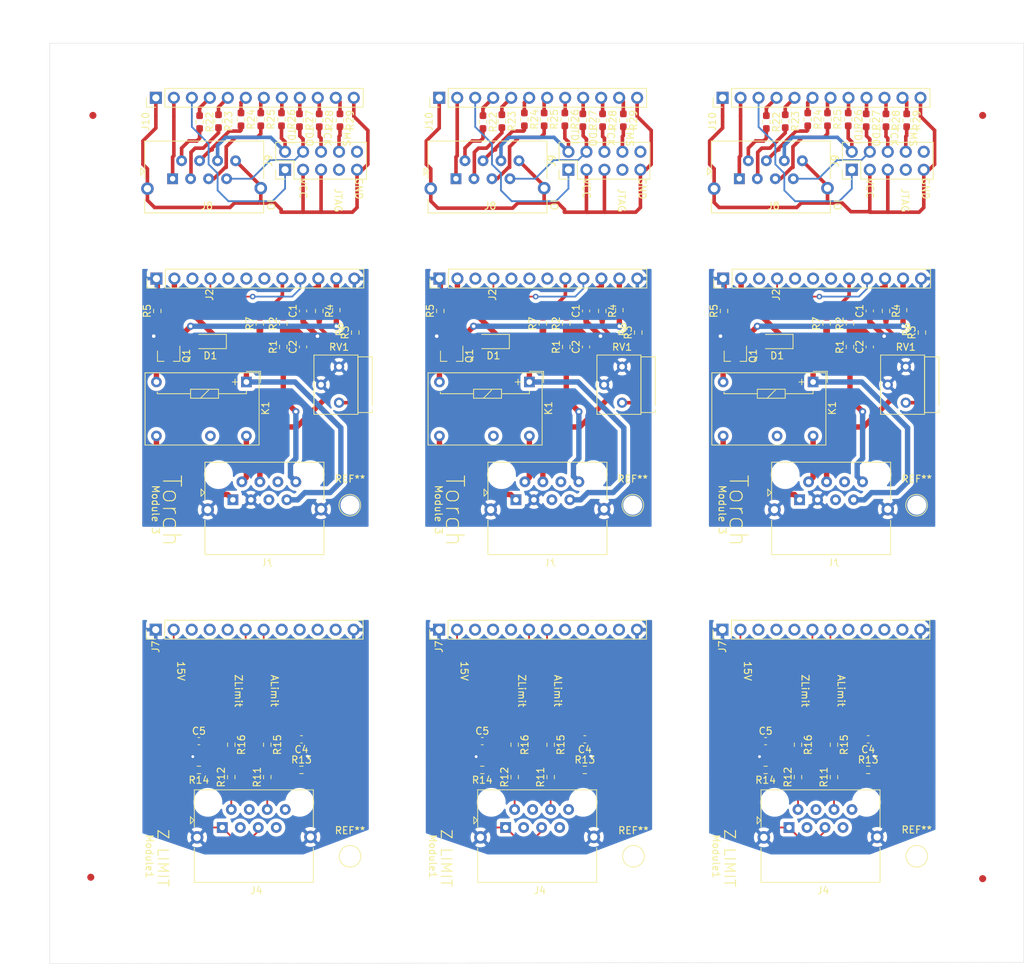
<source format=kicad_pcb>
(kicad_pcb (version 20171130) (host pcbnew "(5.1.8)-1")
  (layers (0 F.Cu signal) (31 B.Cu signal) (34 B.Paste user) (35 F.Paste user) (36 B.SilkS user) (37 F.SilkS user) (38 B.Mask user) (39 F.Mask user) (44 Edge.Cuts user))
  (net 0 "")
  (net 1 "Net-(C1-Pad2)")
  (net 2 "Net-(C2-Pad2)")
  (net 3 "Net-(D1-Pad1)")
  (net 4 "Net-(D1-Pad2)")
  (net 5 "Net-(J1-Pad8)")
  (net 6 "Net-(J1-Pad6)")
  (net 7 "Net-(J1-Pad5)")
  (net 8 "Net-(J1-Pad4)")
  (net 9 "Net-(J1-Pad2)")
  (net 10 "Net-(J1-Pad1)")
  (net 11 "Net-(J2-Pad3)")
  (net 12 "Net-(J2-Pad4)")
  (net 13 "Net-(J2-Pad5)")
  (net 14 "Net-(J2-Pad6)")
  (net 15 "Net-(J2-Pad7)")
  (net 16 "Net-(J2-Pad11)")
  (net 17 "Net-(K1-Pad10)")
  (net 18 "Net-(Q1-Pad1)")
  (net 19 "Net-(C4-Pad2)")
  (net 20 "Net-(C5-Pad2)")
  (net 21 "Net-(J4-Pad8)")
  (net 22 "Net-(J4-Pad7)")
  (net 23 "Net-(J4-Pad6)")
  (net 24 "Net-(J4-Pad1)")
  (net 25 "Net-(J4-Pad4)")
  (net 26 "Net-(J4-Pad3)")
  (net 27 "Net-(J4-Pad2)")
  (net 28 "Net-(J7-Pad3)")
  (net 29 "Net-(J7-Pad4)")
  (net 30 "Net-(J7-Pad5)")
  (net 31 "Net-(J7-Pad8)")
  (net 32 "Net-(J7-Pad9)")
  (net 33 "Net-(J7-Pad10)")
  (net 34 "Net-(J7-Pad11)")
  (net 35 "Net-(R11-Pad2)")
  (net 36 "Net-(R12-Pad2)")
  (net 37 "Net-(C4-Pad1)")
  (net 38 "Net-(C1-Pad1)")
  (net 39 "Net-(J10-Pad3)")
  (net 40 "Net-(J10-Pad8)")
  (net 41 "Net-(J10-Pad1)")
  (net 42 "Net-(J10-Pad9)")
  (net 43 "Net-(J10-Pad10)")
  (net 44 "Net-(J10-Pad11)")
  (net 45 "Net-(J10-Pad2)")
  (net 46 "Net-(J10-Pad4)")
  (net 47 "Net-(J10-Pad5)")
  (net 48 "Net-(J10-Pad6)")
  (net 49 "Net-(J10-Pad7)")
  (net 50 "Net-(J9-Pad7)")
  (net 51 "Net-(J9-Pad10)")
  (net 52 "Net-(J2-Pad8)")
  (net 53 "Net-(R3-Pad2)")
  (net 54 "Net-(J8-Pad2)")
  (net 55 "Net-(J8-Pad3)")
  (net 56 "Net-(J8-Pad4)")
  (net 57 "Net-(J8-Pad5)")
  (net 58 "Net-(J8-Pad6)")
  (net 59 "Net-(J8-Pad7)")
  (net 60 "Net-(J9-Pad6)")
  (net 61 "Net-(J9-Pad8)")
  (module MountingHole:MountingHole_2.7mm (layer F.Cu) (at 111.1 97.35)
    (fp_text reference REF** (at 0 -3.7) (layer F.SilkS))
    (fp_text value MountingHole_2.7mm)
    (pad 1 np_thru_hole circle (at 0 0) (size 2.7 2.7) (drill 2.7) (layers *.Cu *.Mask))
  )
  (module MountingHole:MountingHole_2.7mm (layer F.Cu) (at 151 97.35)
    (fp_text reference REF** (at 0 -3.7) (layer F.SilkS))
    (fp_text value MountingHole_2.7mm)
    (pad 1 np_thru_hole circle (at 0 0) (size 2.7 2.7) (drill 2.7) (layers *.Cu *.Mask))
  )
  (module MountingHole:MountingHole_2.7mm (layer F.Cu) (at 191.1 97.35)
    (fp_text reference REF** (at 0 -3.7) (layer F.SilkS))
    (fp_text value MountingHole_2.7mm)
    (pad 1 np_thru_hole circle (at 0 0) (size 2.7 2.7) (drill 2.7) (layers *.Cu *.Mask))
  )
  (module Modules:RJ45_Torb_Vertical (layer F.Cu) (at 174.56 95.576)
    (fp_text reference J1 (at 4.826 9.906) (layer F.SilkS))
    (fp_text value Torch)
    (pad "" np_thru_hole circle (at 10.922 -2.54) (size 3.048 3.048) (drill 3.048) (layers *.Cu *.Mask))
    (pad "" np_thru_hole circle (at -2.032 -2.54) (size 3.048 3.048) (drill 3.048) (layers *.Cu *.Mask))
    (pad 9 thru_hole circle (at 12.446 2.3495) (size 1.778 1.778) (drill 1.016) (layers *.Cu *.Mask) (net 38 "Net-(C1-Pad1)"))
    (pad 10 thru_hole circle (at -3.556 2.413) (size 1.778 1.778) (drill 1.016) (layers *.Cu *.Mask) (net 38 "Net-(C1-Pad1)"))
    (pad 8 thru_hole circle (at 8.89 -1.524) (size 1.524 1.524) (drill 0.762) (layers *.Cu *.Mask) (net 5 "Net-(J1-Pad8)"))
    (pad 7 thru_hole circle (at 7.62 1.016) (size 1.524 1.524) (drill 0.762) (layers *.Cu *.Mask) (net 3 "Net-(D1-Pad1)"))
    (pad 6 thru_hole circle (at 6.35 -1.524) (size 1.524 1.524) (drill 0.762) (layers *.Cu *.Mask) (net 6 "Net-(J1-Pad6)"))
    (pad 5 thru_hole circle (at 5.08 1.016) (size 1.524 1.524) (drill 0.762) (layers *.Cu *.Mask) (net 7 "Net-(J1-Pad5)"))
    (pad 4 thru_hole circle (at 3.81 -1.524) (size 1.524 1.524) (drill 0.762) (layers *.Cu *.Mask) (net 8 "Net-(J1-Pad4)"))
    (pad 3 thru_hole circle (at 2.54 1.016) (size 1.524 1.524) (drill 0.762) (layers *.Cu *.Mask) (net 38 "Net-(C1-Pad1)"))
    (pad 2 thru_hole circle (at 1.27 -1.524) (size 1.524 1.524) (drill 0.762) (layers *.Cu *.Mask) (net 9 "Net-(J1-Pad2)"))
    (pad 1 thru_hole rect (at 0 1.016) (size 1.524 1.524) (drill 0.762) (layers *.Cu *.Mask) (net 10 "Net-(J1-Pad1)"))
  )
  (module Resistor_SMD:R_0603_1608Metric_Pad0.98x0.95mm_HandSolder (layer F.Cu) (at 178.37 71.7 90)
    (fp_text reference R7 (at 0 -1.43 90) (layer F.SilkS))
    (fp_text value 200)
    (pad 2 smd roundrect (at 0.9125 0 90) (size 0.975 0.95) (layers F.Cu F.Paste F.Mask) (net 52 "Net-(J2-Pad8)"))
    (pad 1 smd roundrect (at -0.9125 0 90) (size 0.975 0.95) (layers F.Cu F.Paste F.Mask) (net 2 "Net-(C2-Pad2)"))
  )
  (module Connector_PinHeader_2.54mm:PinHeader_1x12_P2.54mm_Vertical (layer F.Cu) (at 163.765 65.35 90)
    (fp_text reference J2 (at -2.286 7.493 90) (layer F.SilkS))
    (fp_text value Module3)
    (pad 1 thru_hole rect (at 0 0 90) (size 1.7 1.7) (drill 1) (layers *.Cu *.Mask) (net 38 "Net-(C1-Pad1)"))
    (pad 2 thru_hole oval (at 0 2.54 90) (size 1.7 1.7) (drill 1) (layers *.Cu *.Mask) (net 3 "Net-(D1-Pad1)"))
    (pad 3 thru_hole oval (at 0 5.08 90) (size 1.7 1.7) (drill 1) (layers *.Cu *.Mask) (net 11 "Net-(J2-Pad3)"))
    (pad 4 thru_hole oval (at 0 7.62 90) (size 1.7 1.7) (drill 1) (layers *.Cu *.Mask) (net 12 "Net-(J2-Pad4)"))
    (pad 5 thru_hole oval (at 0 10.16 90) (size 1.7 1.7) (drill 1) (layers *.Cu *.Mask) (net 13 "Net-(J2-Pad5)"))
    (pad 6 thru_hole oval (at 0 12.7 90) (size 1.7 1.7) (drill 1) (layers *.Cu *.Mask) (net 14 "Net-(J2-Pad6)"))
    (pad 7 thru_hole oval (at 0 15.24 90) (size 1.7 1.7) (drill 1) (layers *.Cu *.Mask) (net 15 "Net-(J2-Pad7)"))
    (pad 8 thru_hole oval (at 0 17.78 90) (size 1.7 1.7) (drill 1) (layers *.Cu *.Mask) (net 52 "Net-(J2-Pad8)"))
    (pad 9 thru_hole oval (at 0 20.32 90) (size 1.7 1.7) (drill 1) (layers *.Cu *.Mask) (net 12 "Net-(J2-Pad4)"))
    (pad 10 thru_hole oval (at 0 22.86 90) (size 1.7 1.7) (drill 1) (layers *.Cu *.Mask) (net 1 "Net-(C1-Pad2)"))
    (pad 11 thru_hole oval (at 0 25.4 90) (size 1.7 1.7) (drill 1) (layers *.Cu *.Mask) (net 16 "Net-(J2-Pad11)"))
    (pad 12 thru_hole oval (at 0 27.94 90) (size 1.7 1.7) (drill 1) (layers *.Cu *.Mask) (net 38 "Net-(C1-Pad1)"))
  )
  (module Package_TO_SOT_SMD:SOT-23 (layer F.Cu) (at 165.4922 76.272 270)
    (fp_text reference Q1 (at 0 -2.5 90) (layer F.SilkS))
    (fp_text value IRLML2402)
    (pad 1 smd rect (at -1 -0.95 270) (size 0.9 0.8) (layers F.Cu F.Paste F.Mask) (net 18 "Net-(Q1-Pad1)"))
    (pad 2 smd rect (at -1 0.95 270) (size 0.9 0.8) (layers F.Cu F.Paste F.Mask) (net 38 "Net-(C1-Pad1)"))
    (pad 3 smd rect (at 1 0 270) (size 0.9 0.8) (layers F.Cu F.Paste F.Mask) (net 4 "Net-(D1-Pad2)"))
  )
  (module Relay_THT:Relay_SPDT_Omron_G6E (layer F.Cu) (at 176.465 79.955 270)
    (fp_text reference K1 (at 3.7 -2.7 270) (layer F.SilkS))
    (fp_text value G6E)
    (pad 1 thru_hole rect (at 0 0 180) (size 1.50114 1.50114) (drill 0.8001) (layers *.Cu *.Mask) (net 3 "Net-(D1-Pad1)"))
    (pad 12 thru_hole circle (at 7.62 0 180) (size 1.50114 1.50114) (drill 0.8001) (layers *.Cu *.Mask) (net 9 "Net-(J1-Pad2)"))
    (pad 10 thru_hole circle (at 7.62 5.08 180) (size 1.50114 1.50114) (drill 0.8001) (layers *.Cu *.Mask) (net 17 "Net-(K1-Pad10)"))
    (pad 6 thru_hole circle (at 0 12.7 180) (size 1.50114 1.50114) (drill 0.8001) (layers *.Cu *.Mask) (net 4 "Net-(D1-Pad2)"))
    (pad 7 thru_hole circle (at 7.62 12.7 180) (size 1.50114 1.50114) (drill 0.8001) (layers *.Cu *.Mask) (net 10 "Net-(J1-Pad1)"))
  )
  (module Capacitor_SMD:C_0603_1608Metric_Pad1.08x0.95mm_HandSolder (layer F.Cu) (at 184.466 75.002 90)
    (fp_text reference C2 (at 0 -1.43 90) (layer F.SilkS))
    (fp_text value 1uf)
    (pad 2 smd roundrect (at 0.8625 0 90) (size 1.075 0.95) (layers F.Cu F.Paste F.Mask) (net 2 "Net-(C2-Pad2)"))
    (pad 1 smd roundrect (at -0.8625 0 90) (size 1.075 0.95) (layers F.Cu F.Paste F.Mask) (net 38 "Net-(C1-Pad1)"))
  )
  (module Resistor_SMD:R_0603_1608Metric_Pad0.98x0.95mm_HandSolder (layer F.Cu) (at 181.672 75.002 90)
    (fp_text reference R1 (at 0 -1.43 90) (layer F.SilkS))
    (fp_text value 3.3K)
    (pad 1 smd roundrect (at -0.9125 0 90) (size 0.975 0.95) (layers F.Cu F.Paste F.Mask) (net 5 "Net-(J1-Pad8)"))
    (pad 2 smd roundrect (at 0.9125 0 90) (size 0.975 0.95) (layers F.Cu F.Paste F.Mask) (net 2 "Net-(C2-Pad2)"))
  )
  (module Resistor_SMD:R_0603_1608Metric_Pad0.98x0.95mm_HandSolder (layer F.Cu) (at 191.832 72.97 90)
    (fp_text reference R3 (at 0 -1.43 90) (layer F.SilkS))
    (fp_text value 3.3K)
    (pad 1 smd roundrect (at -0.9125 0 90) (size 0.975 0.95) (layers F.Cu F.Paste F.Mask) (net 8 "Net-(J1-Pad4)"))
    (pad 2 smd roundrect (at 0.9125 0 90) (size 0.975 0.95) (layers F.Cu F.Paste F.Mask) (net 53 "Net-(R3-Pad2)"))
  )
  (module Diode_SMD:D_SOD-123 (layer F.Cu) (at 171.385 74.24 180)
    (fp_text reference D1 (at 0 -2) (layer F.SilkS))
    (fp_text value D)
    (pad 1 smd rect (at -1.65 0 180) (size 0.9 1.2) (layers F.Cu F.Paste F.Mask) (net 3 "Net-(D1-Pad1)"))
    (pad 2 smd rect (at 1.65 0 180) (size 0.9 1.2) (layers F.Cu F.Paste F.Mask) (net 4 "Net-(D1-Pad2)"))
  )
  (module Potentiometer_THT:Potentiometer_Bourns_3339S_Horizontal (layer F.Cu) (at 189.546 77.796)
    (fp_text reference RV1 (at 0 -2.775) (layer F.SilkS))
    (fp_text value 2K)
    (pad 3 thru_hole circle (at 0 5.08) (size 1.44 1.44) (drill 0.8) (layers *.Cu *.Mask) (net 53 "Net-(R3-Pad2)"))
    (pad 2 thru_hole circle (at -2.54 2.54) (size 1.44 1.44) (drill 0.8) (layers *.Cu *.Mask) (net 38 "Net-(C1-Pad1)"))
    (pad 1 thru_hole circle (at 0 0) (size 1.44 1.44) (drill 0.8) (layers *.Cu *.Mask) (net 38 "Net-(C1-Pad1)"))
  )
  (module Resistor_SMD:R_0603_1608Metric_Pad0.98x0.95mm_HandSolder (layer F.Cu) (at 181.672 71.7 90)
    (fp_text reference R2 (at 0 -1.43 90) (layer F.SilkS))
    (fp_text value 1k)
    (pad 1 smd roundrect (at -0.9125 0 90) (size 0.975 0.95) (layers F.Cu F.Paste F.Mask) (net 2 "Net-(C2-Pad2)"))
    (pad 2 smd roundrect (at 0.9125 0 90) (size 0.975 0.95) (layers F.Cu F.Paste F.Mask) (net 38 "Net-(C1-Pad1)"))
  )
  (module Resistor_SMD:R_0603_1608Metric_Pad0.98x0.95mm_HandSolder (layer F.Cu) (at 189.165 69.795 270)
    (fp_text reference R6 (at 2.7178 -0.4826 90) (layer F.SilkS))
    (fp_text value 200)
    (pad 1 smd roundrect (at -0.9125 0 270) (size 0.975 0.95) (layers F.Cu F.Paste F.Mask) (net 16 "Net-(J2-Pad11)"))
    (pad 2 smd roundrect (at 0.9125 0 270) (size 0.975 0.95) (layers F.Cu F.Paste F.Mask) (net 18 "Net-(Q1-Pad1)"))
  )
  (module Resistor_SMD:R_0603_1608Metric_Pad0.98x0.95mm_HandSolder (layer F.Cu) (at 186.752 69.922 270)
    (fp_text reference R4 (at 0 -1.43 90) (layer F.SilkS))
    (fp_text value 10k)
    (pad 1 smd roundrect (at -0.9125 0 270) (size 0.975 0.95) (layers F.Cu F.Paste F.Mask) (net 1 "Net-(C1-Pad2)"))
    (pad 2 smd roundrect (at 0.9125 0 270) (size 0.975 0.95) (layers F.Cu F.Paste F.Mask) (net 53 "Net-(R3-Pad2)"))
  )
  (module Resistor_SMD:R_0603_1608Metric_Pad0.98x0.95mm_HandSolder (layer F.Cu) (at 163.892 69.922 90)
    (fp_text reference R5 (at 0 -1.43 90) (layer F.SilkS))
    (fp_text value 10k)
    (pad 2 smd roundrect (at 0.9125 0 90) (size 0.975 0.95) (layers F.Cu F.Paste F.Mask) (net 38 "Net-(C1-Pad1)"))
    (pad 1 smd roundrect (at -0.9125 0 90) (size 0.975 0.95) (layers F.Cu F.Paste F.Mask) (net 18 "Net-(Q1-Pad1)"))
  )
  (module Capacitor_SMD:C_0603_1608Metric_Pad1.08x0.95mm_HandSolder (layer F.Cu) (at 184.466 69.922 90)
    (fp_text reference C1 (at 0 -1.43 90) (layer F.SilkS))
    (fp_text value 100nf)
    (pad 1 smd roundrect (at -0.8625 0 90) (size 1.075 0.95) (layers F.Cu F.Paste F.Mask) (net 38 "Net-(C1-Pad1)"))
    (pad 2 smd roundrect (at 0.8625 0 90) (size 1.075 0.95) (layers F.Cu F.Paste F.Mask) (net 1 "Net-(C1-Pad2)"))
  )
  (module Package_TO_SOT_SMD:SOT-23 (layer F.Cu) (at 125.4422 76.272 270)
    (fp_text reference Q1 (at 0 -2.5 90) (layer F.SilkS))
    (fp_text value IRLML2402)
    (pad 3 smd rect (at 1 0 270) (size 0.9 0.8) (layers F.Cu F.Paste F.Mask) (net 4 "Net-(D1-Pad2)"))
    (pad 2 smd rect (at -1 0.95 270) (size 0.9 0.8) (layers F.Cu F.Paste F.Mask) (net 38 "Net-(C1-Pad1)"))
    (pad 1 smd rect (at -1 -0.95 270) (size 0.9 0.8) (layers F.Cu F.Paste F.Mask) (net 18 "Net-(Q1-Pad1)"))
  )
  (module Relay_THT:Relay_SPDT_Omron_G6E (layer F.Cu) (at 136.415 79.955 270)
    (fp_text reference K1 (at 3.7 -2.7 270) (layer F.SilkS))
    (fp_text value G6E)
    (pad 7 thru_hole circle (at 7.62 12.7 180) (size 1.50114 1.50114) (drill 0.8001) (layers *.Cu *.Mask) (net 10 "Net-(J1-Pad1)"))
    (pad 6 thru_hole circle (at 0 12.7 180) (size 1.50114 1.50114) (drill 0.8001) (layers *.Cu *.Mask) (net 4 "Net-(D1-Pad2)"))
    (pad 10 thru_hole circle (at 7.62 5.08 180) (size 1.50114 1.50114) (drill 0.8001) (layers *.Cu *.Mask) (net 17 "Net-(K1-Pad10)"))
    (pad 12 thru_hole circle (at 7.62 0 180) (size 1.50114 1.50114) (drill 0.8001) (layers *.Cu *.Mask) (net 9 "Net-(J1-Pad2)"))
    (pad 1 thru_hole rect (at 0 0 180) (size 1.50114 1.50114) (drill 0.8001) (layers *.Cu *.Mask) (net 3 "Net-(D1-Pad1)"))
  )
  (module Connector_PinHeader_2.54mm:PinHeader_1x12_P2.54mm_Vertical (layer F.Cu) (at 123.715 65.35 90)
    (fp_text reference J2 (at -2.286 7.493 90) (layer F.SilkS))
    (fp_text value Module3)
    (pad 12 thru_hole oval (at 0 27.94 90) (size 1.7 1.7) (drill 1) (layers *.Cu *.Mask) (net 38 "Net-(C1-Pad1)"))
    (pad 11 thru_hole oval (at 0 25.4 90) (size 1.7 1.7) (drill 1) (layers *.Cu *.Mask) (net 16 "Net-(J2-Pad11)"))
    (pad 10 thru_hole oval (at 0 22.86 90) (size 1.7 1.7) (drill 1) (layers *.Cu *.Mask) (net 1 "Net-(C1-Pad2)"))
    (pad 9 thru_hole oval (at 0 20.32 90) (size 1.7 1.7) (drill 1) (layers *.Cu *.Mask) (net 12 "Net-(J2-Pad4)"))
    (pad 8 thru_hole oval (at 0 17.78 90) (size 1.7 1.7) (drill 1) (layers *.Cu *.Mask) (net 52 "Net-(J2-Pad8)"))
    (pad 7 thru_hole oval (at 0 15.24 90) (size 1.7 1.7) (drill 1) (layers *.Cu *.Mask) (net 15 "Net-(J2-Pad7)"))
    (pad 6 thru_hole oval (at 0 12.7 90) (size 1.7 1.7) (drill 1) (layers *.Cu *.Mask) (net 14 "Net-(J2-Pad6)"))
    (pad 5 thru_hole oval (at 0 10.16 90) (size 1.7 1.7) (drill 1) (layers *.Cu *.Mask) (net 13 "Net-(J2-Pad5)"))
    (pad 4 thru_hole oval (at 0 7.62 90) (size 1.7 1.7) (drill 1) (layers *.Cu *.Mask) (net 12 "Net-(J2-Pad4)"))
    (pad 3 thru_hole oval (at 0 5.08 90) (size 1.7 1.7) (drill 1) (layers *.Cu *.Mask) (net 11 "Net-(J2-Pad3)"))
    (pad 2 thru_hole oval (at 0 2.54 90) (size 1.7 1.7) (drill 1) (layers *.Cu *.Mask) (net 3 "Net-(D1-Pad1)"))
    (pad 1 thru_hole rect (at 0 0 90) (size 1.7 1.7) (drill 1) (layers *.Cu *.Mask) (net 38 "Net-(C1-Pad1)"))
  )
  (module Resistor_SMD:R_0603_1608Metric_Pad0.98x0.95mm_HandSolder (layer F.Cu) (at 138.32 71.7 90)
    (fp_text reference R7 (at 0 -1.43 90) (layer F.SilkS))
    (fp_text value 200)
    (pad 1 smd roundrect (at -0.9125 0 90) (size 0.975 0.95) (layers F.Cu F.Paste F.Mask) (net 2 "Net-(C2-Pad2)"))
    (pad 2 smd roundrect (at 0.9125 0 90) (size 0.975 0.95) (layers F.Cu F.Paste F.Mask) (net 52 "Net-(J2-Pad8)"))
  )
  (module Modules:RJ45_Torb_Vertical (layer F.Cu) (at 134.51 95.576)
    (fp_text reference J1 (at 4.826 9.906) (layer F.SilkS))
    (fp_text value Torch)
    (pad 1 thru_hole rect (at 0 1.016) (size 1.524 1.524) (drill 0.762) (layers *.Cu *.Mask) (net 10 "Net-(J1-Pad1)"))
    (pad 2 thru_hole circle (at 1.27 -1.524) (size 1.524 1.524) (drill 0.762) (layers *.Cu *.Mask) (net 9 "Net-(J1-Pad2)"))
    (pad 3 thru_hole circle (at 2.54 1.016) (size 1.524 1.524) (drill 0.762) (layers *.Cu *.Mask) (net 38 "Net-(C1-Pad1)"))
    (pad 4 thru_hole circle (at 3.81 -1.524) (size 1.524 1.524) (drill 0.762) (layers *.Cu *.Mask) (net 8 "Net-(J1-Pad4)"))
    (pad 5 thru_hole circle (at 5.08 1.016) (size 1.524 1.524) (drill 0.762) (layers *.Cu *.Mask) (net 7 "Net-(J1-Pad5)"))
    (pad 6 thru_hole circle (at 6.35 -1.524) (size 1.524 1.524) (drill 0.762) (layers *.Cu *.Mask) (net 6 "Net-(J1-Pad6)"))
    (pad 7 thru_hole circle (at 7.62 1.016) (size 1.524 1.524) (drill 0.762) (layers *.Cu *.Mask) (net 3 "Net-(D1-Pad1)"))
    (pad 8 thru_hole circle (at 8.89 -1.524) (size 1.524 1.524) (drill 0.762) (layers *.Cu *.Mask) (net 5 "Net-(J1-Pad8)"))
    (pad 10 thru_hole circle (at -3.556 2.413) (size 1.778 1.778) (drill 1.016) (layers *.Cu *.Mask) (net 38 "Net-(C1-Pad1)"))
    (pad 9 thru_hole circle (at 12.446 2.3495) (size 1.778 1.778) (drill 1.016) (layers *.Cu *.Mask) (net 38 "Net-(C1-Pad1)"))
    (pad "" np_thru_hole circle (at -2.032 -2.54) (size 3.048 3.048) (drill 3.048) (layers *.Cu *.Mask))
    (pad "" np_thru_hole circle (at 10.922 -2.54) (size 3.048 3.048) (drill 3.048) (layers *.Cu *.Mask))
  )
  (module Resistor_SMD:R_0603_1608Metric_Pad0.98x0.95mm_HandSolder (layer F.Cu) (at 141.622 75.002 90)
    (fp_text reference R1 (at 0 -1.43 90) (layer F.SilkS))
    (fp_text value 3.3K)
    (pad 2 smd roundrect (at 0.9125 0 90) (size 0.975 0.95) (layers F.Cu F.Paste F.Mask) (net 2 "Net-(C2-Pad2)"))
    (pad 1 smd roundrect (at -0.9125 0 90) (size 0.975 0.95) (layers F.Cu F.Paste F.Mask) (net 5 "Net-(J1-Pad8)"))
  )
  (module Resistor_SMD:R_0603_1608Metric_Pad0.98x0.95mm_HandSolder (layer F.Cu) (at 151.782 72.97 90)
    (fp_text reference R3 (at 0 -1.43 90) (layer F.SilkS))
    (fp_text value 3.3K)
    (pad 2 smd roundrect (at 0.9125 0 90) (size 0.975 0.95) (layers F.Cu F.Paste F.Mask) (net 53 "Net-(R3-Pad2)"))
    (pad 1 smd roundrect (at -0.9125 0 90) (size 0.975 0.95) (layers F.Cu F.Paste F.Mask) (net 8 "Net-(J1-Pad4)"))
  )
  (module Diode_SMD:D_SOD-123 (layer F.Cu) (at 131.335 74.24 180)
    (fp_text reference D1 (at 0 -2) (layer F.SilkS))
    (fp_text value D)
    (pad 2 smd rect (at 1.65 0 180) (size 0.9 1.2) (layers F.Cu F.Paste F.Mask) (net 4 "Net-(D1-Pad2)"))
    (pad 1 smd rect (at -1.65 0 180) (size 0.9 1.2) (layers F.Cu F.Paste F.Mask) (net 3 "Net-(D1-Pad1)"))
  )
  (module Potentiometer_THT:Potentiometer_Bourns_3339S_Horizontal (layer F.Cu) (at 149.496 77.796)
    (fp_text reference RV1 (at 0 -2.775) (layer F.SilkS))
    (fp_text value 2K)
    (pad 1 thru_hole circle (at 0 0) (size 1.44 1.44) (drill 0.8) (layers *.Cu *.Mask) (net 38 "Net-(C1-Pad1)"))
    (pad 2 thru_hole circle (at -2.54 2.54) (size 1.44 1.44) (drill 0.8) (layers *.Cu *.Mask) (net 38 "Net-(C1-Pad1)"))
    (pad 3 thru_hole circle (at 0 5.08) (size 1.44 1.44) (drill 0.8) (layers *.Cu *.Mask) (net 53 "Net-(R3-Pad2)"))
  )
  (module Resistor_SMD:R_0603_1608Metric_Pad0.98x0.95mm_HandSolder (layer F.Cu) (at 141.622 71.7 90)
    (fp_text reference R2 (at 0 -1.43 90) (layer F.SilkS))
    (fp_text value 1k)
    (pad 2 smd roundrect (at 0.9125 0 90) (size 0.975 0.95) (layers F.Cu F.Paste F.Mask) (net 38 "Net-(C1-Pad1)"))
    (pad 1 smd roundrect (at -0.9125 0 90) (size 0.975 0.95) (layers F.Cu F.Paste F.Mask) (net 2 "Net-(C2-Pad2)"))
  )
  (module Resistor_SMD:R_0603_1608Metric_Pad0.98x0.95mm_HandSolder (layer F.Cu) (at 149.115 69.795 270)
    (fp_text reference R6 (at 2.7178 -0.4826 90) (layer F.SilkS))
    (fp_text value 200)
    (pad 2 smd roundrect (at 0.9125 0 270) (size 0.975 0.95) (layers F.Cu F.Paste F.Mask) (net 18 "Net-(Q1-Pad1)"))
    (pad 1 smd roundrect (at -0.9125 0 270) (size 0.975 0.95) (layers F.Cu F.Paste F.Mask) (net 16 "Net-(J2-Pad11)"))
  )
  (module Resistor_SMD:R_0603_1608Metric_Pad0.98x0.95mm_HandSolder (layer F.Cu) (at 146.702 69.922 270)
    (fp_text reference R4 (at 0 -1.43 90) (layer F.SilkS))
    (fp_text value 10k)
    (pad 2 smd roundrect (at 0.9125 0 270) (size 0.975 0.95) (layers F.Cu F.Paste F.Mask) (net 53 "Net-(R3-Pad2)"))
    (pad 1 smd roundrect (at -0.9125 0 270) (size 0.975 0.95) (layers F.Cu F.Paste F.Mask) (net 1 "Net-(C1-Pad2)"))
  )
  (module Capacitor_SMD:C_0603_1608Metric_Pad1.08x0.95mm_HandSolder (layer F.Cu) (at 144.416 75.002 90)
    (fp_text reference C2 (at 0 -1.43 90) (layer F.SilkS))
    (fp_text value 1uf)
    (pad 1 smd roundrect (at -0.8625 0 90) (size 1.075 0.95) (layers F.Cu F.Paste F.Mask) (net 38 "Net-(C1-Pad1)"))
    (pad 2 smd roundrect (at 0.8625 0 90) (size 1.075 0.95) (layers F.Cu F.Paste F.Mask) (net 2 "Net-(C2-Pad2)"))
  )
  (module Capacitor_SMD:C_0603_1608Metric_Pad1.08x0.95mm_HandSolder (layer F.Cu) (at 144.416 69.922 90)
    (fp_text reference C1 (at 0 -1.43 90) (layer F.SilkS))
    (fp_text value 100nf)
    (pad 2 smd roundrect (at 0.8625 0 90) (size 1.075 0.95) (layers F.Cu F.Paste F.Mask) (net 1 "Net-(C1-Pad2)"))
    (pad 1 smd roundrect (at -0.8625 0 90) (size 1.075 0.95) (layers F.Cu F.Paste F.Mask) (net 38 "Net-(C1-Pad1)"))
  )
  (module Resistor_SMD:R_0603_1608Metric_Pad0.98x0.95mm_HandSolder (layer F.Cu) (at 123.842 69.922 90)
    (fp_text reference R5 (at 0 -1.43 90) (layer F.SilkS))
    (fp_text value 10k)
    (pad 1 smd roundrect (at -0.9125 0 90) (size 0.975 0.95) (layers F.Cu F.Paste F.Mask) (net 18 "Net-(Q1-Pad1)"))
    (pad 2 smd roundrect (at 0.9125 0 90) (size 0.975 0.95) (layers F.Cu F.Paste F.Mask) (net 38 "Net-(C1-Pad1)"))
  )
  (module Package_TO_SOT_SMD:SOT-23 (layer F.Cu) (at 85.4922 76.272 270)
    (fp_text reference Q1 (at 0 -2.5 90) (layer F.SilkS))
    (fp_text value IRLML2402)
    (pad 3 smd rect (at 1 0 270) (size 0.9 0.8) (layers F.Cu F.Paste F.Mask) (net 4 "Net-(D1-Pad2)"))
    (pad 2 smd rect (at -1 0.95 270) (size 0.9 0.8) (layers F.Cu F.Paste F.Mask) (net 38 "Net-(C1-Pad1)"))
    (pad 1 smd rect (at -1 -0.95 270) (size 0.9 0.8) (layers F.Cu F.Paste F.Mask) (net 18 "Net-(Q1-Pad1)"))
  )
  (module Relay_THT:Relay_SPDT_Omron_G6E (layer F.Cu) (at 96.465 79.955 270)
    (fp_text reference K1 (at 3.7 -2.7 270) (layer F.SilkS))
    (fp_text value G6E)
    (pad 7 thru_hole circle (at 7.62 12.7 180) (size 1.50114 1.50114) (drill 0.8001) (layers *.Cu *.Mask) (net 10 "Net-(J1-Pad1)"))
    (pad 6 thru_hole circle (at 0 12.7 180) (size 1.50114 1.50114) (drill 0.8001) (layers *.Cu *.Mask) (net 4 "Net-(D1-Pad2)"))
    (pad 10 thru_hole circle (at 7.62 5.08 180) (size 1.50114 1.50114) (drill 0.8001) (layers *.Cu *.Mask) (net 17 "Net-(K1-Pad10)"))
    (pad 12 thru_hole circle (at 7.62 0 180) (size 1.50114 1.50114) (drill 0.8001) (layers *.Cu *.Mask) (net 9 "Net-(J1-Pad2)"))
    (pad 1 thru_hole rect (at 0 0 180) (size 1.50114 1.50114) (drill 0.8001) (layers *.Cu *.Mask) (net 3 "Net-(D1-Pad1)"))
  )
  (module Connector_PinHeader_2.54mm:PinHeader_1x12_P2.54mm_Vertical (layer F.Cu) (at 83.765 65.35 90)
    (fp_text reference J2 (at -2.286 7.493 90) (layer F.SilkS))
    (fp_text value Module3)
    (pad 12 thru_hole oval (at 0 27.94 90) (size 1.7 1.7) (drill 1) (layers *.Cu *.Mask) (net 38 "Net-(C1-Pad1)"))
    (pad 11 thru_hole oval (at 0 25.4 90) (size 1.7 1.7) (drill 1) (layers *.Cu *.Mask) (net 16 "Net-(J2-Pad11)"))
    (pad 10 thru_hole oval (at 0 22.86 90) (size 1.7 1.7) (drill 1) (layers *.Cu *.Mask) (net 1 "Net-(C1-Pad2)"))
    (pad 9 thru_hole oval (at 0 20.32 90) (size 1.7 1.7) (drill 1) (layers *.Cu *.Mask) (net 12 "Net-(J2-Pad4)"))
    (pad 8 thru_hole oval (at 0 17.78 90) (size 1.7 1.7) (drill 1) (layers *.Cu *.Mask) (net 52 "Net-(J2-Pad8)"))
    (pad 7 thru_hole oval (at 0 15.24 90) (size 1.7 1.7) (drill 1) (layers *.Cu *.Mask) (net 15 "Net-(J2-Pad7)"))
    (pad 6 thru_hole oval (at 0 12.7 90) (size 1.7 1.7) (drill 1) (layers *.Cu *.Mask) (net 14 "Net-(J2-Pad6)"))
    (pad 5 thru_hole oval (at 0 10.16 90) (size 1.7 1.7) (drill 1) (layers *.Cu *.Mask) (net 13 "Net-(J2-Pad5)"))
    (pad 4 thru_hole oval (at 0 7.62 90) (size 1.7 1.7) (drill 1) (layers *.Cu *.Mask) (net 12 "Net-(J2-Pad4)"))
    (pad 3 thru_hole oval (at 0 5.08 90) (size 1.7 1.7) (drill 1) (layers *.Cu *.Mask) (net 11 "Net-(J2-Pad3)"))
    (pad 2 thru_hole oval (at 0 2.54 90) (size 1.7 1.7) (drill 1) (layers *.Cu *.Mask) (net 3 "Net-(D1-Pad1)"))
    (pad 1 thru_hole rect (at 0 0 90) (size 1.7 1.7) (drill 1) (layers *.Cu *.Mask) (net 38 "Net-(C1-Pad1)"))
  )
  (module Resistor_SMD:R_0603_1608Metric_Pad0.98x0.95mm_HandSolder (layer F.Cu) (at 98.37 71.7 90)
    (fp_text reference R7 (at 0 -1.43 90) (layer F.SilkS))
    (fp_text value 200)
    (pad 1 smd roundrect (at -0.9125 0 90) (size 0.975 0.95) (layers F.Cu F.Paste F.Mask) (net 2 "Net-(C2-Pad2)"))
    (pad 2 smd roundrect (at 0.9125 0 90) (size 0.975 0.95) (layers F.Cu F.Paste F.Mask) (net 52 "Net-(J2-Pad8)"))
  )
  (module Modules:RJ45_Torb_Vertical (layer F.Cu) (at 94.56 95.576)
    (fp_text reference J1 (at 4.826 9.906) (layer F.SilkS))
    (fp_text value Torch)
    (pad 1 thru_hole rect (at 0 1.016) (size 1.524 1.524) (drill 0.762) (layers *.Cu *.Mask) (net 10 "Net-(J1-Pad1)"))
    (pad 2 thru_hole circle (at 1.27 -1.524) (size 1.524 1.524) (drill 0.762) (layers *.Cu *.Mask) (net 9 "Net-(J1-Pad2)"))
    (pad 3 thru_hole circle (at 2.54 1.016) (size 1.524 1.524) (drill 0.762) (layers *.Cu *.Mask) (net 38 "Net-(C1-Pad1)"))
    (pad 4 thru_hole circle (at 3.81 -1.524) (size 1.524 1.524) (drill 0.762) (layers *.Cu *.Mask) (net 8 "Net-(J1-Pad4)"))
    (pad 5 thru_hole circle (at 5.08 1.016) (size 1.524 1.524) (drill 0.762) (layers *.Cu *.Mask) (net 7 "Net-(J1-Pad5)"))
    (pad 6 thru_hole circle (at 6.35 -1.524) (size 1.524 1.524) (drill 0.762) (layers *.Cu *.Mask) (net 6 "Net-(J1-Pad6)"))
    (pad 7 thru_hole circle (at 7.62 1.016) (size 1.524 1.524) (drill 0.762) (layers *.Cu *.Mask) (net 3 "Net-(D1-Pad1)"))
    (pad 8 thru_hole circle (at 8.89 -1.524) (size 1.524 1.524) (drill 0.762) (layers *.Cu *.Mask) (net 5 "Net-(J1-Pad8)"))
    (pad 10 thru_hole circle (at -3.556 2.413) (size 1.778 1.778) (drill 1.016) (layers *.Cu *.Mask) (net 38 "Net-(C1-Pad1)"))
    (pad 9 thru_hole circle (at 12.446 2.3495) (size 1.778 1.778) (drill 1.016) (layers *.Cu *.Mask) (net 38 "Net-(C1-Pad1)"))
    (pad "" np_thru_hole circle (at -2.032 -2.54) (size 3.048 3.048) (drill 3.048) (layers *.Cu *.Mask))
    (pad "" np_thru_hole circle (at 10.922 -2.54) (size 3.048 3.048) (drill 3.048) (layers *.Cu *.Mask))
  )
  (module Resistor_SMD:R_0603_1608Metric_Pad0.98x0.95mm_HandSolder (layer F.Cu) (at 101.672 75.002 90)
    (fp_text reference R1 (at 0 -1.43 90) (layer F.SilkS))
    (fp_text value 3.3K)
    (pad 2 smd roundrect (at 0.9125 0 90) (size 0.975 0.95) (layers F.Cu F.Paste F.Mask) (net 2 "Net-(C2-Pad2)"))
    (pad 1 smd roundrect (at -0.9125 0 90) (size 0.975 0.95) (layers F.Cu F.Paste F.Mask) (net 5 "Net-(J1-Pad8)"))
  )
  (module Resistor_SMD:R_0603_1608Metric_Pad0.98x0.95mm_HandSolder (layer F.Cu) (at 111.832 72.97 90)
    (fp_text reference R3 (at 0 -1.43 90) (layer F.SilkS))
    (fp_text value 3.3K)
    (pad 2 smd roundrect (at 0.9125 0 90) (size 0.975 0.95) (layers F.Cu F.Paste F.Mask) (net 53 "Net-(R3-Pad2)"))
    (pad 1 smd roundrect (at -0.9125 0 90) (size 0.975 0.95) (layers F.Cu F.Paste F.Mask) (net 8 "Net-(J1-Pad4)"))
  )
  (module Diode_SMD:D_SOD-123 (layer F.Cu) (at 91.385 74.24 180)
    (fp_text reference D1 (at 0 -2) (layer F.SilkS))
    (fp_text value D)
    (pad 2 smd rect (at 1.65 0 180) (size 0.9 1.2) (layers F.Cu F.Paste F.Mask) (net 4 "Net-(D1-Pad2)"))
    (pad 1 smd rect (at -1.65 0 180) (size 0.9 1.2) (layers F.Cu F.Paste F.Mask) (net 3 "Net-(D1-Pad1)"))
  )
  (module Potentiometer_THT:Potentiometer_Bourns_3339S_Horizontal (layer F.Cu) (at 109.546 77.796)
    (fp_text reference RV1 (at 0 -2.775) (layer F.SilkS))
    (fp_text value 2K)
    (pad 1 thru_hole circle (at 0 0) (size 1.44 1.44) (drill 0.8) (layers *.Cu *.Mask) (net 38 "Net-(C1-Pad1)"))
    (pad 2 thru_hole circle (at -2.54 2.54) (size 1.44 1.44) (drill 0.8) (layers *.Cu *.Mask) (net 38 "Net-(C1-Pad1)"))
    (pad 3 thru_hole circle (at 0 5.08) (size 1.44 1.44) (drill 0.8) (layers *.Cu *.Mask) (net 53 "Net-(R3-Pad2)"))
  )
  (module Resistor_SMD:R_0603_1608Metric_Pad0.98x0.95mm_HandSolder (layer F.Cu) (at 101.672 71.7 90)
    (fp_text reference R2 (at 0 -1.43 90) (layer F.SilkS))
    (fp_text value 1k)
    (pad 2 smd roundrect (at 0.9125 0 90) (size 0.975 0.95) (layers F.Cu F.Paste F.Mask) (net 38 "Net-(C1-Pad1)"))
    (pad 1 smd roundrect (at -0.9125 0 90) (size 0.975 0.95) (layers F.Cu F.Paste F.Mask) (net 2 "Net-(C2-Pad2)"))
  )
  (module Resistor_SMD:R_0603_1608Metric_Pad0.98x0.95mm_HandSolder (layer F.Cu) (at 109.165 69.795 270)
    (fp_text reference R6 (at 2.7178 -0.4826 90) (layer F.SilkS))
    (fp_text value 200)
    (pad 2 smd roundrect (at 0.9125 0 270) (size 0.975 0.95) (layers F.Cu F.Paste F.Mask) (net 18 "Net-(Q1-Pad1)"))
    (pad 1 smd roundrect (at -0.9125 0 270) (size 0.975 0.95) (layers F.Cu F.Paste F.Mask) (net 16 "Net-(J2-Pad11)"))
  )
  (module Resistor_SMD:R_0603_1608Metric_Pad0.98x0.95mm_HandSolder (layer F.Cu) (at 106.752 69.922 270)
    (fp_text reference R4 (at 0 -1.43 90) (layer F.SilkS))
    (fp_text value 10k)
    (pad 2 smd roundrect (at 0.9125 0 270) (size 0.975 0.95) (layers F.Cu F.Paste F.Mask) (net 53 "Net-(R3-Pad2)"))
    (pad 1 smd roundrect (at -0.9125 0 270) (size 0.975 0.95) (layers F.Cu F.Paste F.Mask) (net 1 "Net-(C1-Pad2)"))
  )
  (module Capacitor_SMD:C_0603_1608Metric_Pad1.08x0.95mm_HandSolder (layer F.Cu) (at 104.466 75.002 90)
    (fp_text reference C2 (at 0 -1.43 90) (layer F.SilkS))
    (fp_text value 1uf)
    (pad 1 smd roundrect (at -0.8625 0 90) (size 1.075 0.95) (layers F.Cu F.Paste F.Mask) (net 38 "Net-(C1-Pad1)"))
    (pad 2 smd roundrect (at 0.8625 0 90) (size 1.075 0.95) (layers F.Cu F.Paste F.Mask) (net 2 "Net-(C2-Pad2)"))
  )
  (module Capacitor_SMD:C_0603_1608Metric_Pad1.08x0.95mm_HandSolder (layer F.Cu) (at 104.466 69.922 90)
    (fp_text reference C1 (at 0 -1.43 90) (layer F.SilkS))
    (fp_text value 100nf)
    (pad 2 smd roundrect (at 0.8625 0 90) (size 1.075 0.95) (layers F.Cu F.Paste F.Mask) (net 1 "Net-(C1-Pad2)"))
    (pad 1 smd roundrect (at -0.8625 0 90) (size 1.075 0.95) (layers F.Cu F.Paste F.Mask) (net 38 "Net-(C1-Pad1)"))
  )
  (module Resistor_SMD:R_0603_1608Metric_Pad0.98x0.95mm_HandSolder (layer F.Cu) (at 83.892 69.922 90)
    (fp_text reference R5 (at 0 -1.43 90) (layer F.SilkS))
    (fp_text value 10k)
    (pad 1 smd roundrect (at -0.9125 0 90) (size 0.975 0.95) (layers F.Cu F.Paste F.Mask) (net 18 "Net-(Q1-Pad1)"))
    (pad 2 smd roundrect (at 0.9125 0 90) (size 0.975 0.95) (layers F.Cu F.Paste F.Mask) (net 38 "Net-(C1-Pad1)"))
  )
  (module MountingHole:MountingHole_2.7mm (layer F.Cu) (at 111.1 147)
    (fp_text reference REF** (at 0 -3.7) (layer F.SilkS))
    (fp_text value MountingHole_2.7mm)
    (pad 1 np_thru_hole circle (at 0 0) (size 2.7 2.7) (drill 2.7) (layers *.Cu *.Mask))
  )
  (module MountingHole:MountingHole_2.7mm (layer F.Cu) (at 151.1 147)
    (fp_text reference REF** (at 0 -3.7) (layer F.SilkS))
    (fp_text value MountingHole_2.7mm)
    (pad 1 np_thru_hole circle (at 0 0) (size 2.7 2.7) (drill 2.7) (layers *.Cu *.Mask))
  )
  (module MountingHole:MountingHole_2.7mm (layer F.Cu) (at 191.1 146.9)
    (fp_text reference REF** (at 0 -3.7) (layer F.SilkS))
    (fp_text value MountingHole_2.7mm)
    (pad 1 np_thru_hole circle (at 0 0) (size 2.7 2.7) (drill 2.7) (layers *.Cu *.Mask))
  )
  (module Modules:FIDUCIAL_1mmX2mm (layer F.Cu) (at 200.4 150.1 90)
    (fp_text reference FD2 hide)
    (fp_text value FIDUCIAL)
    (pad ~ smd circle (at 0 0 90) (size 1 1) (layers F.Cu B.Paste) (clearance 0.6))
  )
  (module Modules:FIDUCIAL_1mmX2mm (layer F.Cu) (at 200.4 42.3 90)
    (fp_text reference FD2 hide)
    (fp_text value FIDUCIAL)
    (pad ~ smd circle (at 0 0 90) (size 1 1) (layers F.Cu B.Paste) (clearance 0.6))
  )
  (module Modules:FIDUCIAL_1mmX2mm (layer F.Cu) (at 74.8 42.3 90)
    (fp_text reference FD2 hide)
    (fp_text value FIDUCIAL)
    (pad ~ smd circle (at 0 0 90) (size 1 1) (layers F.Cu B.Paste) (clearance 0.6))
  )
  (module Modules:FIDUCIAL_1mmX2mm (layer F.Cu) (at 74.5 149.9 90)
    (fp_text reference FD2 hide)
    (fp_text value FIDUCIAL)
    (pad ~ smd circle (at 0 0 90) (size 1 1) (layers F.Cu B.Paste) (clearance 0.6))
  )
  (module Modules:SINGLE_SIDED_TAB (layer F.Cu) (at 157.75 107)
    (fp_text reference REF** hide)
    (fp_text value SINGLE_SIDED_TAB hide)
    (pad "" np_thru_hole circle (at 0 -1.05) (size 0.5 0.5) (drill 0.5) (layers *.Cu *.Mask) (clearance 1.25))
    (pad "" np_thru_hole circle (at 1 -1.05) (size 0.5 0.5) (drill 0.5) (layers *.Cu *.Mask) (clearance 1.25))
    (pad "" np_thru_hole circle (at -1 -1.05) (size 0.5 0.5) (drill 0.5) (layers *.Cu *.Mask) (clearance 1.25))
    (pad "" np_thru_hole circle (at 2 -1.05) (size 0.5 0.5) (drill 0.5) (layers *.Cu *.Mask) (clearance 1.25))
    (pad "" np_thru_hole circle (at -2 -1.05) (size 0.5 0.5) (drill 0.5) (layers *.Cu *.Mask) (clearance 1.25))
  )
  (module Modules:SINGLE_SIDED_TAB (layer F.Cu) (at 117.75 107)
    (fp_text reference REF** hide)
    (fp_text value SINGLE_SIDED_TAB hide)
    (pad "" np_thru_hole circle (at 0 -1.05) (size 0.5 0.5) (drill 0.5) (layers *.Cu *.Mask) (clearance 1.25))
    (pad "" np_thru_hole circle (at 1 -1.05) (size 0.5 0.5) (drill 0.5) (layers *.Cu *.Mask) (clearance 1.25))
    (pad "" np_thru_hole circle (at -1 -1.05) (size 0.5 0.5) (drill 0.5) (layers *.Cu *.Mask) (clearance 1.25))
    (pad "" np_thru_hole circle (at 2 -1.05) (size 0.5 0.5) (drill 0.5) (layers *.Cu *.Mask) (clearance 1.25))
    (pad "" np_thru_hole circle (at -2 -1.05) (size 0.5 0.5) (drill 0.5) (layers *.Cu *.Mask) (clearance 1.25))
  )
  (module Modules:SINGLE_SIDED_TAB (layer F.Cu) (at 78 107)
    (fp_text reference REF** hide)
    (fp_text value SINGLE_SIDED_TAB hide)
    (pad "" np_thru_hole circle (at 0 -1.05) (size 0.5 0.5) (drill 0.5) (layers *.Cu *.Mask) (clearance 1.25))
    (pad "" np_thru_hole circle (at 1 -1.05) (size 0.5 0.5) (drill 0.5) (layers *.Cu *.Mask) (clearance 1.25))
    (pad "" np_thru_hole circle (at -1 -1.05) (size 0.5 0.5) (drill 0.5) (layers *.Cu *.Mask) (clearance 1.25))
    (pad "" np_thru_hole circle (at 2 -1.05) (size 0.5 0.5) (drill 0.5) (layers *.Cu *.Mask) (clearance 1.25))
    (pad "" np_thru_hole circle (at -2 -1.05) (size 0.5 0.5) (drill 0.5) (layers *.Cu *.Mask) (clearance 1.25))
  )
  (module Modules:SINGLE_SIDED_TAB (layer F.Cu) (at 197.6 107)
    (fp_text reference REF** hide)
    (fp_text value SINGLE_SIDED_TAB hide)
    (pad "" np_thru_hole circle (at 0 -1.05) (size 0.5 0.5) (drill 0.5) (layers *.Cu *.Mask) (clearance 1.25))
    (pad "" np_thru_hole circle (at 1 -1.05) (size 0.5 0.5) (drill 0.5) (layers *.Cu *.Mask) (clearance 1.25))
    (pad "" np_thru_hole circle (at -1 -1.05) (size 0.5 0.5) (drill 0.5) (layers *.Cu *.Mask) (clearance 1.25))
    (pad "" np_thru_hole circle (at 2 -1.05) (size 0.5 0.5) (drill 0.5) (layers *.Cu *.Mask) (clearance 1.25))
    (pad "" np_thru_hole circle (at -2 -1.05) (size 0.5 0.5) (drill 0.5) (layers *.Cu *.Mask) (clearance 1.25))
  )
  (module Modules:SINGLE_SIDED_TAB (layer F.Cu) (at 117.85 62.5 180)
    (fp_text reference REF** hide)
    (fp_text value SINGLE_SIDED_TAB hide)
    (pad "" np_thru_hole circle (at -2 -1.05 180) (size 0.5 0.5) (drill 0.5) (layers *.Cu *.Mask) (clearance 1.25))
    (pad "" np_thru_hole circle (at 2 -1.05 180) (size 0.5 0.5) (drill 0.5) (layers *.Cu *.Mask) (clearance 1.25))
    (pad "" np_thru_hole circle (at -1 -1.05 180) (size 0.5 0.5) (drill 0.5) (layers *.Cu *.Mask) (clearance 1.25))
    (pad "" np_thru_hole circle (at 1 -1.05 180) (size 0.5 0.5) (drill 0.5) (layers *.Cu *.Mask) (clearance 1.25))
    (pad "" np_thru_hole circle (at 0 -1.05 180) (size 0.5 0.5) (drill 0.5) (layers *.Cu *.Mask) (clearance 1.25))
  )
  (module Modules:SINGLE_SIDED_TAB (layer F.Cu) (at 77.9 62.4 180)
    (fp_text reference REF** hide)
    (fp_text value SINGLE_SIDED_TAB hide)
    (pad "" np_thru_hole circle (at -2 -1.05 180) (size 0.5 0.5) (drill 0.5) (layers *.Cu *.Mask) (clearance 1.25))
    (pad "" np_thru_hole circle (at 2 -1.05 180) (size 0.5 0.5) (drill 0.5) (layers *.Cu *.Mask) (clearance 1.25))
    (pad "" np_thru_hole circle (at -1 -1.05 180) (size 0.5 0.5) (drill 0.5) (layers *.Cu *.Mask) (clearance 1.25))
    (pad "" np_thru_hole circle (at 1 -1.05 180) (size 0.5 0.5) (drill 0.5) (layers *.Cu *.Mask) (clearance 1.25))
    (pad "" np_thru_hole circle (at 0 -1.05 180) (size 0.5 0.5) (drill 0.5) (layers *.Cu *.Mask) (clearance 1.25))
  )
  (module Modules:SINGLE_SIDED_TAB (layer F.Cu) (at 157.85 62.5 180)
    (fp_text reference REF** hide)
    (fp_text value SINGLE_SIDED_TAB hide)
    (pad "" np_thru_hole circle (at -2 -1.05 180) (size 0.5 0.5) (drill 0.5) (layers *.Cu *.Mask) (clearance 1.25))
    (pad "" np_thru_hole circle (at 2 -1.05 180) (size 0.5 0.5) (drill 0.5) (layers *.Cu *.Mask) (clearance 1.25))
    (pad "" np_thru_hole circle (at -1 -1.05 180) (size 0.5 0.5) (drill 0.5) (layers *.Cu *.Mask) (clearance 1.25))
    (pad "" np_thru_hole circle (at 1 -1.05 180) (size 0.5 0.5) (drill 0.5) (layers *.Cu *.Mask) (clearance 1.25))
    (pad "" np_thru_hole circle (at 0 -1.05 180) (size 0.5 0.5) (drill 0.5) (layers *.Cu *.Mask) (clearance 1.25))
  )
  (module Modules:SINGLE_SIDED_TAB (layer F.Cu) (at 197.6 62.5 180)
    (fp_text reference REF** hide)
    (fp_text value SINGLE_SIDED_TAB hide)
    (pad "" np_thru_hole circle (at -2 -1.05 180) (size 0.5 0.5) (drill 0.5) (layers *.Cu *.Mask) (clearance 1.25))
    (pad "" np_thru_hole circle (at 2 -1.05 180) (size 0.5 0.5) (drill 0.5) (layers *.Cu *.Mask) (clearance 1.25))
    (pad "" np_thru_hole circle (at -1 -1.05 180) (size 0.5 0.5) (drill 0.5) (layers *.Cu *.Mask) (clearance 1.25))
    (pad "" np_thru_hole circle (at 1 -1.05 180) (size 0.5 0.5) (drill 0.5) (layers *.Cu *.Mask) (clearance 1.25))
    (pad "" np_thru_hole circle (at 0 -1.05 180) (size 0.5 0.5) (drill 0.5) (layers *.Cu *.Mask) (clearance 1.25))
  )
  (module Modules:SINGLE_SIDED_TAB (layer F.Cu) (at 78.1 112 180)
    (fp_text reference REF** hide)
    (fp_text value SINGLE_SIDED_TAB hide)
    (pad "" np_thru_hole circle (at -2 -1.05 180) (size 0.5 0.5) (drill 0.5) (layers *.Cu *.Mask) (clearance 1.25))
    (pad "" np_thru_hole circle (at 2 -1.05 180) (size 0.5 0.5) (drill 0.5) (layers *.Cu *.Mask) (clearance 1.25))
    (pad "" np_thru_hole circle (at -1 -1.05 180) (size 0.5 0.5) (drill 0.5) (layers *.Cu *.Mask) (clearance 1.25))
    (pad "" np_thru_hole circle (at 1 -1.05 180) (size 0.5 0.5) (drill 0.5) (layers *.Cu *.Mask) (clearance 1.25))
    (pad "" np_thru_hole circle (at 0 -1.05 180) (size 0.5 0.5) (drill 0.5) (layers *.Cu *.Mask) (clearance 1.25))
  )
  (module Modules:SINGLE_SIDED_TAB (layer F.Cu) (at 117.85 112 180)
    (fp_text reference REF** hide)
    (fp_text value SINGLE_SIDED_TAB hide)
    (pad "" np_thru_hole circle (at -2 -1.05 180) (size 0.5 0.5) (drill 0.5) (layers *.Cu *.Mask) (clearance 1.25))
    (pad "" np_thru_hole circle (at 2 -1.05 180) (size 0.5 0.5) (drill 0.5) (layers *.Cu *.Mask) (clearance 1.25))
    (pad "" np_thru_hole circle (at -1 -1.05 180) (size 0.5 0.5) (drill 0.5) (layers *.Cu *.Mask) (clearance 1.25))
    (pad "" np_thru_hole circle (at 1 -1.05 180) (size 0.5 0.5) (drill 0.5) (layers *.Cu *.Mask) (clearance 1.25))
    (pad "" np_thru_hole circle (at 0 -1.05 180) (size 0.5 0.5) (drill 0.5) (layers *.Cu *.Mask) (clearance 1.25))
  )
  (module Modules:SINGLE_SIDED_TAB (layer F.Cu) (at 197.7 112 180)
    (fp_text reference REF** hide)
    (fp_text value SINGLE_SIDED_TAB hide)
    (pad "" np_thru_hole circle (at -2 -1.05 180) (size 0.5 0.5) (drill 0.5) (layers *.Cu *.Mask) (clearance 1.25))
    (pad "" np_thru_hole circle (at 2 -1.05 180) (size 0.5 0.5) (drill 0.5) (layers *.Cu *.Mask) (clearance 1.25))
    (pad "" np_thru_hole circle (at -1 -1.05 180) (size 0.5 0.5) (drill 0.5) (layers *.Cu *.Mask) (clearance 1.25))
    (pad "" np_thru_hole circle (at 1 -1.05 180) (size 0.5 0.5) (drill 0.5) (layers *.Cu *.Mask) (clearance 1.25))
    (pad "" np_thru_hole circle (at 0 -1.05 180) (size 0.5 0.5) (drill 0.5) (layers *.Cu *.Mask) (clearance 1.25))
  )
  (module Modules:SINGLE_SIDED_TAB (layer F.Cu) (at 158.1 112 180)
    (fp_text reference REF** hide)
    (fp_text value SINGLE_SIDED_TAB hide)
    (pad "" np_thru_hole circle (at -2 -1.05 180) (size 0.5 0.5) (drill 0.5) (layers *.Cu *.Mask) (clearance 1.25))
    (pad "" np_thru_hole circle (at 2 -1.05 180) (size 0.5 0.5) (drill 0.5) (layers *.Cu *.Mask) (clearance 1.25))
    (pad "" np_thru_hole circle (at -1 -1.05 180) (size 0.5 0.5) (drill 0.5) (layers *.Cu *.Mask) (clearance 1.25))
    (pad "" np_thru_hole circle (at 1 -1.05 180) (size 0.5 0.5) (drill 0.5) (layers *.Cu *.Mask) (clearance 1.25))
    (pad "" np_thru_hole circle (at 0 -1.05 180) (size 0.5 0.5) (drill 0.5) (layers *.Cu *.Mask) (clearance 1.25))
  )
  (module Modules:SINGLE_SIDED_TAB (layer F.Cu) (at 197.6 57.5)
    (fp_text reference REF** hide)
    (fp_text value SINGLE_SIDED_TAB hide)
    (pad "" np_thru_hole circle (at 0 -1.05) (size 0.5 0.5) (drill 0.5) (layers *.Cu *.Mask) (clearance 1.25))
    (pad "" np_thru_hole circle (at 1 -1.05) (size 0.5 0.5) (drill 0.5) (layers *.Cu *.Mask) (clearance 1.25))
    (pad "" np_thru_hole circle (at -1 -1.05) (size 0.5 0.5) (drill 0.5) (layers *.Cu *.Mask) (clearance 1.25))
    (pad "" np_thru_hole circle (at 2 -1.05) (size 0.5 0.5) (drill 0.5) (layers *.Cu *.Mask) (clearance 1.25))
    (pad "" np_thru_hole circle (at -2 -1.05) (size 0.5 0.5) (drill 0.5) (layers *.Cu *.Mask) (clearance 1.25))
  )
  (module Modules:SINGLE_SIDED_TAB (layer F.Cu) (at 157.75 57.5)
    (fp_text reference REF** hide)
    (fp_text value SINGLE_SIDED_TAB hide)
    (pad "" np_thru_hole circle (at 0 -1.05) (size 0.5 0.5) (drill 0.5) (layers *.Cu *.Mask) (clearance 1.25))
    (pad "" np_thru_hole circle (at 1 -1.05) (size 0.5 0.5) (drill 0.5) (layers *.Cu *.Mask) (clearance 1.25))
    (pad "" np_thru_hole circle (at -1 -1.05) (size 0.5 0.5) (drill 0.5) (layers *.Cu *.Mask) (clearance 1.25))
    (pad "" np_thru_hole circle (at 2 -1.05) (size 0.5 0.5) (drill 0.5) (layers *.Cu *.Mask) (clearance 1.25))
    (pad "" np_thru_hole circle (at -2 -1.05) (size 0.5 0.5) (drill 0.5) (layers *.Cu *.Mask) (clearance 1.25))
  )
  (module Modules:SINGLE_SIDED_TAB (layer F.Cu) (at 77.75 57.5)
    (fp_text reference REF** hide)
    (fp_text value SINGLE_SIDED_TAB hide)
    (pad "" np_thru_hole circle (at 0 -1.05) (size 0.5 0.5) (drill 0.5) (layers *.Cu *.Mask) (clearance 1.25))
    (pad "" np_thru_hole circle (at 1 -1.05) (size 0.5 0.5) (drill 0.5) (layers *.Cu *.Mask) (clearance 1.25))
    (pad "" np_thru_hole circle (at -1 -1.05) (size 0.5 0.5) (drill 0.5) (layers *.Cu *.Mask) (clearance 1.25))
    (pad "" np_thru_hole circle (at 2 -1.05) (size 0.5 0.5) (drill 0.5) (layers *.Cu *.Mask) (clearance 1.25))
    (pad "" np_thru_hole circle (at -2 -1.05) (size 0.5 0.5) (drill 0.5) (layers *.Cu *.Mask) (clearance 1.25))
  )
  (module Modules:SINGLE_SIDED_TAB (layer F.Cu) (at 117.5 57.5)
    (fp_text reference REF** hide)
    (fp_text value SINGLE_SIDED_TAB hide)
    (pad "" np_thru_hole circle (at 0 -1.05) (size 0.5 0.5) (drill 0.5) (layers *.Cu *.Mask) (clearance 1.25))
    (pad "" np_thru_hole circle (at 1 -1.05) (size 0.5 0.5) (drill 0.5) (layers *.Cu *.Mask) (clearance 1.25))
    (pad "" np_thru_hole circle (at -1 -1.05) (size 0.5 0.5) (drill 0.5) (layers *.Cu *.Mask) (clearance 1.25))
    (pad "" np_thru_hole circle (at 2 -1.05) (size 0.5 0.5) (drill 0.5) (layers *.Cu *.Mask) (clearance 1.25))
    (pad "" np_thru_hole circle (at -2 -1.05) (size 0.5 0.5) (drill 0.5) (layers *.Cu *.Mask) (clearance 1.25))
  )
  (module Modules:SINGLE_SIDED_TAB (layer F.Cu) (at 77.8 36.9 180)
    (fp_text reference REF** hide)
    (fp_text value SINGLE_SIDED_TAB hide)
    (pad "" np_thru_hole circle (at 0 -1.05 180) (size 0.5 0.5) (drill 0.5) (layers *.Cu *.Mask) (clearance 1.25))
    (pad "" np_thru_hole circle (at 1 -1.05 180) (size 0.5 0.5) (drill 0.5) (layers *.Cu *.Mask) (clearance 1.25))
    (pad "" np_thru_hole circle (at -1 -1.05 180) (size 0.5 0.5) (drill 0.5) (layers *.Cu *.Mask) (clearance 1.25))
    (pad "" np_thru_hole circle (at 2 -1.05 180) (size 0.5 0.5) (drill 0.5) (layers *.Cu *.Mask) (clearance 1.25))
    (pad "" np_thru_hole circle (at -2 -1.05 180) (size 0.5 0.5) (drill 0.5) (layers *.Cu *.Mask) (clearance 1.25))
  )
  (module Modules:SINGLE_SIDED_TAB (layer F.Cu) (at 117.75 36.9 180)
    (fp_text reference REF** hide)
    (fp_text value SINGLE_SIDED_TAB hide)
    (pad "" np_thru_hole circle (at 0 -1.05 180) (size 0.5 0.5) (drill 0.5) (layers *.Cu *.Mask) (clearance 1.25))
    (pad "" np_thru_hole circle (at 1 -1.05 180) (size 0.5 0.5) (drill 0.5) (layers *.Cu *.Mask) (clearance 1.25))
    (pad "" np_thru_hole circle (at -1 -1.05 180) (size 0.5 0.5) (drill 0.5) (layers *.Cu *.Mask) (clearance 1.25))
    (pad "" np_thru_hole circle (at 2 -1.05 180) (size 0.5 0.5) (drill 0.5) (layers *.Cu *.Mask) (clearance 1.25))
    (pad "" np_thru_hole circle (at -2 -1.05 180) (size 0.5 0.5) (drill 0.5) (layers *.Cu *.Mask) (clearance 1.25))
  )
  (module Modules:SINGLE_SIDED_TAB (layer F.Cu) (at 157.75 36.9 180)
    (fp_text reference REF** hide)
    (fp_text value SINGLE_SIDED_TAB hide)
    (pad "" np_thru_hole circle (at 0 -1.05 180) (size 0.5 0.5) (drill 0.5) (layers *.Cu *.Mask) (clearance 1.25))
    (pad "" np_thru_hole circle (at 1 -1.05 180) (size 0.5 0.5) (drill 0.5) (layers *.Cu *.Mask) (clearance 1.25))
    (pad "" np_thru_hole circle (at -1 -1.05 180) (size 0.5 0.5) (drill 0.5) (layers *.Cu *.Mask) (clearance 1.25))
    (pad "" np_thru_hole circle (at 2 -1.05 180) (size 0.5 0.5) (drill 0.5) (layers *.Cu *.Mask) (clearance 1.25))
    (pad "" np_thru_hole circle (at -2 -1.05 180) (size 0.5 0.5) (drill 0.5) (layers *.Cu *.Mask) (clearance 1.25))
  )
  (module Modules:SINGLE_SIDED_TAB (layer F.Cu) (at 197.5 36.9 180)
    (fp_text reference REF** hide)
    (fp_text value SINGLE_SIDED_TAB hide)
    (pad "" np_thru_hole circle (at 0 -1.05 180) (size 0.5 0.5) (drill 0.5) (layers *.Cu *.Mask) (clearance 1.25))
    (pad "" np_thru_hole circle (at 1 -1.05 180) (size 0.5 0.5) (drill 0.5) (layers *.Cu *.Mask) (clearance 1.25))
    (pad "" np_thru_hole circle (at -1 -1.05 180) (size 0.5 0.5) (drill 0.5) (layers *.Cu *.Mask) (clearance 1.25))
    (pad "" np_thru_hole circle (at 2 -1.05 180) (size 0.5 0.5) (drill 0.5) (layers *.Cu *.Mask) (clearance 1.25))
    (pad "" np_thru_hole circle (at -2 -1.05 180) (size 0.5 0.5) (drill 0.5) (layers *.Cu *.Mask) (clearance 1.25))
  )
  (module Modules:SINGLE_SIDED_TAB (layer F.Cu) (at 197.55 156.6)
    (fp_text reference REF** hide)
    (fp_text value SINGLE_SIDED_TAB hide)
    (pad "" np_thru_hole circle (at 0 -1.05) (size 0.5 0.5) (drill 0.5) (layers *.Cu *.Mask) (clearance 1.25))
    (pad "" np_thru_hole circle (at 1 -1.05) (size 0.5 0.5) (drill 0.5) (layers *.Cu *.Mask) (clearance 1.25))
    (pad "" np_thru_hole circle (at -1 -1.05) (size 0.5 0.5) (drill 0.5) (layers *.Cu *.Mask) (clearance 1.25))
    (pad "" np_thru_hole circle (at 2 -1.05) (size 0.5 0.5) (drill 0.5) (layers *.Cu *.Mask) (clearance 1.25))
    (pad "" np_thru_hole circle (at -2 -1.05) (size 0.5 0.5) (drill 0.5) (layers *.Cu *.Mask) (clearance 1.25))
  )
  (module Modules:SINGLE_SIDED_TAB (layer F.Cu) (at 158.05 156.6)
    (fp_text reference REF** hide)
    (fp_text value SINGLE_SIDED_TAB hide)
    (pad "" np_thru_hole circle (at 0 -1.05) (size 0.5 0.5) (drill 0.5) (layers *.Cu *.Mask) (clearance 1.25))
    (pad "" np_thru_hole circle (at 1 -1.05) (size 0.5 0.5) (drill 0.5) (layers *.Cu *.Mask) (clearance 1.25))
    (pad "" np_thru_hole circle (at -1 -1.05) (size 0.5 0.5) (drill 0.5) (layers *.Cu *.Mask) (clearance 1.25))
    (pad "" np_thru_hole circle (at 2 -1.05) (size 0.5 0.5) (drill 0.5) (layers *.Cu *.Mask) (clearance 1.25))
    (pad "" np_thru_hole circle (at -2 -1.05) (size 0.5 0.5) (drill 0.5) (layers *.Cu *.Mask) (clearance 1.25))
  )
  (module Modules:SINGLE_SIDED_TAB (layer F.Cu) (at 78.05 156.6)
    (fp_text reference REF** hide)
    (fp_text value SINGLE_SIDED_TAB hide)
    (pad "" np_thru_hole circle (at 0 -1.05) (size 0.5 0.5) (drill 0.5) (layers *.Cu *.Mask) (clearance 1.25))
    (pad "" np_thru_hole circle (at 1 -1.05) (size 0.5 0.5) (drill 0.5) (layers *.Cu *.Mask) (clearance 1.25))
    (pad "" np_thru_hole circle (at -1 -1.05) (size 0.5 0.5) (drill 0.5) (layers *.Cu *.Mask) (clearance 1.25))
    (pad "" np_thru_hole circle (at 2 -1.05) (size 0.5 0.5) (drill 0.5) (layers *.Cu *.Mask) (clearance 1.25))
    (pad "" np_thru_hole circle (at -2 -1.05) (size 0.5 0.5) (drill 0.5) (layers *.Cu *.Mask) (clearance 1.25))
  )
  (module Modules:SINGLE_SIDED_TAB (layer F.Cu) (at 117.8 156.6)
    (fp_text reference REF** hide)
    (fp_text value SINGLE_SIDED_TAB hide)
    (pad "" np_thru_hole circle (at 0 -1.05) (size 0.5 0.5) (drill 0.5) (layers *.Cu *.Mask) (clearance 1.25))
    (pad "" np_thru_hole circle (at 1 -1.05) (size 0.5 0.5) (drill 0.5) (layers *.Cu *.Mask) (clearance 1.25))
    (pad "" np_thru_hole circle (at -1 -1.05) (size 0.5 0.5) (drill 0.5) (layers *.Cu *.Mask) (clearance 1.25))
    (pad "" np_thru_hole circle (at 2 -1.05) (size 0.5 0.5) (drill 0.5) (layers *.Cu *.Mask) (clearance 1.25))
    (pad "" np_thru_hole circle (at -2 -1.05) (size 0.5 0.5) (drill 0.5) (layers *.Cu *.Mask) (clearance 1.25))
  )
  (module Modules:RJ45_Torb_Vertical (layer F.Cu) (at 86.0528 50.2278)
    (fp_text reference J8 (at 4.826 4.8722 180) (layer F.SilkS))
    (fp_text value Torch)
    (pad "" np_thru_hole circle (at 10.922 -2.54) (size 3.048 3.048) (drill 3.048) (layers *.Cu *.Mask))
    (pad "" np_thru_hole circle (at -2.032 -2.54) (size 3.048 3.048) (drill 3.048) (layers *.Cu *.Mask))
    (pad 9 thru_hole circle (at 12.446 2.3495) (size 1.778 1.778) (drill 1.016) (layers *.Cu *.Mask) (net 41 "Net-(J10-Pad1)"))
    (pad 10 thru_hole circle (at -3.556 2.413) (size 1.778 1.778) (drill 1.016) (layers *.Cu *.Mask) (net 41 "Net-(J10-Pad1)"))
    (pad 8 thru_hole circle (at 8.89 -1.524) (size 1.524 1.524) (drill 0.762) (layers *.Cu *.Mask) (net 41 "Net-(J10-Pad1)"))
    (pad 7 thru_hole circle (at 7.62 1.016) (size 1.524 1.524) (drill 0.762) (layers *.Cu *.Mask) (net 59 "Net-(J8-Pad7)"))
    (pad 6 thru_hole circle (at 6.35 -1.524) (size 1.524 1.524) (drill 0.762) (layers *.Cu *.Mask) (net 58 "Net-(J8-Pad6)"))
    (pad 5 thru_hole circle (at 5.08 1.016) (size 1.524 1.524) (drill 0.762) (layers *.Cu *.Mask) (net 57 "Net-(J8-Pad5)"))
    (pad 4 thru_hole circle (at 3.81 -1.524) (size 1.524 1.524) (drill 0.762) (layers *.Cu *.Mask) (net 56 "Net-(J8-Pad4)"))
    (pad 3 thru_hole circle (at 2.54 1.016) (size 1.524 1.524) (drill 0.762) (layers *.Cu *.Mask) (net 55 "Net-(J8-Pad3)"))
    (pad 2 thru_hole circle (at 1.27 -1.524) (size 1.524 1.524) (drill 0.762) (layers *.Cu *.Mask) (net 54 "Net-(J8-Pad2)"))
    (pad 1 thru_hole rect (at 0 1.016) (size 1.524 1.524) (drill 0.762) (layers *.Cu *.Mask) (net 45 "Net-(J10-Pad2)"))
  )
  (module Modules:RJ45_Torb_Vertical (layer F.Cu) (at 126.0528 50.2278)
    (fp_text reference J8 (at 4.826 4.8722 180) (layer F.SilkS))
    (fp_text value Torch)
    (pad "" np_thru_hole circle (at 10.922 -2.54) (size 3.048 3.048) (drill 3.048) (layers *.Cu *.Mask))
    (pad "" np_thru_hole circle (at -2.032 -2.54) (size 3.048 3.048) (drill 3.048) (layers *.Cu *.Mask))
    (pad 9 thru_hole circle (at 12.446 2.3495) (size 1.778 1.778) (drill 1.016) (layers *.Cu *.Mask) (net 41 "Net-(J10-Pad1)"))
    (pad 10 thru_hole circle (at -3.556 2.413) (size 1.778 1.778) (drill 1.016) (layers *.Cu *.Mask) (net 41 "Net-(J10-Pad1)"))
    (pad 8 thru_hole circle (at 8.89 -1.524) (size 1.524 1.524) (drill 0.762) (layers *.Cu *.Mask) (net 41 "Net-(J10-Pad1)"))
    (pad 7 thru_hole circle (at 7.62 1.016) (size 1.524 1.524) (drill 0.762) (layers *.Cu *.Mask) (net 59 "Net-(J8-Pad7)"))
    (pad 6 thru_hole circle (at 6.35 -1.524) (size 1.524 1.524) (drill 0.762) (layers *.Cu *.Mask) (net 58 "Net-(J8-Pad6)"))
    (pad 5 thru_hole circle (at 5.08 1.016) (size 1.524 1.524) (drill 0.762) (layers *.Cu *.Mask) (net 57 "Net-(J8-Pad5)"))
    (pad 4 thru_hole circle (at 3.81 -1.524) (size 1.524 1.524) (drill 0.762) (layers *.Cu *.Mask) (net 56 "Net-(J8-Pad4)"))
    (pad 3 thru_hole circle (at 2.54 1.016) (size 1.524 1.524) (drill 0.762) (layers *.Cu *.Mask) (net 55 "Net-(J8-Pad3)"))
    (pad 2 thru_hole circle (at 1.27 -1.524) (size 1.524 1.524) (drill 0.762) (layers *.Cu *.Mask) (net 54 "Net-(J8-Pad2)"))
    (pad 1 thru_hole rect (at 0 1.016) (size 1.524 1.524) (drill 0.762) (layers *.Cu *.Mask) (net 45 "Net-(J10-Pad2)"))
  )
  (module Resistor_SMD:R_0603_1608Metric_Pad0.98x0.95mm_HandSolder (layer F.Cu) (at 99.4148 135.7608 90)
    (fp_text reference R11 (at 0 -1.43 90) (layer F.SilkS))
    (fp_text value 3.3k)
    (pad 1 smd roundrect (at -0.9125 0 90) (size 0.975 0.95) (layers F.Cu F.Paste F.Mask) (net 23 "Net-(J4-Pad6)"))
    (pad 2 smd roundrect (at 0.9125 0 90) (size 0.975 0.95) (layers F.Cu F.Paste F.Mask) (net 35 "Net-(R11-Pad2)"))
  )
  (module Resistor_SMD:R_0603_1608Metric_Pad0.98x0.95mm_HandSolder (layer F.Cu) (at 139.4148 135.7608 90)
    (fp_text reference R11 (at 0 -1.43 90) (layer F.SilkS))
    (fp_text value 3.3k)
    (pad 1 smd roundrect (at -0.9125 0 90) (size 0.975 0.95) (layers F.Cu F.Paste F.Mask) (net 23 "Net-(J4-Pad6)"))
    (pad 2 smd roundrect (at 0.9125 0 90) (size 0.975 0.95) (layers F.Cu F.Paste F.Mask) (net 35 "Net-(R11-Pad2)"))
  )
  (module Capacitor_SMD:C_0603_1608Metric_Pad1.08x0.95mm_HandSolder (layer F.Cu) (at 89.7628 130.6808)
    (fp_text reference C5 (at 0 -1.43) (layer F.SilkS))
    (fp_text value 1uf)
    (pad 1 smd roundrect (at -0.8625 0) (size 1.075 0.95) (layers F.Cu F.Paste F.Mask) (net 37 "Net-(C4-Pad1)"))
    (pad 2 smd roundrect (at 0.8625 0) (size 1.075 0.95) (layers F.Cu F.Paste F.Mask) (net 20 "Net-(C5-Pad2)"))
  )
  (module Capacitor_SMD:C_0603_1608Metric_Pad1.08x0.95mm_HandSolder (layer F.Cu) (at 129.7628 130.6808)
    (fp_text reference C5 (at 0 -1.43) (layer F.SilkS))
    (fp_text value 1uf)
    (pad 1 smd roundrect (at -0.8625 0) (size 1.075 0.95) (layers F.Cu F.Paste F.Mask) (net 37 "Net-(C4-Pad1)"))
    (pad 2 smd roundrect (at 0.8625 0) (size 1.075 0.95) (layers F.Cu F.Paste F.Mask) (net 20 "Net-(C5-Pad2)"))
  )
  (module Connector_PinHeader_2.54mm:PinHeader_1x12_P2.54mm_Vertical (layer F.Cu) (at 83.6668 114.9328 90)
    (fp_text reference J7 (at -2.413 0 90) (layer F.SilkS))
    (fp_text value Module1)
    (pad 12 thru_hole oval (at 0 27.94 90) (size 1.7 1.7) (drill 1) (layers *.Cu *.Mask) (net 37 "Net-(C4-Pad1)"))
    (pad 11 thru_hole oval (at 0 25.4 90) (size 1.7 1.7) (drill 1) (layers *.Cu *.Mask) (net 34 "Net-(J7-Pad11)"))
    (pad 10 thru_hole oval (at 0 22.86 90) (size 1.7 1.7) (drill 1) (layers *.Cu *.Mask) (net 33 "Net-(J7-Pad10)"))
    (pad 9 thru_hole oval (at 0 20.32 90) (size 1.7 1.7) (drill 1) (layers *.Cu *.Mask) (net 32 "Net-(J7-Pad9)"))
    (pad 8 thru_hole oval (at 0 17.78 90) (size 1.7 1.7) (drill 1) (layers *.Cu *.Mask) (net 31 "Net-(J7-Pad8)"))
    (pad 7 thru_hole oval (at 0 15.24 90) (size 1.7 1.7) (drill 1) (layers *.Cu *.Mask) (net 19 "Net-(C4-Pad2)"))
    (pad 6 thru_hole oval (at 0 12.7 90) (size 1.7 1.7) (drill 1) (layers *.Cu *.Mask) (net 20 "Net-(C5-Pad2)"))
    (pad 5 thru_hole oval (at 0 10.16 90) (size 1.7 1.7) (drill 1) (layers *.Cu *.Mask) (net 30 "Net-(J7-Pad5)"))
    (pad 4 thru_hole oval (at 0 7.62 90) (size 1.7 1.7) (drill 1) (layers *.Cu *.Mask) (net 29 "Net-(J7-Pad4)"))
    (pad 3 thru_hole oval (at 0 5.08 90) (size 1.7 1.7) (drill 1) (layers *.Cu *.Mask) (net 28 "Net-(J7-Pad3)"))
    (pad 2 thru_hole oval (at 0 2.54 90) (size 1.7 1.7) (drill 1) (layers *.Cu *.Mask) (net 24 "Net-(J4-Pad1)"))
    (pad 1 thru_hole rect (at 0 0 90) (size 1.7 1.7) (drill 1) (layers *.Cu *.Mask) (net 37 "Net-(C4-Pad1)"))
  )
  (module Connector_PinHeader_2.54mm:PinHeader_1x12_P2.54mm_Vertical (layer F.Cu) (at 123.6668 114.9328 90)
    (fp_text reference J7 (at -2.413 0 90) (layer F.SilkS))
    (fp_text value Module1)
    (pad 12 thru_hole oval (at 0 27.94 90) (size 1.7 1.7) (drill 1) (layers *.Cu *.Mask) (net 37 "Net-(C4-Pad1)"))
    (pad 11 thru_hole oval (at 0 25.4 90) (size 1.7 1.7) (drill 1) (layers *.Cu *.Mask) (net 34 "Net-(J7-Pad11)"))
    (pad 10 thru_hole oval (at 0 22.86 90) (size 1.7 1.7) (drill 1) (layers *.Cu *.Mask) (net 33 "Net-(J7-Pad10)"))
    (pad 9 thru_hole oval (at 0 20.32 90) (size 1.7 1.7) (drill 1) (layers *.Cu *.Mask) (net 32 "Net-(J7-Pad9)"))
    (pad 8 thru_hole oval (at 0 17.78 90) (size 1.7 1.7) (drill 1) (layers *.Cu *.Mask) (net 31 "Net-(J7-Pad8)"))
    (pad 7 thru_hole oval (at 0 15.24 90) (size 1.7 1.7) (drill 1) (layers *.Cu *.Mask) (net 19 "Net-(C4-Pad2)"))
    (pad 6 thru_hole oval (at 0 12.7 90) (size 1.7 1.7) (drill 1) (layers *.Cu *.Mask) (net 20 "Net-(C5-Pad2)"))
    (pad 5 thru_hole oval (at 0 10.16 90) (size 1.7 1.7) (drill 1) (layers *.Cu *.Mask) (net 30 "Net-(J7-Pad5)"))
    (pad 4 thru_hole oval (at 0 7.62 90) (size 1.7 1.7) (drill 1) (layers *.Cu *.Mask) (net 29 "Net-(J7-Pad4)"))
    (pad 3 thru_hole oval (at 0 5.08 90) (size 1.7 1.7) (drill 1) (layers *.Cu *.Mask) (net 28 "Net-(J7-Pad3)"))
    (pad 2 thru_hole oval (at 0 2.54 90) (size 1.7 1.7) (drill 1) (layers *.Cu *.Mask) (net 24 "Net-(J4-Pad1)"))
    (pad 1 thru_hole rect (at 0 0 90) (size 1.7 1.7) (drill 1) (layers *.Cu *.Mask) (net 37 "Net-(C4-Pad1)"))
  )
  (module Capacitor_SMD:C_0603_1608Metric_Pad1.08x0.95mm_HandSolder (layer F.Cu) (at 104.2408 130.4268 180)
    (fp_text reference C4 (at 0 -1.43) (layer F.SilkS))
    (fp_text value 1uf)
    (pad 2 smd roundrect (at 0.8625 0 180) (size 1.075 0.95) (layers F.Cu F.Paste F.Mask) (net 19 "Net-(C4-Pad2)"))
    (pad 1 smd roundrect (at -0.8625 0 180) (size 1.075 0.95) (layers F.Cu F.Paste F.Mask) (net 37 "Net-(C4-Pad1)"))
  )
  (module Capacitor_SMD:C_0603_1608Metric_Pad1.08x0.95mm_HandSolder (layer F.Cu) (at 144.2408 130.4268 180)
    (fp_text reference C4 (at 0 -1.43) (layer F.SilkS))
    (fp_text value 1uf)
    (pad 2 smd roundrect (at 0.8625 0 180) (size 1.075 0.95) (layers F.Cu F.Paste F.Mask) (net 19 "Net-(C4-Pad2)"))
    (pad 1 smd roundrect (at -0.8625 0 180) (size 1.075 0.95) (layers F.Cu F.Paste F.Mask) (net 37 "Net-(C4-Pad1)"))
  )
  (module Modules:SINGLE_SIDED_TAB (layer F.Cu) (at 97.6732 156.6104)
    (fp_text reference REF** hide)
    (fp_text value SINGLE_SIDED_TAB hide)
    (pad "" np_thru_hole circle (at -2 -1.05) (size 0.5 0.5) (drill 0.5) (layers *.Cu *.Mask) (clearance 1.25))
    (pad "" np_thru_hole circle (at 2 -1.05) (size 0.5 0.5) (drill 0.5) (layers *.Cu *.Mask) (clearance 1.25))
    (pad "" np_thru_hole circle (at -1 -1.05) (size 0.5 0.5) (drill 0.5) (layers *.Cu *.Mask) (clearance 1.25))
    (pad "" np_thru_hole circle (at 1 -1.05) (size 0.5 0.5) (drill 0.5) (layers *.Cu *.Mask) (clearance 1.25))
    (pad "" np_thru_hole circle (at 0 -1.05) (size 0.5 0.5) (drill 0.5) (layers *.Cu *.Mask) (clearance 1.25))
  )
  (module Modules:SINGLE_SIDED_TAB (layer F.Cu) (at 137.6732 156.6104)
    (fp_text reference REF** hide)
    (fp_text value SINGLE_SIDED_TAB hide)
    (pad "" np_thru_hole circle (at -2 -1.05) (size 0.5 0.5) (drill 0.5) (layers *.Cu *.Mask) (clearance 1.25))
    (pad "" np_thru_hole circle (at 2 -1.05) (size 0.5 0.5) (drill 0.5) (layers *.Cu *.Mask) (clearance 1.25))
    (pad "" np_thru_hole circle (at -1 -1.05) (size 0.5 0.5) (drill 0.5) (layers *.Cu *.Mask) (clearance 1.25))
    (pad "" np_thru_hole circle (at 1 -1.05) (size 0.5 0.5) (drill 0.5) (layers *.Cu *.Mask) (clearance 1.25))
    (pad "" np_thru_hole circle (at 0 -1.05) (size 0.5 0.5) (drill 0.5) (layers *.Cu *.Mask) (clearance 1.25))
  )
  (module Modules:SINGLE_SIDED_TAB (layer F.Cu) (at 115.3262 135.1474 90)
    (fp_text reference REF** hide)
    (fp_text value SINGLE_SIDED_TAB hide)
    (pad "" np_thru_hole circle (at -2 -1.05 90) (size 0.5 0.5) (drill 0.5) (layers *.Cu *.Mask) (clearance 1.25))
    (pad "" np_thru_hole circle (at 2 -1.05 90) (size 0.5 0.5) (drill 0.5) (layers *.Cu *.Mask) (clearance 1.25))
    (pad "" np_thru_hole circle (at -1 -1.05 90) (size 0.5 0.5) (drill 0.5) (layers *.Cu *.Mask) (clearance 1.25))
    (pad "" np_thru_hole circle (at 1 -1.05 90) (size 0.5 0.5) (drill 0.5) (layers *.Cu *.Mask) (clearance 1.25))
    (pad "" np_thru_hole circle (at 0 -1.05 90) (size 0.5 0.5) (drill 0.5) (layers *.Cu *.Mask) (clearance 1.25))
  )
  (module Modules:SINGLE_SIDED_TAB (layer F.Cu) (at 155.3262 135.1474 90)
    (fp_text reference REF** hide)
    (fp_text value SINGLE_SIDED_TAB hide)
    (pad "" np_thru_hole circle (at -2 -1.05 90) (size 0.5 0.5) (drill 0.5) (layers *.Cu *.Mask) (clearance 1.25))
    (pad "" np_thru_hole circle (at 2 -1.05 90) (size 0.5 0.5) (drill 0.5) (layers *.Cu *.Mask) (clearance 1.25))
    (pad "" np_thru_hole circle (at -1 -1.05 90) (size 0.5 0.5) (drill 0.5) (layers *.Cu *.Mask) (clearance 1.25))
    (pad "" np_thru_hole circle (at 1 -1.05 90) (size 0.5 0.5) (drill 0.5) (layers *.Cu *.Mask) (clearance 1.25))
    (pad "" np_thru_hole circle (at 0 -1.05 90) (size 0.5 0.5) (drill 0.5) (layers *.Cu *.Mask) (clearance 1.25))
  )
  (module Modules:SINGLE_SIDED_TAB (layer F.Cu) (at 80.2742 134.6394 270)
    (fp_text reference REF** hide)
    (fp_text value SINGLE_SIDED_TAB hide)
    (pad "" np_thru_hole circle (at -2 -1.05 270) (size 0.5 0.5) (drill 0.5) (layers *.Cu *.Mask) (clearance 1.25))
    (pad "" np_thru_hole circle (at 2 -1.05 270) (size 0.5 0.5) (drill 0.5) (layers *.Cu *.Mask) (clearance 1.25))
    (pad "" np_thru_hole circle (at -1 -1.05 270) (size 0.5 0.5) (drill 0.5) (layers *.Cu *.Mask) (clearance 1.25))
    (pad "" np_thru_hole circle (at 1 -1.05 270) (size 0.5 0.5) (drill 0.5) (layers *.Cu *.Mask) (clearance 1.25))
    (pad "" np_thru_hole circle (at 0 -1.05 270) (size 0.5 0.5) (drill 0.5) (layers *.Cu *.Mask) (clearance 1.25))
  )
  (module Modules:SINGLE_SIDED_TAB (layer F.Cu) (at 120.2742 134.6394 270)
    (fp_text reference REF** hide)
    (fp_text value SINGLE_SIDED_TAB hide)
    (pad "" np_thru_hole circle (at -2 -1.05 270) (size 0.5 0.5) (drill 0.5) (layers *.Cu *.Mask) (clearance 1.25))
    (pad "" np_thru_hole circle (at 2 -1.05 270) (size 0.5 0.5) (drill 0.5) (layers *.Cu *.Mask) (clearance 1.25))
    (pad "" np_thru_hole circle (at -1 -1.05 270) (size 0.5 0.5) (drill 0.5) (layers *.Cu *.Mask) (clearance 1.25))
    (pad "" np_thru_hole circle (at 1 -1.05 270) (size 0.5 0.5) (drill 0.5) (layers *.Cu *.Mask) (clearance 1.25))
    (pad "" np_thru_hole circle (at 0 -1.05 270) (size 0.5 0.5) (drill 0.5) (layers *.Cu *.Mask) (clearance 1.25))
  )
  (module Resistor_SMD:R_0603_1608Metric_Pad0.98x0.95mm_HandSolder (layer F.Cu) (at 92.5298 43.1158 270)
    (fp_text reference R23 (at 0 -1.43 90) (layer F.SilkS))
    (fp_text value 200)
    (pad 1 smd roundrect (at -0.9125 0 270) (size 0.975 0.95) (layers F.Cu F.Paste F.Mask) (net 47 "Net-(J10-Pad5)"))
    (pad 2 smd roundrect (at 0.9125 0 270) (size 0.975 0.95) (layers F.Cu F.Paste F.Mask) (net 55 "Net-(J8-Pad3)"))
  )
  (module Resistor_SMD:R_0603_1608Metric_Pad0.98x0.95mm_HandSolder (layer F.Cu) (at 132.5298 43.1158 270)
    (fp_text reference R23 (at 0 -1.43 90) (layer F.SilkS))
    (fp_text value 200)
    (pad 1 smd roundrect (at -0.9125 0 270) (size 0.975 0.95) (layers F.Cu F.Paste F.Mask) (net 47 "Net-(J10-Pad5)"))
    (pad 2 smd roundrect (at 0.9125 0 270) (size 0.975 0.95) (layers F.Cu F.Paste F.Mask) (net 55 "Net-(J8-Pad3)"))
  )
  (module Resistor_SMD:R_0603_1608Metric_Pad0.98x0.95mm_HandSolder (layer F.Cu) (at 89.8628 43.2428 270)
    (fp_text reference R22 (at 0 -1.43 90) (layer F.SilkS))
    (fp_text value 200)
    (pad 2 smd roundrect (at 0.9125 0 270) (size 0.975 0.95) (layers F.Cu F.Paste F.Mask) (net 54 "Net-(J8-Pad2)"))
    (pad 1 smd roundrect (at -0.9125 0 270) (size 0.975 0.95) (layers F.Cu F.Paste F.Mask) (net 46 "Net-(J10-Pad4)"))
  )
  (module Resistor_SMD:R_0603_1608Metric_Pad0.98x0.95mm_HandSolder (layer F.Cu) (at 129.8628 43.2428 270)
    (fp_text reference R22 (at 0 -1.43 90) (layer F.SilkS))
    (fp_text value 200)
    (pad 2 smd roundrect (at 0.9125 0 270) (size 0.975 0.95) (layers F.Cu F.Paste F.Mask) (net 54 "Net-(J8-Pad2)"))
    (pad 1 smd roundrect (at -0.9125 0 270) (size 0.975 0.95) (layers F.Cu F.Paste F.Mask) (net 46 "Net-(J10-Pad4)"))
  )
  (module Modules:SINGLE_SIDED_TAB (layer F.Cu) (at 99.3242 112.0334 180)
    (fp_text reference REF** hide)
    (fp_text value SINGLE_SIDED_TAB hide)
    (pad "" np_thru_hole circle (at -2 -1.05 180) (size 0.5 0.5) (drill 0.5) (layers *.Cu *.Mask) (clearance 1.25))
    (pad "" np_thru_hole circle (at 2 -1.05 180) (size 0.5 0.5) (drill 0.5) (layers *.Cu *.Mask) (clearance 1.25))
    (pad "" np_thru_hole circle (at -1 -1.05 180) (size 0.5 0.5) (drill 0.5) (layers *.Cu *.Mask) (clearance 1.25))
    (pad "" np_thru_hole circle (at 1 -1.05 180) (size 0.5 0.5) (drill 0.5) (layers *.Cu *.Mask) (clearance 1.25))
    (pad "" np_thru_hole circle (at 0 -1.05 180) (size 0.5 0.5) (drill 0.5) (layers *.Cu *.Mask) (clearance 1.25))
  )
  (module Modules:SINGLE_SIDED_TAB (layer F.Cu) (at 139.3242 112.0334 180)
    (fp_text reference REF** hide)
    (fp_text value SINGLE_SIDED_TAB hide)
    (pad "" np_thru_hole circle (at -2 -1.05 180) (size 0.5 0.5) (drill 0.5) (layers *.Cu *.Mask) (clearance 1.25))
    (pad "" np_thru_hole circle (at 2 -1.05 180) (size 0.5 0.5) (drill 0.5) (layers *.Cu *.Mask) (clearance 1.25))
    (pad "" np_thru_hole circle (at -1 -1.05 180) (size 0.5 0.5) (drill 0.5) (layers *.Cu *.Mask) (clearance 1.25))
    (pad "" np_thru_hole circle (at 1 -1.05 180) (size 0.5 0.5) (drill 0.5) (layers *.Cu *.Mask) (clearance 1.25))
    (pad "" np_thru_hole circle (at 0 -1.05 180) (size 0.5 0.5) (drill 0.5) (layers *.Cu *.Mask) (clearance 1.25))
  )
  (module Resistor_SMD:R_0603_1608Metric_Pad0.98x0.95mm_HandSolder (layer F.Cu) (at 109.6748 42.9888 270)
    (fp_text reference R29 (at 0 -1.43 90) (layer F.SilkS))
    (fp_text value 200)
    (pad 1 smd roundrect (at -0.9125 0 270) (size 0.975 0.95) (layers F.Cu F.Paste F.Mask) (net 44 "Net-(J10-Pad11)"))
    (pad 2 smd roundrect (at 0.9125 0 270) (size 0.975 0.95) (layers F.Cu F.Paste F.Mask) (net 61 "Net-(J9-Pad8)"))
  )
  (module Resistor_SMD:R_0603_1608Metric_Pad0.98x0.95mm_HandSolder (layer F.Cu) (at 149.6748 42.9888 270)
    (fp_text reference R29 (at 0 -1.43 90) (layer F.SilkS))
    (fp_text value 200)
    (pad 1 smd roundrect (at -0.9125 0 270) (size 0.975 0.95) (layers F.Cu F.Paste F.Mask) (net 44 "Net-(J10-Pad11)"))
    (pad 2 smd roundrect (at 0.9125 0 270) (size 0.975 0.95) (layers F.Cu F.Paste F.Mask) (net 61 "Net-(J9-Pad8)"))
  )
  (module Resistor_SMD:R_0603_1608Metric_Pad0.98x0.95mm_HandSolder (layer F.Cu) (at 101.4198 42.8618 270)
    (fp_text reference R26 (at 0 -1.43 90) (layer F.SilkS))
    (fp_text value 200)
    (pad 2 smd roundrect (at 0.9125 0 270) (size 0.975 0.95) (layers F.Cu F.Paste F.Mask) (net 58 "Net-(J8-Pad6)"))
    (pad 1 smd roundrect (at -0.9125 0 270) (size 0.975 0.95) (layers F.Cu F.Paste F.Mask) (net 40 "Net-(J10-Pad8)"))
  )
  (module Resistor_SMD:R_0603_1608Metric_Pad0.98x0.95mm_HandSolder (layer F.Cu) (at 141.4198 42.8618 270)
    (fp_text reference R26 (at 0 -1.43 90) (layer F.SilkS))
    (fp_text value 200)
    (pad 2 smd roundrect (at 0.9125 0 270) (size 0.975 0.95) (layers F.Cu F.Paste F.Mask) (net 58 "Net-(J8-Pad6)"))
    (pad 1 smd roundrect (at -0.9125 0 270) (size 0.975 0.95) (layers F.Cu F.Paste F.Mask) (net 40 "Net-(J10-Pad8)"))
  )
  (module Resistor_SMD:R_0603_1608Metric_Pad0.98x0.95mm_HandSolder (layer F.Cu) (at 106.7538 42.9888 270)
    (fp_text reference R28 (at 0 -1.43 90) (layer F.SilkS))
    (fp_text value 200)
    (pad 2 smd roundrect (at 0.9125 0 270) (size 0.975 0.95) (layers F.Cu F.Paste F.Mask) (net 60 "Net-(J9-Pad6)"))
    (pad 1 smd roundrect (at -0.9125 0 270) (size 0.975 0.95) (layers F.Cu F.Paste F.Mask) (net 43 "Net-(J10-Pad10)"))
  )
  (module Resistor_SMD:R_0603_1608Metric_Pad0.98x0.95mm_HandSolder (layer F.Cu) (at 146.7538 42.9888 270)
    (fp_text reference R28 (at 0 -1.43 90) (layer F.SilkS))
    (fp_text value 200)
    (pad 2 smd roundrect (at 0.9125 0 270) (size 0.975 0.95) (layers F.Cu F.Paste F.Mask) (net 60 "Net-(J9-Pad6)"))
    (pad 1 smd roundrect (at -0.9125 0 270) (size 0.975 0.95) (layers F.Cu F.Paste F.Mask) (net 43 "Net-(J10-Pad10)"))
  )
  (module Resistor_SMD:R_0603_1608Metric_Pad0.98x0.95mm_HandSolder (layer F.Cu) (at 103.9598 42.9888 270)
    (fp_text reference R27 (at 0 -1.43 90) (layer F.SilkS))
    (fp_text value 200)
    (pad 1 smd roundrect (at -0.9125 0 270) (size 0.975 0.95) (layers F.Cu F.Paste F.Mask) (net 42 "Net-(J10-Pad9)"))
    (pad 2 smd roundrect (at 0.9125 0 270) (size 0.975 0.95) (layers F.Cu F.Paste F.Mask) (net 59 "Net-(J8-Pad7)"))
  )
  (module Resistor_SMD:R_0603_1608Metric_Pad0.98x0.95mm_HandSolder (layer F.Cu) (at 143.9598 42.9888 270)
    (fp_text reference R27 (at 0 -1.43 90) (layer F.SilkS))
    (fp_text value 200)
    (pad 1 smd roundrect (at -0.9125 0 270) (size 0.975 0.95) (layers F.Cu F.Paste F.Mask) (net 42 "Net-(J10-Pad9)"))
    (pad 2 smd roundrect (at 0.9125 0 270) (size 0.975 0.95) (layers F.Cu F.Paste F.Mask) (net 59 "Net-(J8-Pad7)"))
  )
  (module Resistor_SMD:R_0603_1608Metric_Pad0.98x0.95mm_HandSolder (layer F.Cu) (at 95.7048 42.8618 270)
    (fp_text reference R24 (at 0 -1.43 90) (layer F.SilkS))
    (fp_text value 200)
    (pad 2 smd roundrect (at 0.9125 0 270) (size 0.975 0.95) (layers F.Cu F.Paste F.Mask) (net 56 "Net-(J8-Pad4)"))
    (pad 1 smd roundrect (at -0.9125 0 270) (size 0.975 0.95) (layers F.Cu F.Paste F.Mask) (net 48 "Net-(J10-Pad6)"))
  )
  (module Resistor_SMD:R_0603_1608Metric_Pad0.98x0.95mm_HandSolder (layer F.Cu) (at 135.7048 42.8618 270)
    (fp_text reference R24 (at 0 -1.43 90) (layer F.SilkS))
    (fp_text value 200)
    (pad 2 smd roundrect (at 0.9125 0 270) (size 0.975 0.95) (layers F.Cu F.Paste F.Mask) (net 56 "Net-(J8-Pad4)"))
    (pad 1 smd roundrect (at -0.9125 0 270) (size 0.975 0.95) (layers F.Cu F.Paste F.Mask) (net 48 "Net-(J10-Pad6)"))
  )
  (module Resistor_SMD:R_0603_1608Metric_Pad0.98x0.95mm_HandSolder (layer F.Cu) (at 98.4988 42.8618 270)
    (fp_text reference R25 (at 0 -1.43 90) (layer F.SilkS))
    (fp_text value 200)
    (pad 1 smd roundrect (at -0.9125 0 270) (size 0.975 0.95) (layers F.Cu F.Paste F.Mask) (net 49 "Net-(J10-Pad7)"))
    (pad 2 smd roundrect (at 0.9125 0 270) (size 0.975 0.95) (layers F.Cu F.Paste F.Mask) (net 57 "Net-(J8-Pad5)"))
  )
  (module Resistor_SMD:R_0603_1608Metric_Pad0.98x0.95mm_HandSolder (layer F.Cu) (at 138.4988 42.8618 270)
    (fp_text reference R25 (at 0 -1.43 90) (layer F.SilkS))
    (fp_text value 200)
    (pad 1 smd roundrect (at -0.9125 0 270) (size 0.975 0.95) (layers F.Cu F.Paste F.Mask) (net 49 "Net-(J10-Pad7)"))
    (pad 2 smd roundrect (at 0.9125 0 270) (size 0.975 0.95) (layers F.Cu F.Paste F.Mask) (net 57 "Net-(J8-Pad5)"))
  )
  (module Modules:SINGLE_SIDED_TAB (layer F.Cu) (at 80.2162 46.9618 270)
    (fp_text reference REF** hide)
    (fp_text value SINGLE_SIDED_TAB hide)
    (pad "" np_thru_hole circle (at -2 -1.05 270) (size 0.5 0.5) (drill 0.5) (layers *.Cu *.Mask) (clearance 1.25))
    (pad "" np_thru_hole circle (at 2 -1.05 270) (size 0.5 0.5) (drill 0.5) (layers *.Cu *.Mask) (clearance 1.25))
    (pad "" np_thru_hole circle (at -1 -1.05 270) (size 0.5 0.5) (drill 0.5) (layers *.Cu *.Mask) (clearance 1.25))
    (pad "" np_thru_hole circle (at 1 -1.05 270) (size 0.5 0.5) (drill 0.5) (layers *.Cu *.Mask) (clearance 1.25))
    (pad "" np_thru_hole circle (at 0 -1.05 270) (size 0.5 0.5) (drill 0.5) (layers *.Cu *.Mask) (clearance 1.25))
  )
  (module Modules:SINGLE_SIDED_TAB (layer F.Cu) (at 120.2162 46.9618 270)
    (fp_text reference REF** hide)
    (fp_text value SINGLE_SIDED_TAB hide)
    (pad "" np_thru_hole circle (at -2 -1.05 270) (size 0.5 0.5) (drill 0.5) (layers *.Cu *.Mask) (clearance 1.25))
    (pad "" np_thru_hole circle (at 2 -1.05 270) (size 0.5 0.5) (drill 0.5) (layers *.Cu *.Mask) (clearance 1.25))
    (pad "" np_thru_hole circle (at -1 -1.05 270) (size 0.5 0.5) (drill 0.5) (layers *.Cu *.Mask) (clearance 1.25))
    (pad "" np_thru_hole circle (at 1 -1.05 270) (size 0.5 0.5) (drill 0.5) (layers *.Cu *.Mask) (clearance 1.25))
    (pad "" np_thru_hole circle (at 0 -1.05 270) (size 0.5 0.5) (drill 0.5) (layers *.Cu *.Mask) (clearance 1.25))
  )
  (module Modules:SINGLE_SIDED_TAB (layer F.Cu) (at 97.6152 57.4828)
    (fp_text reference REF** hide)
    (fp_text value SINGLE_SIDED_TAB hide)
    (pad "" np_thru_hole circle (at -2 -1.05) (size 0.5 0.5) (drill 0.5) (layers *.Cu *.Mask) (clearance 1.25))
    (pad "" np_thru_hole circle (at 2 -1.05) (size 0.5 0.5) (drill 0.5) (layers *.Cu *.Mask) (clearance 1.25))
    (pad "" np_thru_hole circle (at -1 -1.05) (size 0.5 0.5) (drill 0.5) (layers *.Cu *.Mask) (clearance 1.25))
    (pad "" np_thru_hole circle (at 1 -1.05) (size 0.5 0.5) (drill 0.5) (layers *.Cu *.Mask) (clearance 1.25))
    (pad "" np_thru_hole circle (at 0 -1.05) (size 0.5 0.5) (drill 0.5) (layers *.Cu *.Mask) (clearance 1.25))
  )
  (module Modules:SINGLE_SIDED_TAB (layer F.Cu) (at 137.6152 57.4828)
    (fp_text reference REF** hide)
    (fp_text value SINGLE_SIDED_TAB hide)
    (pad "" np_thru_hole circle (at -2 -1.05) (size 0.5 0.5) (drill 0.5) (layers *.Cu *.Mask) (clearance 1.25))
    (pad "" np_thru_hole circle (at 2 -1.05) (size 0.5 0.5) (drill 0.5) (layers *.Cu *.Mask) (clearance 1.25))
    (pad "" np_thru_hole circle (at -1 -1.05) (size 0.5 0.5) (drill 0.5) (layers *.Cu *.Mask) (clearance 1.25))
    (pad "" np_thru_hole circle (at 1 -1.05) (size 0.5 0.5) (drill 0.5) (layers *.Cu *.Mask) (clearance 1.25))
    (pad "" np_thru_hole circle (at 0 -1.05) (size 0.5 0.5) (drill 0.5) (layers *.Cu *.Mask) (clearance 1.25))
  )
  (module Modules:SINGLE_SIDED_TAB (layer F.Cu) (at 115.2682 47.4698 90)
    (fp_text reference REF** hide)
    (fp_text value SINGLE_SIDED_TAB hide)
    (pad "" np_thru_hole circle (at -2 -1.05 90) (size 0.5 0.5) (drill 0.5) (layers *.Cu *.Mask) (clearance 1.25))
    (pad "" np_thru_hole circle (at 2 -1.05 90) (size 0.5 0.5) (drill 0.5) (layers *.Cu *.Mask) (clearance 1.25))
    (pad "" np_thru_hole circle (at -1 -1.05 90) (size 0.5 0.5) (drill 0.5) (layers *.Cu *.Mask) (clearance 1.25))
    (pad "" np_thru_hole circle (at 1 -1.05 90) (size 0.5 0.5) (drill 0.5) (layers *.Cu *.Mask) (clearance 1.25))
    (pad "" np_thru_hole circle (at 0 -1.05 90) (size 0.5 0.5) (drill 0.5) (layers *.Cu *.Mask) (clearance 1.25))
  )
  (module Modules:SINGLE_SIDED_TAB (layer F.Cu) (at 155.2682 47.4698 90)
    (fp_text reference REF** hide)
    (fp_text value SINGLE_SIDED_TAB hide)
    (pad "" np_thru_hole circle (at -2 -1.05 90) (size 0.5 0.5) (drill 0.5) (layers *.Cu *.Mask) (clearance 1.25))
    (pad "" np_thru_hole circle (at 2 -1.05 90) (size 0.5 0.5) (drill 0.5) (layers *.Cu *.Mask) (clearance 1.25))
    (pad "" np_thru_hole circle (at -1 -1.05 90) (size 0.5 0.5) (drill 0.5) (layers *.Cu *.Mask) (clearance 1.25))
    (pad "" np_thru_hole circle (at 1 -1.05 90) (size 0.5 0.5) (drill 0.5) (layers *.Cu *.Mask) (clearance 1.25))
    (pad "" np_thru_hole circle (at 0 -1.05 90) (size 0.5 0.5) (drill 0.5) (layers *.Cu *.Mask) (clearance 1.25))
  )
  (module Modules:SINGLE_SIDED_TAB (layer F.Cu) (at 99.2662 36.9058 180)
    (fp_text reference REF** hide)
    (fp_text value SINGLE_SIDED_TAB hide)
    (pad "" np_thru_hole circle (at -2 -1.05 180) (size 0.5 0.5) (drill 0.5) (layers *.Cu *.Mask) (clearance 1.25))
    (pad "" np_thru_hole circle (at 2 -1.05 180) (size 0.5 0.5) (drill 0.5) (layers *.Cu *.Mask) (clearance 1.25))
    (pad "" np_thru_hole circle (at -1 -1.05 180) (size 0.5 0.5) (drill 0.5) (layers *.Cu *.Mask) (clearance 1.25))
    (pad "" np_thru_hole circle (at 1 -1.05 180) (size 0.5 0.5) (drill 0.5) (layers *.Cu *.Mask) (clearance 1.25))
    (pad "" np_thru_hole circle (at 0 -1.05 180) (size 0.5 0.5) (drill 0.5) (layers *.Cu *.Mask) (clearance 1.25))
  )
  (module Modules:SINGLE_SIDED_TAB (layer F.Cu) (at 139.2662 36.9058 180)
    (fp_text reference REF** hide)
    (fp_text value SINGLE_SIDED_TAB hide)
    (pad "" np_thru_hole circle (at -2 -1.05 180) (size 0.5 0.5) (drill 0.5) (layers *.Cu *.Mask) (clearance 1.25))
    (pad "" np_thru_hole circle (at 2 -1.05 180) (size 0.5 0.5) (drill 0.5) (layers *.Cu *.Mask) (clearance 1.25))
    (pad "" np_thru_hole circle (at -1 -1.05 180) (size 0.5 0.5) (drill 0.5) (layers *.Cu *.Mask) (clearance 1.25))
    (pad "" np_thru_hole circle (at 1 -1.05 180) (size 0.5 0.5) (drill 0.5) (layers *.Cu *.Mask) (clearance 1.25))
    (pad "" np_thru_hole circle (at 0 -1.05 180) (size 0.5 0.5) (drill 0.5) (layers *.Cu *.Mask) (clearance 1.25))
  )
  (module Modules:SINGLE_SIDED_TAB (layer F.Cu) (at 80.1974 85.0698 270)
    (fp_text reference REF** hide)
    (fp_text value SINGLE_SIDED_TAB hide)
    (pad "" np_thru_hole circle (at 0 -1.05 270) (size 0.5 0.5) (drill 0.5) (layers *.Cu *.Mask) (clearance 1.25))
    (pad "" np_thru_hole circle (at 1 -1.05 270) (size 0.5 0.5) (drill 0.5) (layers *.Cu *.Mask) (clearance 1.25))
    (pad "" np_thru_hole circle (at -1 -1.05 270) (size 0.5 0.5) (drill 0.5) (layers *.Cu *.Mask) (clearance 1.25))
    (pad "" np_thru_hole circle (at 2 -1.05 270) (size 0.5 0.5) (drill 0.5) (layers *.Cu *.Mask) (clearance 1.25))
    (pad "" np_thru_hole circle (at -2 -1.05 270) (size 0.5 0.5) (drill 0.5) (layers *.Cu *.Mask) (clearance 1.25))
  )
  (module Modules:SINGLE_SIDED_TAB (layer F.Cu) (at 120.1974 85.0698 270)
    (fp_text reference REF** hide)
    (fp_text value SINGLE_SIDED_TAB hide)
    (pad "" np_thru_hole circle (at 0 -1.05 270) (size 0.5 0.5) (drill 0.5) (layers *.Cu *.Mask) (clearance 1.25))
    (pad "" np_thru_hole circle (at 1 -1.05 270) (size 0.5 0.5) (drill 0.5) (layers *.Cu *.Mask) (clearance 1.25))
    (pad "" np_thru_hole circle (at -1 -1.05 270) (size 0.5 0.5) (drill 0.5) (layers *.Cu *.Mask) (clearance 1.25))
    (pad "" np_thru_hole circle (at 2 -1.05 270) (size 0.5 0.5) (drill 0.5) (layers *.Cu *.Mask) (clearance 1.25))
    (pad "" np_thru_hole circle (at -2 -1.05 270) (size 0.5 0.5) (drill 0.5) (layers *.Cu *.Mask) (clearance 1.25))
  )
  (module Modules:SINGLE_SIDED_TAB (layer F.Cu) (at 99.2474 62.4638 180)
    (fp_text reference REF** hide)
    (fp_text value SINGLE_SIDED_TAB hide)
    (pad "" np_thru_hole circle (at 0 -1.05 180) (size 0.5 0.5) (drill 0.5) (layers *.Cu *.Mask) (clearance 1.25))
    (pad "" np_thru_hole circle (at 1 -1.05 180) (size 0.5 0.5) (drill 0.5) (layers *.Cu *.Mask) (clearance 1.25))
    (pad "" np_thru_hole circle (at -1 -1.05 180) (size 0.5 0.5) (drill 0.5) (layers *.Cu *.Mask) (clearance 1.25))
    (pad "" np_thru_hole circle (at 2 -1.05 180) (size 0.5 0.5) (drill 0.5) (layers *.Cu *.Mask) (clearance 1.25))
    (pad "" np_thru_hole circle (at -2 -1.05 180) (size 0.5 0.5) (drill 0.5) (layers *.Cu *.Mask) (clearance 1.25))
  )
  (module Modules:SINGLE_SIDED_TAB (layer F.Cu) (at 139.2474 62.4638 180)
    (fp_text reference REF** hide)
    (fp_text value SINGLE_SIDED_TAB hide)
    (pad "" np_thru_hole circle (at 0 -1.05 180) (size 0.5 0.5) (drill 0.5) (layers *.Cu *.Mask) (clearance 1.25))
    (pad "" np_thru_hole circle (at 1 -1.05 180) (size 0.5 0.5) (drill 0.5) (layers *.Cu *.Mask) (clearance 1.25))
    (pad "" np_thru_hole circle (at -1 -1.05 180) (size 0.5 0.5) (drill 0.5) (layers *.Cu *.Mask) (clearance 1.25))
    (pad "" np_thru_hole circle (at 2 -1.05 180) (size 0.5 0.5) (drill 0.5) (layers *.Cu *.Mask) (clearance 1.25))
    (pad "" np_thru_hole circle (at -2 -1.05 180) (size 0.5 0.5) (drill 0.5) (layers *.Cu *.Mask) (clearance 1.25))
  )
  (module Modules:SINGLE_SIDED_TAB (layer F.Cu) (at 97.5964 107.0408)
    (fp_text reference REF** hide)
    (fp_text value SINGLE_SIDED_TAB hide)
    (pad "" np_thru_hole circle (at 0 -1.05) (size 0.5 0.5) (drill 0.5) (layers *.Cu *.Mask) (clearance 1.25))
    (pad "" np_thru_hole circle (at 1 -1.05) (size 0.5 0.5) (drill 0.5) (layers *.Cu *.Mask) (clearance 1.25))
    (pad "" np_thru_hole circle (at -1 -1.05) (size 0.5 0.5) (drill 0.5) (layers *.Cu *.Mask) (clearance 1.25))
    (pad "" np_thru_hole circle (at 2 -1.05) (size 0.5 0.5) (drill 0.5) (layers *.Cu *.Mask) (clearance 1.25))
    (pad "" np_thru_hole circle (at -2 -1.05) (size 0.5 0.5) (drill 0.5) (layers *.Cu *.Mask) (clearance 1.25))
  )
  (module Modules:SINGLE_SIDED_TAB (layer F.Cu) (at 137.5964 107.0408)
    (fp_text reference REF** hide)
    (fp_text value SINGLE_SIDED_TAB hide)
    (pad "" np_thru_hole circle (at 0 -1.05) (size 0.5 0.5) (drill 0.5) (layers *.Cu *.Mask) (clearance 1.25))
    (pad "" np_thru_hole circle (at 1 -1.05) (size 0.5 0.5) (drill 0.5) (layers *.Cu *.Mask) (clearance 1.25))
    (pad "" np_thru_hole circle (at -1 -1.05) (size 0.5 0.5) (drill 0.5) (layers *.Cu *.Mask) (clearance 1.25))
    (pad "" np_thru_hole circle (at 2 -1.05) (size 0.5 0.5) (drill 0.5) (layers *.Cu *.Mask) (clearance 1.25))
    (pad "" np_thru_hole circle (at -2 -1.05) (size 0.5 0.5) (drill 0.5) (layers *.Cu *.Mask) (clearance 1.25))
  )
  (module Modules:SINGLE_SIDED_TAB (layer F.Cu) (at 115.2494 85.5778 90)
    (fp_text reference REF** hide)
    (fp_text value SINGLE_SIDED_TAB hide)
    (pad "" np_thru_hole circle (at 0 -1.05 90) (size 0.5 0.5) (drill 0.5) (layers *.Cu *.Mask) (clearance 1.25))
    (pad "" np_thru_hole circle (at 1 -1.05 90) (size 0.5 0.5) (drill 0.5) (layers *.Cu *.Mask) (clearance 1.25))
    (pad "" np_thru_hole circle (at -1 -1.05 90) (size 0.5 0.5) (drill 0.5) (layers *.Cu *.Mask) (clearance 1.25))
    (pad "" np_thru_hole circle (at 2 -1.05 90) (size 0.5 0.5) (drill 0.5) (layers *.Cu *.Mask) (clearance 1.25))
    (pad "" np_thru_hole circle (at -2 -1.05 90) (size 0.5 0.5) (drill 0.5) (layers *.Cu *.Mask) (clearance 1.25))
  )
  (module Modules:SINGLE_SIDED_TAB (layer F.Cu) (at 155.2494 85.5778 90)
    (fp_text reference REF** hide)
    (fp_text value SINGLE_SIDED_TAB hide)
    (pad "" np_thru_hole circle (at 0 -1.05 90) (size 0.5 0.5) (drill 0.5) (layers *.Cu *.Mask) (clearance 1.25))
    (pad "" np_thru_hole circle (at 1 -1.05 90) (size 0.5 0.5) (drill 0.5) (layers *.Cu *.Mask) (clearance 1.25))
    (pad "" np_thru_hole circle (at -1 -1.05 90) (size 0.5 0.5) (drill 0.5) (layers *.Cu *.Mask) (clearance 1.25))
    (pad "" np_thru_hole circle (at 2 -1.05 90) (size 0.5 0.5) (drill 0.5) (layers *.Cu *.Mask) (clearance 1.25))
    (pad "" np_thru_hole circle (at -2 -1.05 90) (size 0.5 0.5) (drill 0.5) (layers *.Cu *.Mask) (clearance 1.25))
  )
  (module Resistor_SMD:R_0603_1608Metric_Pad0.98x0.95mm_HandSolder (layer F.Cu) (at 99.4148 131.1888 270)
    (fp_text reference R15 (at 0 -1.43 90) (layer F.SilkS))
    (fp_text value 10k)
    (pad 1 smd roundrect (at -0.9125 0 270) (size 0.975 0.95) (layers F.Cu F.Paste F.Mask) (net 19 "Net-(C4-Pad2)"))
    (pad 2 smd roundrect (at 0.9125 0 270) (size 0.975 0.95) (layers F.Cu F.Paste F.Mask) (net 35 "Net-(R11-Pad2)"))
  )
  (module Resistor_SMD:R_0603_1608Metric_Pad0.98x0.95mm_HandSolder (layer F.Cu) (at 139.4148 131.1888 270)
    (fp_text reference R15 (at 0 -1.43 90) (layer F.SilkS))
    (fp_text value 10k)
    (pad 1 smd roundrect (at -0.9125 0 270) (size 0.975 0.95) (layers F.Cu F.Paste F.Mask) (net 19 "Net-(C4-Pad2)"))
    (pad 2 smd roundrect (at 0.9125 0 270) (size 0.975 0.95) (layers F.Cu F.Paste F.Mask) (net 35 "Net-(R11-Pad2)"))
  )
  (module Connector_PinHeader_2.54mm:PinHeader_2x05_P2.54mm_Vertical (layer F.Cu) (at 101.9278 49.9738 90)
    (fp_text reference J9 (at 1.27 -2.33 90) (layer F.SilkS))
    (fp_text value "2.54 pin")
    (pad 10 thru_hole oval (at 2.54 10.16 90) (size 1.7 1.7) (drill 1) (layers *.Cu *.Mask) (net 51 "Net-(J9-Pad10)"))
    (pad 9 thru_hole oval (at 0 10.16 90) (size 1.7 1.7) (drill 1) (layers *.Cu *.Mask) (net 41 "Net-(J10-Pad1)"))
    (pad 8 thru_hole oval (at 2.54 7.62 90) (size 1.7 1.7) (drill 1) (layers *.Cu *.Mask) (net 61 "Net-(J9-Pad8)"))
    (pad 7 thru_hole oval (at 0 7.62 90) (size 1.7 1.7) (drill 1) (layers *.Cu *.Mask) (net 50 "Net-(J9-Pad7)"))
    (pad 6 thru_hole oval (at 2.54 5.08 90) (size 1.7 1.7) (drill 1) (layers *.Cu *.Mask) (net 60 "Net-(J9-Pad6)"))
    (pad 5 thru_hole oval (at 0 5.08 90) (size 1.7 1.7) (drill 1) (layers *.Cu *.Mask) (net 41 "Net-(J10-Pad1)"))
    (pad 4 thru_hole oval (at 2.54 2.54 90) (size 1.7 1.7) (drill 1) (layers *.Cu *.Mask) (net 59 "Net-(J8-Pad7)"))
    (pad 3 thru_hole oval (at 0 2.54 90) (size 1.7 1.7) (drill 1) (layers *.Cu *.Mask) (net 41 "Net-(J10-Pad1)"))
    (pad 2 thru_hole oval (at 2.54 0 90) (size 1.7 1.7) (drill 1) (layers *.Cu *.Mask) (net 58 "Net-(J8-Pad6)"))
    (pad 1 thru_hole rect (at 0 0 90) (size 1.7 1.7) (drill 1) (layers *.Cu *.Mask) (net 39 "Net-(J10-Pad3)"))
  )
  (module Connector_PinHeader_2.54mm:PinHeader_2x05_P2.54mm_Vertical (layer F.Cu) (at 141.9278 49.9738 90)
    (fp_text reference J9 (at 1.27 -2.33 90) (layer F.SilkS))
    (fp_text value "2.54 pin")
    (pad 10 thru_hole oval (at 2.54 10.16 90) (size 1.7 1.7) (drill 1) (layers *.Cu *.Mask) (net 51 "Net-(J9-Pad10)"))
    (pad 9 thru_hole oval (at 0 10.16 90) (size 1.7 1.7) (drill 1) (layers *.Cu *.Mask) (net 41 "Net-(J10-Pad1)"))
    (pad 8 thru_hole oval (at 2.54 7.62 90) (size 1.7 1.7) (drill 1) (layers *.Cu *.Mask) (net 61 "Net-(J9-Pad8)"))
    (pad 7 thru_hole oval (at 0 7.62 90) (size 1.7 1.7) (drill 1) (layers *.Cu *.Mask) (net 50 "Net-(J9-Pad7)"))
    (pad 6 thru_hole oval (at 2.54 5.08 90) (size 1.7 1.7) (drill 1) (layers *.Cu *.Mask) (net 60 "Net-(J9-Pad6)"))
    (pad 5 thru_hole oval (at 0 5.08 90) (size 1.7 1.7) (drill 1) (layers *.Cu *.Mask) (net 41 "Net-(J10-Pad1)"))
    (pad 4 thru_hole oval (at 2.54 2.54 90) (size 1.7 1.7) (drill 1) (layers *.Cu *.Mask) (net 59 "Net-(J8-Pad7)"))
    (pad 3 thru_hole oval (at 0 2.54 90) (size 1.7 1.7) (drill 1) (layers *.Cu *.Mask) (net 41 "Net-(J10-Pad1)"))
    (pad 2 thru_hole oval (at 2.54 0 90) (size 1.7 1.7) (drill 1) (layers *.Cu *.Mask) (net 58 "Net-(J8-Pad6)"))
    (pad 1 thru_hole rect (at 0 0 90) (size 1.7 1.7) (drill 1) (layers *.Cu *.Mask) (net 39 "Net-(J10-Pad3)"))
  )
  (module Resistor_SMD:R_0603_1608Metric_Pad0.98x0.95mm_HandSolder (layer F.Cu) (at 89.7628 134.7448 180)
    (fp_text reference R14 (at 0 -1.43) (layer F.SilkS))
    (fp_text value 1k)
    (pad 1 smd roundrect (at -0.9125 0 180) (size 0.975 0.95) (layers F.Cu F.Paste F.Mask) (net 36 "Net-(R12-Pad2)"))
    (pad 2 smd roundrect (at 0.9125 0 180) (size 0.975 0.95) (layers F.Cu F.Paste F.Mask) (net 37 "Net-(C4-Pad1)"))
  )
  (module Resistor_SMD:R_0603_1608Metric_Pad0.98x0.95mm_HandSolder (layer F.Cu) (at 129.7628 134.7448 180)
    (fp_text reference R14 (at 0 -1.43) (layer F.SilkS))
    (fp_text value 1k)
    (pad 1 smd roundrect (at -0.9125 0 180) (size 0.975 0.95) (layers F.Cu F.Paste F.Mask) (net 36 "Net-(R12-Pad2)"))
    (pad 2 smd roundrect (at 0.9125 0 180) (size 0.975 0.95) (layers F.Cu F.Paste F.Mask) (net 37 "Net-(C4-Pad1)"))
  )
  (module Connector_PinHeader_2.54mm:PinHeader_1x12_P2.54mm_Vertical (layer F.Cu) (at 83.686801 39.8138 90)
    (fp_text reference J10 (at -3.349001 -1.444001 90) (layer F.SilkS))
    (fp_text value "Module conn")
    (pad 12 thru_hole oval (at 0 27.94 90) (size 1.7 1.7) (drill 1) (layers *.Cu *.Mask) (net 41 "Net-(J10-Pad1)"))
    (pad 11 thru_hole oval (at 0 25.4 90) (size 1.7 1.7) (drill 1) (layers *.Cu *.Mask) (net 44 "Net-(J10-Pad11)"))
    (pad 10 thru_hole oval (at 0 22.86 90) (size 1.7 1.7) (drill 1) (layers *.Cu *.Mask) (net 43 "Net-(J10-Pad10)"))
    (pad 9 thru_hole oval (at 0 20.32 90) (size 1.7 1.7) (drill 1) (layers *.Cu *.Mask) (net 42 "Net-(J10-Pad9)"))
    (pad 8 thru_hole oval (at 0 17.78 90) (size 1.7 1.7) (drill 1) (layers *.Cu *.Mask) (net 40 "Net-(J10-Pad8)"))
    (pad 7 thru_hole oval (at 0 15.24 90) (size 1.7 1.7) (drill 1) (layers *.Cu *.Mask) (net 49 "Net-(J10-Pad7)"))
    (pad 6 thru_hole oval (at 0 12.7 90) (size 1.7 1.7) (drill 1) (layers *.Cu *.Mask) (net 48 "Net-(J10-Pad6)"))
    (pad 5 thru_hole oval (at 0 10.16 90) (size 1.7 1.7) (drill 1) (layers *.Cu *.Mask) (net 47 "Net-(J10-Pad5)"))
    (pad 4 thru_hole oval (at 0 7.62 90) (size 1.7 1.7) (drill 1) (layers *.Cu *.Mask) (net 46 "Net-(J10-Pad4)"))
    (pad 3 thru_hole oval (at 0 5.08 90) (size 1.7 1.7) (drill 1) (layers *.Cu *.Mask) (net 39 "Net-(J10-Pad3)"))
    (pad 2 thru_hole oval (at 0 2.54 90) (size 1.7 1.7) (drill 1) (layers *.Cu *.Mask) (net 45 "Net-(J10-Pad2)"))
    (pad 1 thru_hole rect (at 0 0 90) (size 1.7 1.7) (drill 1) (layers *.Cu *.Mask) (net 41 "Net-(J10-Pad1)"))
  )
  (module Connector_PinHeader_2.54mm:PinHeader_1x12_P2.54mm_Vertical (layer F.Cu) (at 123.686801 39.8138 90)
    (fp_text reference J10 (at -3.349001 -1.444001 90) (layer F.SilkS))
    (fp_text value "Module conn")
    (pad 12 thru_hole oval (at 0 27.94 90) (size 1.7 1.7) (drill 1) (layers *.Cu *.Mask) (net 41 "Net-(J10-Pad1)"))
    (pad 11 thru_hole oval (at 0 25.4 90) (size 1.7 1.7) (drill 1) (layers *.Cu *.Mask) (net 44 "Net-(J10-Pad11)"))
    (pad 10 thru_hole oval (at 0 22.86 90) (size 1.7 1.7) (drill 1) (layers *.Cu *.Mask) (net 43 "Net-(J10-Pad10)"))
    (pad 9 thru_hole oval (at 0 20.32 90) (size 1.7 1.7) (drill 1) (layers *.Cu *.Mask) (net 42 "Net-(J10-Pad9)"))
    (pad 8 thru_hole oval (at 0 17.78 90) (size 1.7 1.7) (drill 1) (layers *.Cu *.Mask) (net 40 "Net-(J10-Pad8)"))
    (pad 7 thru_hole oval (at 0 15.24 90) (size 1.7 1.7) (drill 1) (layers *.Cu *.Mask) (net 49 "Net-(J10-Pad7)"))
    (pad 6 thru_hole oval (at 0 12.7 90) (size 1.7 1.7) (drill 1) (layers *.Cu *.Mask) (net 48 "Net-(J10-Pad6)"))
    (pad 5 thru_hole oval (at 0 10.16 90) (size 1.7 1.7) (drill 1) (layers *.Cu *.Mask) (net 47 "Net-(J10-Pad5)"))
    (pad 4 thru_hole oval (at 0 7.62 90) (size 1.7 1.7) (drill 1) (layers *.Cu *.Mask) (net 46 "Net-(J10-Pad4)"))
    (pad 3 thru_hole oval (at 0 5.08 90) (size 1.7 1.7) (drill 1) (layers *.Cu *.Mask) (net 39 "Net-(J10-Pad3)"))
    (pad 2 thru_hole oval (at 0 2.54 90) (size 1.7 1.7) (drill 1) (layers *.Cu *.Mask) (net 45 "Net-(J10-Pad2)"))
    (pad 1 thru_hole rect (at 0 0 90) (size 1.7 1.7) (drill 1) (layers *.Cu *.Mask) (net 41 "Net-(J10-Pad1)"))
  )
  (module Resistor_SMD:R_0603_1608Metric_Pad0.98x0.95mm_HandSolder (layer F.Cu) (at 94.3348 131.1888 270)
    (fp_text reference R16 (at 0 -1.43 90) (layer F.SilkS))
    (fp_text value 10k)
    (pad 2 smd roundrect (at 0.9125 0 270) (size 0.975 0.95) (layers F.Cu F.Paste F.Mask) (net 36 "Net-(R12-Pad2)"))
    (pad 1 smd roundrect (at -0.9125 0 270) (size 0.975 0.95) (layers F.Cu F.Paste F.Mask) (net 20 "Net-(C5-Pad2)"))
  )
  (module Resistor_SMD:R_0603_1608Metric_Pad0.98x0.95mm_HandSolder (layer F.Cu) (at 134.3348 131.1888 270)
    (fp_text reference R16 (at 0 -1.43 90) (layer F.SilkS))
    (fp_text value 10k)
    (pad 2 smd roundrect (at 0.9125 0 270) (size 0.975 0.95) (layers F.Cu F.Paste F.Mask) (net 36 "Net-(R12-Pad2)"))
    (pad 1 smd roundrect (at -0.9125 0 270) (size 0.975 0.95) (layers F.Cu F.Paste F.Mask) (net 20 "Net-(C5-Pad2)"))
  )
  (module Resistor_SMD:R_0603_1608Metric_Pad0.98x0.95mm_HandSolder (layer F.Cu) (at 94.3348 135.7608 90)
    (fp_text reference R12 (at 0 -1.43 90) (layer F.SilkS))
    (fp_text value 3.3k)
    (pad 2 smd roundrect (at 0.9125 0 90) (size 0.975 0.95) (layers F.Cu F.Paste F.Mask) (net 36 "Net-(R12-Pad2)"))
    (pad 1 smd roundrect (at -0.9125 0 90) (size 0.975 0.95) (layers F.Cu F.Paste F.Mask) (net 27 "Net-(J4-Pad2)"))
  )
  (module Resistor_SMD:R_0603_1608Metric_Pad0.98x0.95mm_HandSolder (layer F.Cu) (at 134.3348 135.7608 90)
    (fp_text reference R12 (at 0 -1.43 90) (layer F.SilkS))
    (fp_text value 3.3k)
    (pad 2 smd roundrect (at 0.9125 0 90) (size 0.975 0.95) (layers F.Cu F.Paste F.Mask) (net 36 "Net-(R12-Pad2)"))
    (pad 1 smd roundrect (at -0.9125 0 90) (size 0.975 0.95) (layers F.Cu F.Paste F.Mask) (net 27 "Net-(J4-Pad2)"))
  )
  (module Resistor_SMD:R_0603_1608Metric_Pad0.98x0.95mm_HandSolder (layer F.Cu) (at 104.2408 134.7448)
    (fp_text reference R13 (at 0 -1.43) (layer F.SilkS))
    (fp_text value 1k)
    (pad 2 smd roundrect (at 0.9125 0) (size 0.975 0.95) (layers F.Cu F.Paste F.Mask) (net 37 "Net-(C4-Pad1)"))
    (pad 1 smd roundrect (at -0.9125 0) (size 0.975 0.95) (layers F.Cu F.Paste F.Mask) (net 35 "Net-(R11-Pad2)"))
  )
  (module Resistor_SMD:R_0603_1608Metric_Pad0.98x0.95mm_HandSolder (layer F.Cu) (at 144.2408 134.7448)
    (fp_text reference R13 (at 0 -1.43) (layer F.SilkS))
    (fp_text value 1k)
    (pad 2 smd roundrect (at 0.9125 0) (size 0.975 0.95) (layers F.Cu F.Paste F.Mask) (net 37 "Net-(C4-Pad1)"))
    (pad 1 smd roundrect (at -0.9125 0) (size 0.975 0.95) (layers F.Cu F.Paste F.Mask) (net 35 "Net-(R11-Pad2)"))
  )
  (module Modules:RJ45_Torb_Vertical (layer F.Cu) (at 93.0648 141.8568)
    (fp_text reference J4 (at 4.826 9.906) (layer F.SilkS))
    (fp_text value Limit)
    (pad "" np_thru_hole circle (at 10.922 -2.54) (size 3.048 3.048) (drill 3.048) (layers *.Cu *.Mask))
    (pad "" np_thru_hole circle (at -2.032 -2.54) (size 3.048 3.048) (drill 3.048) (layers *.Cu *.Mask))
    (pad 9 thru_hole circle (at 12.446 2.3495) (size 1.778 1.778) (drill 1.016) (layers *.Cu *.Mask) (net 37 "Net-(C4-Pad1)"))
    (pad 10 thru_hole circle (at -3.556 2.413) (size 1.778 1.778) (drill 1.016) (layers *.Cu *.Mask) (net 37 "Net-(C4-Pad1)"))
    (pad 8 thru_hole circle (at 8.89 -1.524) (size 1.524 1.524) (drill 0.762) (layers *.Cu *.Mask) (net 21 "Net-(J4-Pad8)"))
    (pad 7 thru_hole circle (at 7.62 1.016) (size 1.524 1.524) (drill 0.762) (layers *.Cu *.Mask) (net 22 "Net-(J4-Pad7)"))
    (pad 6 thru_hole circle (at 6.35 -1.524) (size 1.524 1.524) (drill 0.762) (layers *.Cu *.Mask) (net 23 "Net-(J4-Pad6)"))
    (pad 5 thru_hole circle (at 5.08 1.016) (size 1.524 1.524) (drill 0.762) (layers *.Cu *.Mask) (net 24 "Net-(J4-Pad1)"))
    (pad 4 thru_hole circle (at 3.81 -1.524) (size 1.524 1.524) (drill 0.762) (layers *.Cu *.Mask) (net 25 "Net-(J4-Pad4)"))
    (pad 3 thru_hole circle (at 2.54 1.016) (size 1.524 1.524) (drill 0.762) (layers *.Cu *.Mask) (net 26 "Net-(J4-Pad3)"))
    (pad 2 thru_hole circle (at 1.27 -1.524) (size 1.524 1.524) (drill 0.762) (layers *.Cu *.Mask) (net 27 "Net-(J4-Pad2)"))
    (pad 1 thru_hole rect (at 0 1.016) (size 1.524 1.524) (drill 0.762) (layers *.Cu *.Mask) (net 24 "Net-(J4-Pad1)"))
  )
  (module Modules:RJ45_Torb_Vertical (layer F.Cu) (at 133.0648 141.8568)
    (fp_text reference J4 (at 4.826 9.906) (layer F.SilkS))
    (fp_text value Limit)
    (pad "" np_thru_hole circle (at 10.922 -2.54) (size 3.048 3.048) (drill 3.048) (layers *.Cu *.Mask))
    (pad "" np_thru_hole circle (at -2.032 -2.54) (size 3.048 3.048) (drill 3.048) (layers *.Cu *.Mask))
    (pad 9 thru_hole circle (at 12.446 2.3495) (size 1.778 1.778) (drill 1.016) (layers *.Cu *.Mask) (net 37 "Net-(C4-Pad1)"))
    (pad 10 thru_hole circle (at -3.556 2.413) (size 1.778 1.778) (drill 1.016) (layers *.Cu *.Mask) (net 37 "Net-(C4-Pad1)"))
    (pad 8 thru_hole circle (at 8.89 -1.524) (size 1.524 1.524) (drill 0.762) (layers *.Cu *.Mask) (net 21 "Net-(J4-Pad8)"))
    (pad 7 thru_hole circle (at 7.62 1.016) (size 1.524 1.524) (drill 0.762) (layers *.Cu *.Mask) (net 22 "Net-(J4-Pad7)"))
    (pad 6 thru_hole circle (at 6.35 -1.524) (size 1.524 1.524) (drill 0.762) (layers *.Cu *.Mask) (net 23 "Net-(J4-Pad6)"))
    (pad 5 thru_hole circle (at 5.08 1.016) (size 1.524 1.524) (drill 0.762) (layers *.Cu *.Mask) (net 24 "Net-(J4-Pad1)"))
    (pad 4 thru_hole circle (at 3.81 -1.524) (size 1.524 1.524) (drill 0.762) (layers *.Cu *.Mask) (net 25 "Net-(J4-Pad4)"))
    (pad 3 thru_hole circle (at 2.54 1.016) (size 1.524 1.524) (drill 0.762) (layers *.Cu *.Mask) (net 26 "Net-(J4-Pad3)"))
    (pad 2 thru_hole circle (at 1.27 -1.524) (size 1.524 1.524) (drill 0.762) (layers *.Cu *.Mask) (net 27 "Net-(J4-Pad2)"))
    (pad 1 thru_hole rect (at 0 1.016) (size 1.524 1.524) (drill 0.762) (layers *.Cu *.Mask) (net 24 "Net-(J4-Pad1)"))
  )
  (module Modules:RJ45_Torb_Vertical (layer F.Cu) (at 166.0528 50.2278)
    (fp_text reference J8 (at 4.826 4.8722 180) (layer F.SilkS))
    (fp_text value Torch)
    (pad 1 thru_hole rect (at 0 1.016) (size 1.524 1.524) (drill 0.762) (layers *.Cu *.Mask) (net 45 "Net-(J10-Pad2)"))
    (pad 2 thru_hole circle (at 1.27 -1.524) (size 1.524 1.524) (drill 0.762) (layers *.Cu *.Mask) (net 54 "Net-(J8-Pad2)"))
    (pad 3 thru_hole circle (at 2.54 1.016) (size 1.524 1.524) (drill 0.762) (layers *.Cu *.Mask) (net 55 "Net-(J8-Pad3)"))
    (pad 4 thru_hole circle (at 3.81 -1.524) (size 1.524 1.524) (drill 0.762) (layers *.Cu *.Mask) (net 56 "Net-(J8-Pad4)"))
    (pad 5 thru_hole circle (at 5.08 1.016) (size 1.524 1.524) (drill 0.762) (layers *.Cu *.Mask) (net 57 "Net-(J8-Pad5)"))
    (pad 6 thru_hole circle (at 6.35 -1.524) (size 1.524 1.524) (drill 0.762) (layers *.Cu *.Mask) (net 58 "Net-(J8-Pad6)"))
    (pad 7 thru_hole circle (at 7.62 1.016) (size 1.524 1.524) (drill 0.762) (layers *.Cu *.Mask) (net 59 "Net-(J8-Pad7)"))
    (pad 8 thru_hole circle (at 8.89 -1.524) (size 1.524 1.524) (drill 0.762) (layers *.Cu *.Mask) (net 41 "Net-(J10-Pad1)"))
    (pad 10 thru_hole circle (at -3.556 2.413) (size 1.778 1.778) (drill 1.016) (layers *.Cu *.Mask) (net 41 "Net-(J10-Pad1)"))
    (pad 9 thru_hole circle (at 12.446 2.3495) (size 1.778 1.778) (drill 1.016) (layers *.Cu *.Mask) (net 41 "Net-(J10-Pad1)"))
    (pad "" np_thru_hole circle (at -2.032 -2.54) (size 3.048 3.048) (drill 3.048) (layers *.Cu *.Mask))
    (pad "" np_thru_hole circle (at 10.922 -2.54) (size 3.048 3.048) (drill 3.048) (layers *.Cu *.Mask))
  )
  (module Modules:SINGLE_SIDED_TAB (layer F.Cu) (at 195.2494 85.5778 90)
    (fp_text reference REF** hide)
    (fp_text value SINGLE_SIDED_TAB hide)
    (pad "" np_thru_hole circle (at -2 -1.05 90) (size 0.5 0.5) (drill 0.5) (layers *.Cu *.Mask) (clearance 1.25))
    (pad "" np_thru_hole circle (at 2 -1.05 90) (size 0.5 0.5) (drill 0.5) (layers *.Cu *.Mask) (clearance 1.25))
    (pad "" np_thru_hole circle (at -1 -1.05 90) (size 0.5 0.5) (drill 0.5) (layers *.Cu *.Mask) (clearance 1.25))
    (pad "" np_thru_hole circle (at 1 -1.05 90) (size 0.5 0.5) (drill 0.5) (layers *.Cu *.Mask) (clearance 1.25))
    (pad "" np_thru_hole circle (at 0 -1.05 90) (size 0.5 0.5) (drill 0.5) (layers *.Cu *.Mask) (clearance 1.25))
  )
  (module Modules:SINGLE_SIDED_TAB (layer F.Cu) (at 160.1974 85.0698 270)
    (fp_text reference REF** hide)
    (fp_text value SINGLE_SIDED_TAB hide)
    (pad "" np_thru_hole circle (at -2 -1.05 270) (size 0.5 0.5) (drill 0.5) (layers *.Cu *.Mask) (clearance 1.25))
    (pad "" np_thru_hole circle (at 2 -1.05 270) (size 0.5 0.5) (drill 0.5) (layers *.Cu *.Mask) (clearance 1.25))
    (pad "" np_thru_hole circle (at -1 -1.05 270) (size 0.5 0.5) (drill 0.5) (layers *.Cu *.Mask) (clearance 1.25))
    (pad "" np_thru_hole circle (at 1 -1.05 270) (size 0.5 0.5) (drill 0.5) (layers *.Cu *.Mask) (clearance 1.25))
    (pad "" np_thru_hole circle (at 0 -1.05 270) (size 0.5 0.5) (drill 0.5) (layers *.Cu *.Mask) (clearance 1.25))
  )
  (module Modules:SINGLE_SIDED_TAB (layer F.Cu) (at 177.5964 107.0408)
    (fp_text reference REF** hide)
    (fp_text value SINGLE_SIDED_TAB hide)
    (pad "" np_thru_hole circle (at -2 -1.05) (size 0.5 0.5) (drill 0.5) (layers *.Cu *.Mask) (clearance 1.25))
    (pad "" np_thru_hole circle (at 2 -1.05) (size 0.5 0.5) (drill 0.5) (layers *.Cu *.Mask) (clearance 1.25))
    (pad "" np_thru_hole circle (at -1 -1.05) (size 0.5 0.5) (drill 0.5) (layers *.Cu *.Mask) (clearance 1.25))
    (pad "" np_thru_hole circle (at 1 -1.05) (size 0.5 0.5) (drill 0.5) (layers *.Cu *.Mask) (clearance 1.25))
    (pad "" np_thru_hole circle (at 0 -1.05) (size 0.5 0.5) (drill 0.5) (layers *.Cu *.Mask) (clearance 1.25))
  )
  (module Modules:SINGLE_SIDED_TAB (layer F.Cu) (at 179.2474 62.4638 180)
    (fp_text reference REF** hide)
    (fp_text value SINGLE_SIDED_TAB hide)
    (pad "" np_thru_hole circle (at -2 -1.05 180) (size 0.5 0.5) (drill 0.5) (layers *.Cu *.Mask) (clearance 1.25))
    (pad "" np_thru_hole circle (at 2 -1.05 180) (size 0.5 0.5) (drill 0.5) (layers *.Cu *.Mask) (clearance 1.25))
    (pad "" np_thru_hole circle (at -1 -1.05 180) (size 0.5 0.5) (drill 0.5) (layers *.Cu *.Mask) (clearance 1.25))
    (pad "" np_thru_hole circle (at 1 -1.05 180) (size 0.5 0.5) (drill 0.5) (layers *.Cu *.Mask) (clearance 1.25))
    (pad "" np_thru_hole circle (at 0 -1.05 180) (size 0.5 0.5) (drill 0.5) (layers *.Cu *.Mask) (clearance 1.25))
  )
  (module Modules:SINGLE_SIDED_TAB (layer F.Cu) (at 179.2662 36.9058 180)
    (fp_text reference REF** hide)
    (fp_text value SINGLE_SIDED_TAB hide)
    (pad "" np_thru_hole circle (at 0 -1.05 180) (size 0.5 0.5) (drill 0.5) (layers *.Cu *.Mask) (clearance 1.25))
    (pad "" np_thru_hole circle (at 1 -1.05 180) (size 0.5 0.5) (drill 0.5) (layers *.Cu *.Mask) (clearance 1.25))
    (pad "" np_thru_hole circle (at -1 -1.05 180) (size 0.5 0.5) (drill 0.5) (layers *.Cu *.Mask) (clearance 1.25))
    (pad "" np_thru_hole circle (at 2 -1.05 180) (size 0.5 0.5) (drill 0.5) (layers *.Cu *.Mask) (clearance 1.25))
    (pad "" np_thru_hole circle (at -2 -1.05 180) (size 0.5 0.5) (drill 0.5) (layers *.Cu *.Mask) (clearance 1.25))
  )
  (module Modules:SINGLE_SIDED_TAB (layer F.Cu) (at 195.2682 47.4698 90)
    (fp_text reference REF** hide)
    (fp_text value SINGLE_SIDED_TAB hide)
    (pad "" np_thru_hole circle (at 0 -1.05 90) (size 0.5 0.5) (drill 0.5) (layers *.Cu *.Mask) (clearance 1.25))
    (pad "" np_thru_hole circle (at 1 -1.05 90) (size 0.5 0.5) (drill 0.5) (layers *.Cu *.Mask) (clearance 1.25))
    (pad "" np_thru_hole circle (at -1 -1.05 90) (size 0.5 0.5) (drill 0.5) (layers *.Cu *.Mask) (clearance 1.25))
    (pad "" np_thru_hole circle (at 2 -1.05 90) (size 0.5 0.5) (drill 0.5) (layers *.Cu *.Mask) (clearance 1.25))
    (pad "" np_thru_hole circle (at -2 -1.05 90) (size 0.5 0.5) (drill 0.5) (layers *.Cu *.Mask) (clearance 1.25))
  )
  (module Modules:SINGLE_SIDED_TAB (layer F.Cu) (at 177.6152 57.4828)
    (fp_text reference REF** hide)
    (fp_text value SINGLE_SIDED_TAB hide)
    (pad "" np_thru_hole circle (at 0 -1.05) (size 0.5 0.5) (drill 0.5) (layers *.Cu *.Mask) (clearance 1.25))
    (pad "" np_thru_hole circle (at 1 -1.05) (size 0.5 0.5) (drill 0.5) (layers *.Cu *.Mask) (clearance 1.25))
    (pad "" np_thru_hole circle (at -1 -1.05) (size 0.5 0.5) (drill 0.5) (layers *.Cu *.Mask) (clearance 1.25))
    (pad "" np_thru_hole circle (at 2 -1.05) (size 0.5 0.5) (drill 0.5) (layers *.Cu *.Mask) (clearance 1.25))
    (pad "" np_thru_hole circle (at -2 -1.05) (size 0.5 0.5) (drill 0.5) (layers *.Cu *.Mask) (clearance 1.25))
  )
  (module Modules:SINGLE_SIDED_TAB (layer F.Cu) (at 160.2162 46.9618 270)
    (fp_text reference REF** hide)
    (fp_text value SINGLE_SIDED_TAB hide)
    (pad "" np_thru_hole circle (at 0 -1.05 270) (size 0.5 0.5) (drill 0.5) (layers *.Cu *.Mask) (clearance 1.25))
    (pad "" np_thru_hole circle (at 1 -1.05 270) (size 0.5 0.5) (drill 0.5) (layers *.Cu *.Mask) (clearance 1.25))
    (pad "" np_thru_hole circle (at -1 -1.05 270) (size 0.5 0.5) (drill 0.5) (layers *.Cu *.Mask) (clearance 1.25))
    (pad "" np_thru_hole circle (at 2 -1.05 270) (size 0.5 0.5) (drill 0.5) (layers *.Cu *.Mask) (clearance 1.25))
    (pad "" np_thru_hole circle (at -2 -1.05 270) (size 0.5 0.5) (drill 0.5) (layers *.Cu *.Mask) (clearance 1.25))
  )
  (module Capacitor_SMD:C_0603_1608Metric_Pad1.08x0.95mm_HandSolder (layer F.Cu) (at 184.2408 130.4268 180)
    (fp_text reference C4 (at 0 -1.43) (layer F.SilkS))
    (fp_text value 1uf)
    (pad 1 smd roundrect (at -0.8625 0 180) (size 1.075 0.95) (layers F.Cu F.Paste F.Mask) (net 37 "Net-(C4-Pad1)"))
    (pad 2 smd roundrect (at 0.8625 0 180) (size 1.075 0.95) (layers F.Cu F.Paste F.Mask) (net 19 "Net-(C4-Pad2)"))
  )
  (module Capacitor_SMD:C_0603_1608Metric_Pad1.08x0.95mm_HandSolder (layer F.Cu) (at 169.7628 130.6808)
    (fp_text reference C5 (at 0 -1.43) (layer F.SilkS))
    (fp_text value 1uf)
    (pad 2 smd roundrect (at 0.8625 0) (size 1.075 0.95) (layers F.Cu F.Paste F.Mask) (net 20 "Net-(C5-Pad2)"))
    (pad 1 smd roundrect (at -0.8625 0) (size 1.075 0.95) (layers F.Cu F.Paste F.Mask) (net 37 "Net-(C4-Pad1)"))
  )
  (module Connector_PinHeader_2.54mm:PinHeader_1x12_P2.54mm_Vertical (layer F.Cu) (at 163.6668 114.9328 90)
    (fp_text reference J7 (at -2.413 0 90) (layer F.SilkS))
    (fp_text value Module1)
    (pad 1 thru_hole rect (at 0 0 90) (size 1.7 1.7) (drill 1) (layers *.Cu *.Mask) (net 37 "Net-(C4-Pad1)"))
    (pad 2 thru_hole oval (at 0 2.54 90) (size 1.7 1.7) (drill 1) (layers *.Cu *.Mask) (net 24 "Net-(J4-Pad1)"))
    (pad 3 thru_hole oval (at 0 5.08 90) (size 1.7 1.7) (drill 1) (layers *.Cu *.Mask) (net 28 "Net-(J7-Pad3)"))
    (pad 4 thru_hole oval (at 0 7.62 90) (size 1.7 1.7) (drill 1) (layers *.Cu *.Mask) (net 29 "Net-(J7-Pad4)"))
    (pad 5 thru_hole oval (at 0 10.16 90) (size 1.7 1.7) (drill 1) (layers *.Cu *.Mask) (net 30 "Net-(J7-Pad5)"))
    (pad 6 thru_hole oval (at 0 12.7 90) (size 1.7 1.7) (drill 1) (layers *.Cu *.Mask) (net 20 "Net-(C5-Pad2)"))
    (pad 7 thru_hole oval (at 0 15.24 90) (size 1.7 1.7) (drill 1) (layers *.Cu *.Mask) (net 19 "Net-(C4-Pad2)"))
    (pad 8 thru_hole oval (at 0 17.78 90) (size 1.7 1.7) (drill 1) (layers *.Cu *.Mask) (net 31 "Net-(J7-Pad8)"))
    (pad 9 thru_hole oval (at 0 20.32 90) (size 1.7 1.7) (drill 1) (layers *.Cu *.Mask) (net 32 "Net-(J7-Pad9)"))
    (pad 10 thru_hole oval (at 0 22.86 90) (size 1.7 1.7) (drill 1) (layers *.Cu *.Mask) (net 33 "Net-(J7-Pad10)"))
    (pad 11 thru_hole oval (at 0 25.4 90) (size 1.7 1.7) (drill 1) (layers *.Cu *.Mask) (net 34 "Net-(J7-Pad11)"))
    (pad 12 thru_hole oval (at 0 27.94 90) (size 1.7 1.7) (drill 1) (layers *.Cu *.Mask) (net 37 "Net-(C4-Pad1)"))
  )
  (module Resistor_SMD:R_0603_1608Metric_Pad0.98x0.95mm_HandSolder (layer F.Cu) (at 179.4148 135.7608 90)
    (fp_text reference R11 (at 0 -1.43 90) (layer F.SilkS))
    (fp_text value 3.3k)
    (pad 2 smd roundrect (at 0.9125 0 90) (size 0.975 0.95) (layers F.Cu F.Paste F.Mask) (net 35 "Net-(R11-Pad2)"))
    (pad 1 smd roundrect (at -0.9125 0 90) (size 0.975 0.95) (layers F.Cu F.Paste F.Mask) (net 23 "Net-(J4-Pad6)"))
  )
  (module Resistor_SMD:R_0603_1608Metric_Pad0.98x0.95mm_HandSolder (layer F.Cu) (at 174.3348 135.7608 90)
    (fp_text reference R12 (at 0 -1.43 90) (layer F.SilkS))
    (fp_text value 3.3k)
    (pad 1 smd roundrect (at -0.9125 0 90) (size 0.975 0.95) (layers F.Cu F.Paste F.Mask) (net 27 "Net-(J4-Pad2)"))
    (pad 2 smd roundrect (at 0.9125 0 90) (size 0.975 0.95) (layers F.Cu F.Paste F.Mask) (net 36 "Net-(R12-Pad2)"))
  )
  (module Resistor_SMD:R_0603_1608Metric_Pad0.98x0.95mm_HandSolder (layer F.Cu) (at 184.2408 134.7448)
    (fp_text reference R13 (at 0 -1.43) (layer F.SilkS))
    (fp_text value 1k)
    (pad 1 smd roundrect (at -0.9125 0) (size 0.975 0.95) (layers F.Cu F.Paste F.Mask) (net 35 "Net-(R11-Pad2)"))
    (pad 2 smd roundrect (at 0.9125 0) (size 0.975 0.95) (layers F.Cu F.Paste F.Mask) (net 37 "Net-(C4-Pad1)"))
  )
  (module Resistor_SMD:R_0603_1608Metric_Pad0.98x0.95mm_HandSolder (layer F.Cu) (at 169.7628 134.7448 180)
    (fp_text reference R14 (at 0 -1.43) (layer F.SilkS))
    (fp_text value 1k)
    (pad 2 smd roundrect (at 0.9125 0 180) (size 0.975 0.95) (layers F.Cu F.Paste F.Mask) (net 37 "Net-(C4-Pad1)"))
    (pad 1 smd roundrect (at -0.9125 0 180) (size 0.975 0.95) (layers F.Cu F.Paste F.Mask) (net 36 "Net-(R12-Pad2)"))
  )
  (module Resistor_SMD:R_0603_1608Metric_Pad0.98x0.95mm_HandSolder (layer F.Cu) (at 179.4148 131.1888 270)
    (fp_text reference R15 (at 0 -1.43 90) (layer F.SilkS))
    (fp_text value 10k)
    (pad 2 smd roundrect (at 0.9125 0 270) (size 0.975 0.95) (layers F.Cu F.Paste F.Mask) (net 35 "Net-(R11-Pad2)"))
    (pad 1 smd roundrect (at -0.9125 0 270) (size 0.975 0.95) (layers F.Cu F.Paste F.Mask) (net 19 "Net-(C4-Pad2)"))
  )
  (module Resistor_SMD:R_0603_1608Metric_Pad0.98x0.95mm_HandSolder (layer F.Cu) (at 174.3348 131.1888 270)
    (fp_text reference R16 (at 0 -1.43 90) (layer F.SilkS))
    (fp_text value 10k)
    (pad 1 smd roundrect (at -0.9125 0 270) (size 0.975 0.95) (layers F.Cu F.Paste F.Mask) (net 20 "Net-(C5-Pad2)"))
    (pad 2 smd roundrect (at 0.9125 0 270) (size 0.975 0.95) (layers F.Cu F.Paste F.Mask) (net 36 "Net-(R12-Pad2)"))
  )
  (module Modules:RJ45_Torb_Vertical (layer F.Cu) (at 173.0648 141.8568)
    (fp_text reference J4 (at 4.826 9.906) (layer F.SilkS))
    (fp_text value Limit)
    (pad 1 thru_hole rect (at 0 1.016) (size 1.524 1.524) (drill 0.762) (layers *.Cu *.Mask) (net 24 "Net-(J4-Pad1)"))
    (pad 2 thru_hole circle (at 1.27 -1.524) (size 1.524 1.524) (drill 0.762) (layers *.Cu *.Mask) (net 27 "Net-(J4-Pad2)"))
    (pad 3 thru_hole circle (at 2.54 1.016) (size 1.524 1.524) (drill 0.762) (layers *.Cu *.Mask) (net 26 "Net-(J4-Pad3)"))
    (pad 4 thru_hole circle (at 3.81 -1.524) (size 1.524 1.524) (drill 0.762) (layers *.Cu *.Mask) (net 25 "Net-(J4-Pad4)"))
    (pad 5 thru_hole circle (at 5.08 1.016) (size 1.524 1.524) (drill 0.762) (layers *.Cu *.Mask) (net 24 "Net-(J4-Pad1)"))
    (pad 6 thru_hole circle (at 6.35 -1.524) (size 1.524 1.524) (drill 0.762) (layers *.Cu *.Mask) (net 23 "Net-(J4-Pad6)"))
    (pad 7 thru_hole circle (at 7.62 1.016) (size 1.524 1.524) (drill 0.762) (layers *.Cu *.Mask) (net 22 "Net-(J4-Pad7)"))
    (pad 8 thru_hole circle (at 8.89 -1.524) (size 1.524 1.524) (drill 0.762) (layers *.Cu *.Mask) (net 21 "Net-(J4-Pad8)"))
    (pad 10 thru_hole circle (at -3.556 2.413) (size 1.778 1.778) (drill 1.016) (layers *.Cu *.Mask) (net 37 "Net-(C4-Pad1)"))
    (pad 9 thru_hole circle (at 12.446 2.3495) (size 1.778 1.778) (drill 1.016) (layers *.Cu *.Mask) (net 37 "Net-(C4-Pad1)"))
    (pad "" np_thru_hole circle (at -2.032 -2.54) (size 3.048 3.048) (drill 3.048) (layers *.Cu *.Mask))
    (pad "" np_thru_hole circle (at 10.922 -2.54) (size 3.048 3.048) (drill 3.048) (layers *.Cu *.Mask))
  )
  (module Connector_PinHeader_2.54mm:PinHeader_1x12_P2.54mm_Vertical (layer F.Cu) (at 163.686801 39.8138 90)
    (fp_text reference J10 (at -3.349001 -1.444001 90) (layer F.SilkS))
    (fp_text value "Module conn")
    (pad 1 thru_hole rect (at 0 0 90) (size 1.7 1.7) (drill 1) (layers *.Cu *.Mask) (net 41 "Net-(J10-Pad1)"))
    (pad 2 thru_hole oval (at 0 2.54 90) (size 1.7 1.7) (drill 1) (layers *.Cu *.Mask) (net 45 "Net-(J10-Pad2)"))
    (pad 3 thru_hole oval (at 0 5.08 90) (size 1.7 1.7) (drill 1) (layers *.Cu *.Mask) (net 39 "Net-(J10-Pad3)"))
    (pad 4 thru_hole oval (at 0 7.62 90) (size 1.7 1.7) (drill 1) (layers *.Cu *.Mask) (net 46 "Net-(J10-Pad4)"))
    (pad 5 thru_hole oval (at 0 10.16 90) (size 1.7 1.7) (drill 1) (layers *.Cu *.Mask) (net 47 "Net-(J10-Pad5)"))
    (pad 6 thru_hole oval (at 0 12.7 90) (size 1.7 1.7) (drill 1) (layers *.Cu *.Mask) (net 48 "Net-(J10-Pad6)"))
    (pad 7 thru_hole oval (at 0 15.24 90) (size 1.7 1.7) (drill 1) (layers *.Cu *.Mask) (net 49 "Net-(J10-Pad7)"))
    (pad 8 thru_hole oval (at 0 17.78 90) (size 1.7 1.7) (drill 1) (layers *.Cu *.Mask) (net 40 "Net-(J10-Pad8)"))
    (pad 9 thru_hole oval (at 0 20.32 90) (size 1.7 1.7) (drill 1) (layers *.Cu *.Mask) (net 42 "Net-(J10-Pad9)"))
    (pad 10 thru_hole oval (at 0 22.86 90) (size 1.7 1.7) (drill 1) (layers *.Cu *.Mask) (net 43 "Net-(J10-Pad10)"))
    (pad 11 thru_hole oval (at 0 25.4 90) (size 1.7 1.7) (drill 1) (layers *.Cu *.Mask) (net 44 "Net-(J10-Pad11)"))
    (pad 12 thru_hole oval (at 0 27.94 90) (size 1.7 1.7) (drill 1) (layers *.Cu *.Mask) (net 41 "Net-(J10-Pad1)"))
  )
  (module Connector_PinHeader_2.54mm:PinHeader_2x05_P2.54mm_Vertical (layer F.Cu) (at 181.9278 49.9738 90)
    (fp_text reference J9 (at 1.27 -2.33 90) (layer F.SilkS))
    (fp_text value "2.54 pin")
    (pad 1 thru_hole rect (at 0 0 90) (size 1.7 1.7) (drill 1) (layers *.Cu *.Mask) (net 39 "Net-(J10-Pad3)"))
    (pad 2 thru_hole oval (at 2.54 0 90) (size 1.7 1.7) (drill 1) (layers *.Cu *.Mask) (net 58 "Net-(J8-Pad6)"))
    (pad 3 thru_hole oval (at 0 2.54 90) (size 1.7 1.7) (drill 1) (layers *.Cu *.Mask) (net 41 "Net-(J10-Pad1)"))
    (pad 4 thru_hole oval (at 2.54 2.54 90) (size 1.7 1.7) (drill 1) (layers *.Cu *.Mask) (net 59 "Net-(J8-Pad7)"))
    (pad 5 thru_hole oval (at 0 5.08 90) (size 1.7 1.7) (drill 1) (layers *.Cu *.Mask) (net 41 "Net-(J10-Pad1)"))
    (pad 6 thru_hole oval (at 2.54 5.08 90) (size 1.7 1.7) (drill 1) (layers *.Cu *.Mask) (net 60 "Net-(J9-Pad6)"))
    (pad 7 thru_hole oval (at 0 7.62 90) (size 1.7 1.7) (drill 1) (layers *.Cu *.Mask) (net 50 "Net-(J9-Pad7)"))
    (pad 8 thru_hole oval (at 2.54 7.62 90) (size 1.7 1.7) (drill 1) (layers *.Cu *.Mask) (net 61 "Net-(J9-Pad8)"))
    (pad 9 thru_hole oval (at 0 10.16 90) (size 1.7 1.7) (drill 1) (layers *.Cu *.Mask) (net 41 "Net-(J10-Pad1)"))
    (pad 10 thru_hole oval (at 2.54 10.16 90) (size 1.7 1.7) (drill 1) (layers *.Cu *.Mask) (net 51 "Net-(J9-Pad10)"))
  )
  (module Resistor_SMD:R_0603_1608Metric_Pad0.98x0.95mm_HandSolder (layer F.Cu) (at 169.8628 43.2428 270)
    (fp_text reference R22 (at 0 -1.43 90) (layer F.SilkS))
    (fp_text value 200)
    (pad 1 smd roundrect (at -0.9125 0 270) (size 0.975 0.95) (layers F.Cu F.Paste F.Mask) (net 46 "Net-(J10-Pad4)"))
    (pad 2 smd roundrect (at 0.9125 0 270) (size 0.975 0.95) (layers F.Cu F.Paste F.Mask) (net 54 "Net-(J8-Pad2)"))
  )
  (module Resistor_SMD:R_0603_1608Metric_Pad0.98x0.95mm_HandSolder (layer F.Cu) (at 172.5298 43.1158 270)
    (fp_text reference R23 (at 0 -1.43 90) (layer F.SilkS))
    (fp_text value 200)
    (pad 2 smd roundrect (at 0.9125 0 270) (size 0.975 0.95) (layers F.Cu F.Paste F.Mask) (net 55 "Net-(J8-Pad3)"))
    (pad 1 smd roundrect (at -0.9125 0 270) (size 0.975 0.95) (layers F.Cu F.Paste F.Mask) (net 47 "Net-(J10-Pad5)"))
  )
  (module Resistor_SMD:R_0603_1608Metric_Pad0.98x0.95mm_HandSolder (layer F.Cu) (at 175.7048 42.8618 270)
    (fp_text reference R24 (at 0 -1.43 90) (layer F.SilkS))
    (fp_text value 200)
    (pad 1 smd roundrect (at -0.9125 0 270) (size 0.975 0.95) (layers F.Cu F.Paste F.Mask) (net 48 "Net-(J10-Pad6)"))
    (pad 2 smd roundrect (at 0.9125 0 270) (size 0.975 0.95) (layers F.Cu F.Paste F.Mask) (net 56 "Net-(J8-Pad4)"))
  )
  (module Resistor_SMD:R_0603_1608Metric_Pad0.98x0.95mm_HandSolder (layer F.Cu) (at 178.4988 42.8618 270)
    (fp_text reference R25 (at 0 -1.43 90) (layer F.SilkS))
    (fp_text value 200)
    (pad 2 smd roundrect (at 0.9125 0 270) (size 0.975 0.95) (layers F.Cu F.Paste F.Mask) (net 57 "Net-(J8-Pad5)"))
    (pad 1 smd roundrect (at -0.9125 0 270) (size 0.975 0.95) (layers F.Cu F.Paste F.Mask) (net 49 "Net-(J10-Pad7)"))
  )
  (module Resistor_SMD:R_0603_1608Metric_Pad0.98x0.95mm_HandSolder (layer F.Cu) (at 181.4198 42.8618 270)
    (fp_text reference R26 (at 0 -1.43 90) (layer F.SilkS))
    (fp_text value 200)
    (pad 1 smd roundrect (at -0.9125 0 270) (size 0.975 0.95) (layers F.Cu F.Paste F.Mask) (net 40 "Net-(J10-Pad8)"))
    (pad 2 smd roundrect (at 0.9125 0 270) (size 0.975 0.95) (layers F.Cu F.Paste F.Mask) (net 58 "Net-(J8-Pad6)"))
  )
  (module Resistor_SMD:R_0603_1608Metric_Pad0.98x0.95mm_HandSolder (layer F.Cu) (at 183.9598 42.9888 270)
    (fp_text reference R27 (at 0 -1.43 90) (layer F.SilkS))
    (fp_text value 200)
    (pad 2 smd roundrect (at 0.9125 0 270) (size 0.975 0.95) (layers F.Cu F.Paste F.Mask) (net 59 "Net-(J8-Pad7)"))
    (pad 1 smd roundrect (at -0.9125 0 270) (size 0.975 0.95) (layers F.Cu F.Paste F.Mask) (net 42 "Net-(J10-Pad9)"))
  )
  (module Resistor_SMD:R_0603_1608Metric_Pad0.98x0.95mm_HandSolder (layer F.Cu) (at 186.7538 42.9888 270)
    (fp_text reference R28 (at 0 -1.43 90) (layer F.SilkS))
    (fp_text value 200)
    (pad 1 smd roundrect (at -0.9125 0 270) (size 0.975 0.95) (layers F.Cu F.Paste F.Mask) (net 43 "Net-(J10-Pad10)"))
    (pad 2 smd roundrect (at 0.9125 0 270) (size 0.975 0.95) (layers F.Cu F.Paste F.Mask) (net 60 "Net-(J9-Pad6)"))
  )
  (module Resistor_SMD:R_0603_1608Metric_Pad0.98x0.95mm_HandSolder (layer F.Cu) (at 189.6748 42.9888 270)
    (fp_text reference R29 (at 0 -1.43 90) (layer F.SilkS))
    (fp_text value 200)
    (pad 2 smd roundrect (at 0.9125 0 270) (size 0.975 0.95) (layers F.Cu F.Paste F.Mask) (net 61 "Net-(J9-Pad8)"))
    (pad 1 smd roundrect (at -0.9125 0 270) (size 0.975 0.95) (layers F.Cu F.Paste F.Mask) (net 44 "Net-(J10-Pad11)"))
  )
  (module Modules:SINGLE_SIDED_TAB (layer F.Cu) (at 179.3242 112.0334 180)
    (fp_text reference REF** hide)
    (fp_text value SINGLE_SIDED_TAB hide)
    (pad "" np_thru_hole circle (at 0 -1.05 180) (size 0.5 0.5) (drill 0.5) (layers *.Cu *.Mask) (clearance 1.25))
    (pad "" np_thru_hole circle (at 1 -1.05 180) (size 0.5 0.5) (drill 0.5) (layers *.Cu *.Mask) (clearance 1.25))
    (pad "" np_thru_hole circle (at -1 -1.05 180) (size 0.5 0.5) (drill 0.5) (layers *.Cu *.Mask) (clearance 1.25))
    (pad "" np_thru_hole circle (at 2 -1.05 180) (size 0.5 0.5) (drill 0.5) (layers *.Cu *.Mask) (clearance 1.25))
    (pad "" np_thru_hole circle (at -2 -1.05 180) (size 0.5 0.5) (drill 0.5) (layers *.Cu *.Mask) (clearance 1.25))
  )
  (module Modules:SINGLE_SIDED_TAB (layer F.Cu) (at 195.3262 135.1474 90)
    (fp_text reference REF** hide)
    (fp_text value SINGLE_SIDED_TAB hide)
    (pad "" np_thru_hole circle (at 0 -1.05 90) (size 0.5 0.5) (drill 0.5) (layers *.Cu *.Mask) (clearance 1.25))
    (pad "" np_thru_hole circle (at 1 -1.05 90) (size 0.5 0.5) (drill 0.5) (layers *.Cu *.Mask) (clearance 1.25))
    (pad "" np_thru_hole circle (at -1 -1.05 90) (size 0.5 0.5) (drill 0.5) (layers *.Cu *.Mask) (clearance 1.25))
    (pad "" np_thru_hole circle (at 2 -1.05 90) (size 0.5 0.5) (drill 0.5) (layers *.Cu *.Mask) (clearance 1.25))
    (pad "" np_thru_hole circle (at -2 -1.05 90) (size 0.5 0.5) (drill 0.5) (layers *.Cu *.Mask) (clearance 1.25))
  )
  (module Modules:SINGLE_SIDED_TAB (layer F.Cu) (at 177.6732 156.6104)
    (fp_text reference REF** hide)
    (fp_text value SINGLE_SIDED_TAB hide)
    (pad "" np_thru_hole circle (at 0 -1.05) (size 0.5 0.5) (drill 0.5) (layers *.Cu *.Mask) (clearance 1.25))
    (pad "" np_thru_hole circle (at 1 -1.05) (size 0.5 0.5) (drill 0.5) (layers *.Cu *.Mask) (clearance 1.25))
    (pad "" np_thru_hole circle (at -1 -1.05) (size 0.5 0.5) (drill 0.5) (layers *.Cu *.Mask) (clearance 1.25))
    (pad "" np_thru_hole circle (at 2 -1.05) (size 0.5 0.5) (drill 0.5) (layers *.Cu *.Mask) (clearance 1.25))
    (pad "" np_thru_hole circle (at -2 -1.05) (size 0.5 0.5) (drill 0.5) (layers *.Cu *.Mask) (clearance 1.25))
  )
  (module Modules:SINGLE_SIDED_TAB (layer F.Cu) (at 160.2742 134.6394 270)
    (fp_text reference REF** hide)
    (fp_text value SINGLE_SIDED_TAB hide)
    (pad "" np_thru_hole circle (at 0 -1.05 270) (size 0.5 0.5) (drill 0.5) (layers *.Cu *.Mask) (clearance 1.25))
    (pad "" np_thru_hole circle (at 1 -1.05 270) (size 0.5 0.5) (drill 0.5) (layers *.Cu *.Mask) (clearance 1.25))
    (pad "" np_thru_hole circle (at -1 -1.05 270) (size 0.5 0.5) (drill 0.5) (layers *.Cu *.Mask) (clearance 1.25))
    (pad "" np_thru_hole circle (at 2 -1.05 270) (size 0.5 0.5) (drill 0.5) (layers *.Cu *.Mask) (clearance 1.25))
    (pad "" np_thru_hole circle (at -2 -1.05 270) (size 0.5 0.5) (drill 0.5) (layers *.Cu *.Mask) (clearance 1.25))
  )
  (gr_circle (center 191.07 97.354) (end 191.07 98.878) (layer F.SilkS) (width 0.12))
  (gr_text "Module 3" (at 163.638 97.989 270) (layer F.SilkS) (effects (font (size 1 1))))
  (gr_text Torch (at 165.924 98.116 270) (layer F.SilkS) (effects (font (size 2.54 2.54))))
  (gr_circle (center 151.02 97.354) (end 151.02 98.878) (layer F.SilkS) (width 0.12))
  (gr_text Torch (at 125.874 98.116 270) (layer F.SilkS) (effects (font (size 2.54 2.54))))
  (gr_text "Module 3" (at 123.588 97.989 270) (layer F.SilkS) (effects (font (size 1 1))))
  (gr_circle (center 111.07 97.354) (end 111.07 98.878) (layer F.SilkS) (width 0.12))
  (gr_text Torch (at 85.924 98.116 270) (layer F.SilkS) (effects (font (size 2.54 2.54))))
  (gr_text "Module 3" (at 83.638 97.989 270) (layer F.SilkS) (effects (font (size 1 1))))
  (gr_line (start 68.7 162.1) (end 68.7 160.9) (layer Edge.Cuts) (width 0.05))
  (gr_line (start 206.2 161.9) (end 68.7 162.1) (layer Edge.Cuts) (width 0.05))
  (gr_line (start 206.2 32.1) (end 206.2 161.9) (layer Edge.Cuts) (width 0.05))
  (gr_line (start 68.7 32.1) (end 206.2 32.1) (layer Edge.Cuts) (width 0.05))
  (gr_line (start 68.7 160.9) (end 68.7 32.1) (layer Edge.Cuts) (width 0.05))
  (gr_circle (center 111.0988 146.9368) (end 111.0988 148.4608) (layer F.SilkS) (width 0.12))
  (gr_circle (center 151.0988 146.9368) (end 151.0988 148.4608) (layer F.SilkS) (width 0.12))
  (gr_text ZLimit (at 95.3508 123.5688 270) (layer F.SilkS) (effects (font (size 1 1))))
  (gr_text ZLimit (at 135.3508 123.5688 270) (layer F.SilkS) (effects (font (size 1 1))))
  (gr_text ALimit (at 100.4308 123.5688 270) (layer F.SilkS) (effects (font (size 1 1))))
  (gr_text ALimit (at 140.4308 123.5688 270) (layer F.SilkS) (effects (font (size 1 1))))
  (gr_text "Z LIMIT" (at 84.6828 147.1908 270) (layer F.SilkS) (effects (font (size 1.524 1.524))))
  (gr_text "Z LIMIT" (at 124.6828 147.1908 270) (layer F.SilkS) (effects (font (size 1.524 1.524))))
  (gr_text TMS (at 110.5638 45.2748 270) (layer F.SilkS) (effects (font (size 1 1))))
  (gr_text TMS (at 150.5638 45.2748 270) (layer F.SilkS) (effects (font (size 1 1))))
  (gr_text TCK (at 107.8968 45.2748 270) (layer F.SilkS) (effects (font (size 1 1))))
  (gr_text TCK (at 147.8968 45.2748 270) (layer F.SilkS) (effects (font (size 1 1))))
  (gr_text IO (at 99.8958 54.9268 270) (layer F.SilkS) (effects (font (size 1 1))))
  (gr_text IO (at 139.8958 54.9268 270) (layer F.SilkS) (effects (font (size 1 1))))
  (gr_text TDO (at 105.3568 45.2748 270) (layer F.SilkS) (effects (font (size 1 1))))
  (gr_text TDO (at 145.3568 45.2748 270) (layer F.SilkS) (effects (font (size 1 1))))
  (gr_text TDI (at 102.8168 45.2748 270) (layer F.SilkS) (effects (font (size 1 1))))
  (gr_text TDI (at 142.8168 45.2748 270) (layer F.SilkS) (effects (font (size 1 1))))
  (gr_text VCC (at 104.4678 52.6408 270) (layer F.SilkS) (effects (font (size 1 1))))
  (gr_text VCC (at 144.4678 52.6408 270) (layer F.SilkS) (effects (font (size 1 1))))
  (gr_text GND (at 112.3418 52.6408 270) (layer F.SilkS) (effects (font (size 1 1))))
  (gr_text GND (at 152.3418 52.6408 270) (layer F.SilkS) (effects (font (size 1 1))))
  (gr_text JTAG (at 109.4208 54.2918 270) (layer F.SilkS) (effects (font (size 1 1))))
  (gr_text JTAG (at 149.4208 54.2918 270) (layer F.SilkS) (effects (font (size 1 1))))
  (gr_text Module1 (at 82.7778 146.9368 270) (layer F.SilkS) (effects (font (size 1 1))))
  (gr_text Module1 (at 122.7778 146.9368 270) (layer F.SilkS) (effects (font (size 1 1))))
  (gr_text 15V (at 87.2228 120.7748 270) (layer F.SilkS) (effects (font (size 1 1))))
  (gr_text 15V (at 127.2228 120.7748 270) (layer F.SilkS) (effects (font (size 1 1))))
  (gr_text Module1 (at 162.7778 146.9368 270) (layer F.SilkS) (effects (font (size 1 1))))
  (gr_text IO (at 179.8958 54.9268 270) (layer F.SilkS) (effects (font (size 1 1))))
  (gr_text JTAG (at 189.4208 54.2918 270) (layer F.SilkS) (effects (font (size 1 1))))
  (gr_text GND (at 192.3418 52.6408 270) (layer F.SilkS) (effects (font (size 1 1))))
  (gr_text VCC (at 184.4678 52.6408 270) (layer F.SilkS) (effects (font (size 1 1))))
  (gr_text TDI (at 182.8168 45.2748 270) (layer F.SilkS) (effects (font (size 1 1))))
  (gr_text TDO (at 185.3568 45.2748 270) (layer F.SilkS) (effects (font (size 1 1))))
  (gr_text TCK (at 187.8968 45.2748 270) (layer F.SilkS) (effects (font (size 1 1))))
  (gr_text TMS (at 190.5638 45.2748 270) (layer F.SilkS) (effects (font (size 1 1))))
  (gr_text "Z LIMIT" (at 164.6828 147.1908 270) (layer F.SilkS) (effects (font (size 1.524 1.524))))
  (gr_text ALimit (at 180.4308 123.5688 270) (layer F.SilkS) (effects (font (size 1 1))))
  (gr_text ZLimit (at 175.3508 123.5688 270) (layer F.SilkS) (effects (font (size 1 1))))
  (gr_text 15V (at 167.2228 120.7748 270) (layer F.SilkS) (effects (font (size 1 1))))
  (gr_circle (center 191.0988 146.9368) (end 191.0988 148.4608) (layer F.SilkS) (width 0.12))
  (segment (start 106.625 65.35) (end 106.625 66.747) (width 0.762) (layer F.Cu) (net 1))
  (segment (start 106.625 66.747) (end 106.625 68.8825) (width 0.762) (layer F.Cu) (net 1))
  (segment (start 106.117 66.747) (end 104.466 68.398) (width 0.762) (layer F.Cu) (net 1))
  (segment (start 104.466 68.398) (end 104.466 69.0595) (width 0.762) (layer F.Cu) (net 1))
  (segment (start 106.625 66.747) (end 106.117 66.747) (width 0.762) (layer F.Cu) (net 1))
  (segment (start 106.625 68.8825) (end 106.752 69.0095) (width 0.762) (layer F.Cu) (net 1))
  (segment (start 146.575 65.35) (end 146.575 66.747) (width 0.762) (layer F.Cu) (net 1))
  (segment (start 146.575 66.747) (end 146.575 68.8825) (width 0.762) (layer F.Cu) (net 1))
  (segment (start 146.067 66.747) (end 144.416 68.398) (width 0.762) (layer F.Cu) (net 1))
  (segment (start 144.416 68.398) (end 144.416 69.0595) (width 0.762) (layer F.Cu) (net 1))
  (segment (start 146.575 66.747) (end 146.067 66.747) (width 0.762) (layer F.Cu) (net 1))
  (segment (start 146.575 68.8825) (end 146.702 69.0095) (width 0.762) (layer F.Cu) (net 1))
  (segment (start 186.625 66.747) (end 186.117 66.747) (width 0.762) (layer F.Cu) (net 1))
  (segment (start 184.466 68.398) (end 184.466 69.0595) (width 0.762) (layer F.Cu) (net 1))
  (segment (start 186.625 66.747) (end 186.625 68.8825) (width 0.762) (layer F.Cu) (net 1))
  (segment (start 186.625 65.35) (end 186.625 66.747) (width 0.762) (layer F.Cu) (net 1))
  (segment (start 186.117 66.747) (end 184.466 68.398) (width 0.762) (layer F.Cu) (net 1))
  (segment (start 186.625 68.8825) (end 186.752 69.0095) (width 0.762) (layer F.Cu) (net 1))
  (segment (start 103.704 72.716) (end 104.466 73.478) (width 0.762) (layer F.Cu) (net 2))
  (segment (start 101.672 72.716) (end 103.704 72.716) (width 0.762) (layer F.Cu) (net 2))
  (segment (start 104.466 73.478) (end 104.466 74.1395) (width 0.762) (layer F.Cu) (net 2))
  (segment (start 98.37 73.478) (end 99.132 74.24) (width 0.508) (layer F.Cu) (net 2))
  (segment (start 98.37 72.6125) (end 98.37 73.478) (width 0.508) (layer F.Cu) (net 2))
  (segment (start 99.64 74.24) (end 100.402 73.478) (width 0.508) (layer F.Cu) (net 2))
  (segment (start 101.672 72.716) (end 101.672 73.478) (width 0.762) (layer F.Cu) (net 2))
  (segment (start 100.402 73.478) (end 101.672 73.478) (width 0.508) (layer F.Cu) (net 2))
  (segment (start 101.672 73.478) (end 101.672 74.0895) (width 0.762) (layer F.Cu) (net 2))
  (segment (start 99.132 74.24) (end 99.64 74.24) (width 0.508) (layer F.Cu) (net 2))
  (segment (start 143.654 72.716) (end 144.416 73.478) (width 0.762) (layer F.Cu) (net 2))
  (segment (start 141.622 72.716) (end 143.654 72.716) (width 0.762) (layer F.Cu) (net 2))
  (segment (start 144.416 73.478) (end 144.416 74.1395) (width 0.762) (layer F.Cu) (net 2))
  (segment (start 138.32 73.478) (end 139.082 74.24) (width 0.508) (layer F.Cu) (net 2))
  (segment (start 138.32 72.6125) (end 138.32 73.478) (width 0.508) (layer F.Cu) (net 2))
  (segment (start 139.59 74.24) (end 140.352 73.478) (width 0.508) (layer F.Cu) (net 2))
  (segment (start 141.622 72.716) (end 141.622 73.478) (width 0.762) (layer F.Cu) (net 2))
  (segment (start 140.352 73.478) (end 141.622 73.478) (width 0.508) (layer F.Cu) (net 2))
  (segment (start 141.622 73.478) (end 141.622 74.0895) (width 0.762) (layer F.Cu) (net 2))
  (segment (start 139.082 74.24) (end 139.59 74.24) (width 0.508) (layer F.Cu) (net 2))
  (segment (start 179.132 74.24) (end 179.64 74.24) (width 0.508) (layer F.Cu) (net 2))
  (segment (start 181.672 73.478) (end 181.672 74.0895) (width 0.762) (layer F.Cu) (net 2))
  (segment (start 181.672 72.716) (end 183.704 72.716) (width 0.762) (layer F.Cu) (net 2))
  (segment (start 179.64 74.24) (end 180.402 73.478) (width 0.508) (layer F.Cu) (net 2))
  (segment (start 180.402 73.478) (end 181.672 73.478) (width 0.508) (layer F.Cu) (net 2))
  (segment (start 178.37 72.6125) (end 178.37 73.478) (width 0.508) (layer F.Cu) (net 2))
  (segment (start 183.704 72.716) (end 184.466 73.478) (width 0.762) (layer F.Cu) (net 2))
  (segment (start 178.37 73.478) (end 179.132 74.24) (width 0.508) (layer F.Cu) (net 2))
  (segment (start 184.466 73.478) (end 184.466 74.1395) (width 0.762) (layer F.Cu) (net 2))
  (segment (start 181.672 72.716) (end 181.672 73.478) (width 0.762) (layer F.Cu) (net 2))
  (segment (start 93.035 74.24) (end 92.782 74.24) (width 0.762) (layer F.Cu) (net 3))
  (segment (start 96.465 76.907) (end 96.465 79.955) (width 0.762) (layer F.Cu) (net 3))
  (segment (start 108.276 95.576) (end 104.72 95.576) (width 0.762) (layer B.Cu) (net 3))
  (segment (start 109.8 94.052) (end 108.276 95.576) (width 0.762) (layer B.Cu) (net 3))
  (segment (start 93.035 74.24) (end 93.798 74.24) (width 0.762) (layer F.Cu) (net 3))
  (segment (start 104.72 95.576) (end 103.704 96.592) (width 0.762) (layer B.Cu) (net 3))
  (segment (start 109.8 86.432) (end 109.8 94.052) (width 0.762) (layer B.Cu) (net 3))
  (segment (start 93.798 74.24) (end 96.465 76.907) (width 0.762) (layer F.Cu) (net 3))
  (segment (start 103.323 79.955) (end 109.8 86.432) (width 0.762) (layer B.Cu) (net 3))
  (segment (start 103.704 96.592) (end 102.18 96.592) (width 0.762) (layer B.Cu) (net 3))
  (segment (start 96.465 79.955) (end 103.323 79.955) (width 0.762) (layer B.Cu) (net 3))
  (segment (start 86.305 67.763) (end 86.305 65.35) (width 0.762) (layer F.Cu) (net 3))
  (segment (start 92.782 74.24) (end 86.305 67.763) (width 0.762) (layer F.Cu) (net 3))
  (segment (start 132.985 74.24) (end 132.732 74.24) (width 0.762) (layer F.Cu) (net 3))
  (segment (start 136.415 76.907) (end 136.415 79.955) (width 0.762) (layer F.Cu) (net 3))
  (segment (start 148.226 95.576) (end 144.67 95.576) (width 0.762) (layer B.Cu) (net 3))
  (segment (start 149.75 94.052) (end 148.226 95.576) (width 0.762) (layer B.Cu) (net 3))
  (segment (start 132.985 74.24) (end 133.748 74.24) (width 0.762) (layer F.Cu) (net 3))
  (segment (start 144.67 95.576) (end 143.654 96.592) (width 0.762) (layer B.Cu) (net 3))
  (segment (start 149.75 86.432) (end 149.75 94.052) (width 0.762) (layer B.Cu) (net 3))
  (segment (start 133.748 74.24) (end 136.415 76.907) (width 0.762) (layer F.Cu) (net 3))
  (segment (start 143.273 79.955) (end 149.75 86.432) (width 0.762) (layer B.Cu) (net 3))
  (segment (start 143.654 96.592) (end 142.13 96.592) (width 0.762) (layer B.Cu) (net 3))
  (segment (start 136.415 79.955) (end 143.273 79.955) (width 0.762) (layer B.Cu) (net 3))
  (segment (start 126.255 67.763) (end 126.255 65.35) (width 0.762) (layer F.Cu) (net 3))
  (segment (start 132.732 74.24) (end 126.255 67.763) (width 0.762) (layer F.Cu) (net 3))
  (segment (start 183.704 96.592) (end 182.18 96.592) (width 0.762) (layer B.Cu) (net 3))
  (segment (start 173.035 74.24) (end 173.798 74.24) (width 0.762) (layer F.Cu) (net 3))
  (segment (start 176.465 79.955) (end 183.323 79.955) (width 0.762) (layer B.Cu) (net 3))
  (segment (start 173.798 74.24) (end 176.465 76.907) (width 0.762) (layer F.Cu) (net 3))
  (segment (start 184.72 95.576) (end 183.704 96.592) (width 0.762) (layer B.Cu) (net 3))
  (segment (start 176.465 76.907) (end 176.465 79.955) (width 0.762) (layer F.Cu) (net 3))
  (segment (start 189.8 94.052) (end 188.276 95.576) (width 0.762) (layer B.Cu) (net 3))
  (segment (start 173.035 74.24) (end 172.782 74.24) (width 0.762) (layer F.Cu) (net 3))
  (segment (start 183.323 79.955) (end 189.8 86.432) (width 0.762) (layer B.Cu) (net 3))
  (segment (start 166.305 67.763) (end 166.305 65.35) (width 0.762) (layer F.Cu) (net 3))
  (segment (start 172.782 74.24) (end 166.305 67.763) (width 0.762) (layer F.Cu) (net 3))
  (segment (start 188.276 95.576) (end 184.72 95.576) (width 0.762) (layer B.Cu) (net 3))
  (segment (start 189.8 86.432) (end 189.8 94.052) (width 0.762) (layer B.Cu) (net 3))
  (segment (start 89.735 74.24) (end 89.48 74.24) (width 0.762) (layer F.Cu) (net 4))
  (segment (start 86.448 77.272) (end 85.4922 77.272) (width 0.762) (layer F.Cu) (net 4))
  (segment (start 85.4922 77.272) (end 84.924 77.272) (width 0.762) (layer F.Cu) (net 4))
  (segment (start 83.765 78.431) (end 83.765 79.955) (width 0.762) (layer F.Cu) (net 4))
  (segment (start 89.48 74.24) (end 86.448 77.272) (width 0.762) (layer F.Cu) (net 4))
  (segment (start 84.924 77.272) (end 83.765 78.431) (width 0.762) (layer F.Cu) (net 4))
  (segment (start 129.685 74.24) (end 129.43 74.24) (width 0.762) (layer F.Cu) (net 4))
  (segment (start 126.398 77.272) (end 125.4422 77.272) (width 0.762) (layer F.Cu) (net 4))
  (segment (start 125.4422 77.272) (end 124.874 77.272) (width 0.762) (layer F.Cu) (net 4))
  (segment (start 123.715 78.431) (end 123.715 79.955) (width 0.762) (layer F.Cu) (net 4))
  (segment (start 129.43 74.24) (end 126.398 77.272) (width 0.762) (layer F.Cu) (net 4))
  (segment (start 124.874 77.272) (end 123.715 78.431) (width 0.762) (layer F.Cu) (net 4))
  (segment (start 165.4922 77.272) (end 164.924 77.272) (width 0.762) (layer F.Cu) (net 4))
  (segment (start 164.924 77.272) (end 163.765 78.431) (width 0.762) (layer F.Cu) (net 4))
  (segment (start 166.448 77.272) (end 165.4922 77.272) (width 0.762) (layer F.Cu) (net 4))
  (segment (start 169.735 74.24) (end 169.48 74.24) (width 0.762) (layer F.Cu) (net 4))
  (segment (start 163.765 78.431) (end 163.765 79.955) (width 0.762) (layer F.Cu) (net 4))
  (segment (start 169.48 74.24) (end 166.448 77.272) (width 0.762) (layer F.Cu) (net 4))
  (via (at 103.45 84.146) (size 1.016) (drill 0.508) (layers F.Cu B.Cu) (net 5))
  (segment (start 101.672 82.368) (end 101.672 75.9145) (width 0.762) (layer F.Cu) (net 5))
  (segment (start 103.45 90.75) (end 102.688 91.512) (width 0.762) (layer B.Cu) (net 5))
  (segment (start 103.45 84.146) (end 103.45 84.146) (width 0.762) (layer F.Cu) (net 5))
  (segment (start 103.45 84.146) (end 103.45 90.75) (width 0.762) (layer B.Cu) (net 5))
  (segment (start 103.45 84.146) (end 101.672 82.368) (width 0.762) (layer F.Cu) (net 5))
  (segment (start 102.688001 93.290001) (end 103.45 94.052) (width 0.762) (layer B.Cu) (net 5))
  (segment (start 102.688 91.512) (end 102.688001 93.290001) (width 0.762) (layer B.Cu) (net 5))
  (via (at 143.4 84.146) (size 1.016) (drill 0.508) (layers F.Cu B.Cu) (net 5))
  (segment (start 141.622 82.368) (end 141.622 75.9145) (width 0.762) (layer F.Cu) (net 5))
  (segment (start 143.4 90.75) (end 142.638 91.512) (width 0.762) (layer B.Cu) (net 5))
  (segment (start 143.4 84.146) (end 143.4 84.146) (width 0.762) (layer F.Cu) (net 5))
  (segment (start 143.4 84.146) (end 143.4 90.75) (width 0.762) (layer B.Cu) (net 5))
  (segment (start 143.4 84.146) (end 141.622 82.368) (width 0.762) (layer F.Cu) (net 5))
  (segment (start 142.638001 93.290001) (end 143.4 94.052) (width 0.762) (layer B.Cu) (net 5))
  (segment (start 142.638 91.512) (end 142.638001 93.290001) (width 0.762) (layer B.Cu) (net 5))
  (segment (start 183.45 84.146) (end 181.672 82.368) (width 0.762) (layer F.Cu) (net 5))
  (segment (start 183.45 84.146) (end 183.45 90.75) (width 0.762) (layer B.Cu) (net 5))
  (segment (start 183.45 84.146) (end 183.45 84.146) (width 0.762) (layer F.Cu) (net 5))
  (segment (start 182.688001 93.290001) (end 183.45 94.052) (width 0.762) (layer B.Cu) (net 5))
  (segment (start 182.688 91.512) (end 182.688001 93.290001) (width 0.762) (layer B.Cu) (net 5))
  (segment (start 183.45 90.75) (end 182.688 91.512) (width 0.762) (layer B.Cu) (net 5))
  (segment (start 181.672 82.368) (end 181.672 75.9145) (width 0.762) (layer F.Cu) (net 5))
  (via (at 183.45 84.146) (size 1.016) (drill 0.508) (layers F.Cu B.Cu) (net 5))
  (segment (start 103.577 86.305) (end 111.832 78.05) (width 0.762) (layer F.Cu) (net 8))
  (segment (start 100.91 86.305) (end 103.577 86.305) (width 0.762) (layer F.Cu) (net 8))
  (segment (start 98.37 88.845) (end 100.91 86.305) (width 0.762) (layer F.Cu) (net 8))
  (segment (start 98.37 94.052) (end 98.37 88.845) (width 0.762) (layer F.Cu) (net 8))
  (segment (start 111.832 78.05) (end 111.832 73.8825) (width 0.762) (layer F.Cu) (net 8))
  (segment (start 143.527 86.305) (end 151.782 78.05) (width 0.762) (layer F.Cu) (net 8))
  (segment (start 140.86 86.305) (end 143.527 86.305) (width 0.762) (layer F.Cu) (net 8))
  (segment (start 138.32 88.845) (end 140.86 86.305) (width 0.762) (layer F.Cu) (net 8))
  (segment (start 138.32 94.052) (end 138.32 88.845) (width 0.762) (layer F.Cu) (net 8))
  (segment (start 151.782 78.05) (end 151.782 73.8825) (width 0.762) (layer F.Cu) (net 8))
  (segment (start 178.37 94.052) (end 178.37 88.845) (width 0.762) (layer F.Cu) (net 8))
  (segment (start 180.91 86.305) (end 183.577 86.305) (width 0.762) (layer F.Cu) (net 8))
  (segment (start 191.832 78.05) (end 191.832 73.8825) (width 0.762) (layer F.Cu) (net 8))
  (segment (start 178.37 88.845) (end 180.91 86.305) (width 0.762) (layer F.Cu) (net 8))
  (segment (start 183.577 86.305) (end 191.832 78.05) (width 0.762) (layer F.Cu) (net 8))
  (segment (start 96.465 93.417) (end 95.83 94.052) (width 0.762) (layer F.Cu) (net 9))
  (segment (start 96.465 87.575) (end 96.465 93.417) (width 0.762) (layer F.Cu) (net 9))
  (segment (start 136.415 93.417) (end 135.78 94.052) (width 0.762) (layer F.Cu) (net 9))
  (segment (start 136.415 87.575) (end 136.415 93.417) (width 0.762) (layer F.Cu) (net 9))
  (segment (start 176.465 93.417) (end 175.83 94.052) (width 0.762) (layer F.Cu) (net 9))
  (segment (start 176.465 87.575) (end 176.465 93.417) (width 0.762) (layer F.Cu) (net 9))
  (segment (start 93.798 95.83) (end 94.56 96.592) (width 0.762) (layer F.Cu) (net 10))
  (segment (start 83.765 88.845) (end 90.75 95.83) (width 0.762) (layer F.Cu) (net 10))
  (segment (start 83.765 87.575) (end 83.765 88.845) (width 0.762) (layer F.Cu) (net 10))
  (segment (start 90.75 95.83) (end 93.798 95.83) (width 0.762) (layer F.Cu) (net 10))
  (segment (start 133.748 95.83) (end 134.51 96.592) (width 0.762) (layer F.Cu) (net 10))
  (segment (start 123.715 88.845) (end 130.7 95.83) (width 0.762) (layer F.Cu) (net 10))
  (segment (start 123.715 87.575) (end 123.715 88.845) (width 0.762) (layer F.Cu) (net 10))
  (segment (start 130.7 95.83) (end 133.748 95.83) (width 0.762) (layer F.Cu) (net 10))
  (segment (start 163.765 88.845) (end 170.75 95.83) (width 0.762) (layer F.Cu) (net 10))
  (segment (start 163.765 87.575) (end 163.765 88.845) (width 0.762) (layer F.Cu) (net 10))
  (segment (start 170.75 95.83) (end 173.798 95.83) (width 0.762) (layer F.Cu) (net 10))
  (segment (start 173.798 95.83) (end 174.56 96.592) (width 0.762) (layer F.Cu) (net 10))
  (via (at 97.354 67.89) (size 0.8) (drill 0.4) (layers F.Cu B.Cu) (net 12))
  (segment (start 102.942 67.89) (end 97.354 67.89) (width 0.25) (layer B.Cu) (net 12))
  (segment (start 97.354 67.89) (end 97.354 67.89) (width 0.25) (layer B.Cu) (net 12))
  (segment (start 104.085 66.747) (end 102.942 67.89) (width 0.25) (layer B.Cu) (net 12))
  (segment (start 92.274 67.89) (end 97.354 67.89) (width 0.25) (layer F.Cu) (net 12))
  (segment (start 91.385 65.35) (end 91.385 67.001) (width 0.25) (layer F.Cu) (net 12))
  (segment (start 104.085 65.35) (end 104.085 66.747) (width 0.25) (layer B.Cu) (net 12))
  (segment (start 91.385 67.001) (end 92.274 67.89) (width 0.25) (layer F.Cu) (net 12))
  (via (at 137.304 67.89) (size 0.8) (drill 0.4) (layers F.Cu B.Cu) (net 12))
  (segment (start 142.892 67.89) (end 137.304 67.89) (width 0.25) (layer B.Cu) (net 12))
  (segment (start 137.304 67.89) (end 137.304 67.89) (width 0.25) (layer B.Cu) (net 12))
  (segment (start 144.035 66.747) (end 142.892 67.89) (width 0.25) (layer B.Cu) (net 12))
  (segment (start 132.224 67.89) (end 137.304 67.89) (width 0.25) (layer F.Cu) (net 12))
  (segment (start 131.335 65.35) (end 131.335 67.001) (width 0.25) (layer F.Cu) (net 12))
  (segment (start 144.035 65.35) (end 144.035 66.747) (width 0.25) (layer B.Cu) (net 12))
  (segment (start 131.335 67.001) (end 132.224 67.89) (width 0.25) (layer F.Cu) (net 12))
  (segment (start 177.354 67.89) (end 177.354 67.89) (width 0.25) (layer B.Cu) (net 12))
  (segment (start 182.942 67.89) (end 177.354 67.89) (width 0.25) (layer B.Cu) (net 12))
  (segment (start 172.274 67.89) (end 177.354 67.89) (width 0.25) (layer F.Cu) (net 12))
  (segment (start 171.385 65.35) (end 171.385 67.001) (width 0.25) (layer F.Cu) (net 12))
  (segment (start 184.085 65.35) (end 184.085 66.747) (width 0.25) (layer B.Cu) (net 12))
  (segment (start 171.385 67.001) (end 172.274 67.89) (width 0.25) (layer F.Cu) (net 12))
  (segment (start 184.085 66.747) (end 182.942 67.89) (width 0.25) (layer B.Cu) (net 12))
  (via (at 177.354 67.89) (size 0.8) (drill 0.4) (layers F.Cu B.Cu) (net 12))
  (segment (start 109.165 65.35) (end 109.165 68.8825) (width 0.762) (layer F.Cu) (net 16))
  (segment (start 149.115 65.35) (end 149.115 68.8825) (width 0.762) (layer F.Cu) (net 16))
  (segment (start 189.165 65.35) (end 189.165 68.8825) (width 0.762) (layer F.Cu) (net 16))
  (via (at 109.165 72.081) (size 1.016) (drill 0.508) (layers F.Cu B.Cu) (net 18))
  (via (at 88.591 72.081) (size 1.016) (drill 0.508) (layers F.Cu B.Cu) (net 18))
  (segment (start 109.165 70.7075) (end 109.165 72.081) (width 0.762) (layer F.Cu) (net 18))
  (segment (start 109.165 72.081) (end 88.591 72.081) (width 0.762) (layer B.Cu) (net 18))
  (segment (start 109.165 72.081) (end 109.165 72.081) (width 0.762) (layer F.Cu) (net 18))
  (segment (start 88.591 72.081) (end 88.591 72.081) (width 0.762) (layer B.Cu) (net 18))
  (segment (start 83.892 71.7) (end 86.4422 74.2502) (width 0.762) (layer F.Cu) (net 18))
  (segment (start 83.892 70.8345) (end 83.892 71.7) (width 0.762) (layer F.Cu) (net 18))
  (segment (start 86.4422 74.2502) (end 86.4422 75.272) (width 0.762) (layer F.Cu) (net 18))
  (segment (start 86.4422 74.2298) (end 86.4422 74.2502) (width 0.762) (layer F.Cu) (net 18))
  (segment (start 88.591 72.081) (end 86.4422 74.2298) (width 0.762) (layer F.Cu) (net 18))
  (via (at 149.115 72.081) (size 1.016) (drill 0.508) (layers F.Cu B.Cu) (net 18))
  (via (at 128.541 72.081) (size 1.016) (drill 0.508) (layers F.Cu B.Cu) (net 18))
  (segment (start 149.115 70.7075) (end 149.115 72.081) (width 0.762) (layer F.Cu) (net 18))
  (segment (start 149.115 72.081) (end 128.541 72.081) (width 0.762) (layer B.Cu) (net 18))
  (segment (start 149.115 72.081) (end 149.115 72.081) (width 0.762) (layer F.Cu) (net 18))
  (segment (start 128.541 72.081) (end 128.541 72.081) (width 0.762) (layer B.Cu) (net 18))
  (segment (start 123.842 71.7) (end 126.3922 74.2502) (width 0.762) (layer F.Cu) (net 18))
  (segment (start 123.842 70.8345) (end 123.842 71.7) (width 0.762) (layer F.Cu) (net 18))
  (segment (start 126.3922 74.2502) (end 126.3922 75.272) (width 0.762) (layer F.Cu) (net 18))
  (segment (start 126.3922 74.2298) (end 126.3922 74.2502) (width 0.762) (layer F.Cu) (net 18))
  (segment (start 128.541 72.081) (end 126.3922 74.2298) (width 0.762) (layer F.Cu) (net 18))
  (segment (start 189.165 70.7075) (end 189.165 72.081) (width 0.762) (layer F.Cu) (net 18))
  (segment (start 168.591 72.081) (end 166.4422 74.2298) (width 0.762) (layer F.Cu) (net 18))
  (segment (start 168.591 72.081) (end 168.591 72.081) (width 0.762) (layer B.Cu) (net 18))
  (segment (start 163.892 70.8345) (end 163.892 71.7) (width 0.762) (layer F.Cu) (net 18))
  (segment (start 189.165 72.081) (end 189.165 72.081) (width 0.762) (layer F.Cu) (net 18))
  (segment (start 163.892 71.7) (end 166.4422 74.2502) (width 0.762) (layer F.Cu) (net 18))
  (segment (start 189.165 72.081) (end 168.591 72.081) (width 0.762) (layer B.Cu) (net 18))
  (segment (start 166.4422 74.2298) (end 166.4422 74.2502) (width 0.762) (layer F.Cu) (net 18))
  (segment (start 166.4422 74.2502) (end 166.4422 75.272) (width 0.762) (layer F.Cu) (net 18))
  (via (at 168.591 72.081) (size 1.016) (drill 0.508) (layers F.Cu B.Cu) (net 18))
  (via (at 189.165 72.081) (size 1.016) (drill 0.508) (layers F.Cu B.Cu) (net 18))
  (segment (start 183.2278 130.2763) (end 183.3783 130.4268) (width 0.25) (layer F.Cu) (net 19))
  (segment (start 179.4148 130.2763) (end 183.2278 130.2763) (width 0.25) (layer F.Cu) (net 19))
  (segment (start 178.9068 114.9328) (end 178.9068 118.2348) (width 0.25) (layer F.Cu) (net 19))
  (segment (start 179.4148 118.7428) (end 179.4148 130.2763) (width 0.25) (layer F.Cu) (net 19))
  (segment (start 178.9068 118.2348) (end 179.4148 118.7428) (width 0.25) (layer F.Cu) (net 19))
  (segment (start 138.9068 114.9328) (end 138.9068 118.2348) (width 0.25) (layer F.Cu) (net 19))
  (segment (start 98.9068 114.9328) (end 98.9068 118.2348) (width 0.25) (layer F.Cu) (net 19))
  (segment (start 139.4148 118.7428) (end 139.4148 130.2763) (width 0.25) (layer F.Cu) (net 19))
  (segment (start 99.4148 118.7428) (end 99.4148 130.2763) (width 0.25) (layer F.Cu) (net 19))
  (segment (start 143.2278 130.2763) (end 143.3783 130.4268) (width 0.25) (layer F.Cu) (net 19))
  (segment (start 103.2278 130.2763) (end 103.3783 130.4268) (width 0.25) (layer F.Cu) (net 19))
  (segment (start 139.4148 130.2763) (end 143.2278 130.2763) (width 0.25) (layer F.Cu) (net 19))
  (segment (start 99.4148 130.2763) (end 103.2278 130.2763) (width 0.25) (layer F.Cu) (net 19))
  (segment (start 138.9068 118.2348) (end 139.4148 118.7428) (width 0.25) (layer F.Cu) (net 19))
  (segment (start 98.9068 118.2348) (end 99.4148 118.7428) (width 0.25) (layer F.Cu) (net 19))
  (segment (start 173.9303 130.6808) (end 174.3348 130.2763) (width 0.25) (layer F.Cu) (net 20))
  (segment (start 170.6253 130.6808) (end 173.9303 130.6808) (width 0.25) (layer F.Cu) (net 20))
  (segment (start 176.3668 114.9328) (end 176.3668 118.7428) (width 0.25) (layer F.Cu) (net 20))
  (segment (start 174.3348 120.7748) (end 174.3348 130.2763) (width 0.25) (layer F.Cu) (net 20))
  (segment (start 176.3668 118.7428) (end 174.3348 120.7748) (width 0.25) (layer F.Cu) (net 20))
  (segment (start 134.3348 120.7748) (end 134.3348 130.2763) (width 0.25) (layer F.Cu) (net 20))
  (segment (start 94.3348 120.7748) (end 94.3348 130.2763) (width 0.25) (layer F.Cu) (net 20))
  (segment (start 133.9303 130.6808) (end 134.3348 130.2763) (width 0.25) (layer F.Cu) (net 20))
  (segment (start 93.9303 130.6808) (end 94.3348 130.2763) (width 0.25) (layer F.Cu) (net 20))
  (segment (start 130.6253 130.6808) (end 133.9303 130.6808) (width 0.25) (layer F.Cu) (net 20))
  (segment (start 90.6253 130.6808) (end 93.9303 130.6808) (width 0.25) (layer F.Cu) (net 20))
  (segment (start 136.3668 114.9328) (end 136.3668 118.7428) (width 0.25) (layer F.Cu) (net 20))
  (segment (start 96.3668 114.9328) (end 96.3668 118.7428) (width 0.25) (layer F.Cu) (net 20))
  (segment (start 136.3668 118.7428) (end 134.3348 120.7748) (width 0.25) (layer F.Cu) (net 20))
  (segment (start 96.3668 118.7428) (end 94.3348 120.7748) (width 0.25) (layer F.Cu) (net 20))
  (segment (start 179.4148 136.6733) (end 179.4148 140.3328) (width 0.25) (layer F.Cu) (net 23))
  (segment (start 139.4148 136.6733) (end 139.4148 140.3328) (width 0.25) (layer F.Cu) (net 23))
  (segment (start 99.4148 136.6733) (end 99.4148 140.3328) (width 0.25) (layer F.Cu) (net 23))
  (segment (start 178.1448 143.3808) (end 178.1448 142.8728) (width 0.25) (layer F.Cu) (net 24))
  (segment (start 177.1288 144.3968) (end 178.1448 143.3808) (width 0.25) (layer F.Cu) (net 24))
  (segment (start 174.5888 144.3968) (end 177.1288 144.3968) (width 0.25) (layer F.Cu) (net 24))
  (segment (start 173.0648 142.8728) (end 174.5888 144.3968) (width 0.25) (layer F.Cu) (net 24))
  (segment (start 170.7788 142.8728) (end 173.0648 142.8728) (width 0.25) (layer F.Cu) (net 24))
  (segment (start 166.2068 138.3008) (end 170.7788 142.8728) (width 0.25) (layer F.Cu) (net 24))
  (segment (start 166.2068 114.9328) (end 166.2068 138.3008) (width 0.25) (layer F.Cu) (net 24))
  (segment (start 126.2068 138.3008) (end 130.7788 142.8728) (width 0.25) (layer F.Cu) (net 24))
  (segment (start 86.2068 138.3008) (end 90.7788 142.8728) (width 0.25) (layer F.Cu) (net 24))
  (segment (start 134.5888 144.3968) (end 137.1288 144.3968) (width 0.25) (layer F.Cu) (net 24))
  (segment (start 94.5888 144.3968) (end 97.1288 144.3968) (width 0.25) (layer F.Cu) (net 24))
  (segment (start 138.1448 143.3808) (end 138.1448 142.8728) (width 0.25) (layer F.Cu) (net 24))
  (segment (start 98.1448 143.3808) (end 98.1448 142.8728) (width 0.25) (layer F.Cu) (net 24))
  (segment (start 133.0648 142.8728) (end 134.5888 144.3968) (width 0.25) (layer F.Cu) (net 24))
  (segment (start 93.0648 142.8728) (end 94.5888 144.3968) (width 0.25) (layer F.Cu) (net 24))
  (segment (start 137.1288 144.3968) (end 138.1448 143.3808) (width 0.25) (layer F.Cu) (net 24))
  (segment (start 97.1288 144.3968) (end 98.1448 143.3808) (width 0.25) (layer F.Cu) (net 24))
  (segment (start 130.7788 142.8728) (end 133.0648 142.8728) (width 0.25) (layer F.Cu) (net 24))
  (segment (start 90.7788 142.8728) (end 93.0648 142.8728) (width 0.25) (layer F.Cu) (net 24))
  (segment (start 126.2068 114.9328) (end 126.2068 138.3008) (width 0.25) (layer F.Cu) (net 24))
  (segment (start 86.2068 114.9328) (end 86.2068 138.3008) (width 0.25) (layer F.Cu) (net 24))
  (segment (start 174.3348 136.6733) (end 174.3348 140.3328) (width 0.25) (layer F.Cu) (net 27))
  (segment (start 134.3348 136.6733) (end 134.3348 140.3328) (width 0.25) (layer F.Cu) (net 27))
  (segment (start 94.3348 136.6733) (end 94.3348 140.3328) (width 0.25) (layer F.Cu) (net 27))
  (segment (start 179.4148 132.1013) (end 179.4148 134.8483) (width 0.25) (layer F.Cu) (net 35))
  (segment (start 183.2248 134.8483) (end 183.3283 134.7448) (width 0.25) (layer F.Cu) (net 35))
  (segment (start 179.4148 134.8483) (end 183.2248 134.8483) (width 0.25) (layer F.Cu) (net 35))
  (segment (start 143.2248 134.8483) (end 143.3283 134.7448) (width 0.25) (layer F.Cu) (net 35))
  (segment (start 103.2248 134.8483) (end 103.3283 134.7448) (width 0.25) (layer F.Cu) (net 35))
  (segment (start 139.4148 134.8483) (end 143.2248 134.8483) (width 0.25) (layer F.Cu) (net 35))
  (segment (start 99.4148 134.8483) (end 103.2248 134.8483) (width 0.25) (layer F.Cu) (net 35))
  (segment (start 139.4148 132.1013) (end 139.4148 134.8483) (width 0.25) (layer F.Cu) (net 35))
  (segment (start 99.4148 132.1013) (end 99.4148 134.8483) (width 0.25) (layer F.Cu) (net 35))
  (segment (start 174.2313 134.7448) (end 174.3348 134.8483) (width 0.25) (layer F.Cu) (net 36))
  (segment (start 170.6753 134.7448) (end 174.2313 134.7448) (width 0.25) (layer F.Cu) (net 36))
  (segment (start 174.3348 132.1013) (end 174.3348 134.8483) (width 0.25) (layer F.Cu) (net 36))
  (segment (start 130.6753 134.7448) (end 134.2313 134.7448) (width 0.25) (layer F.Cu) (net 36))
  (segment (start 90.6753 134.7448) (end 94.2313 134.7448) (width 0.25) (layer F.Cu) (net 36))
  (segment (start 134.3348 132.1013) (end 134.3348 134.8483) (width 0.25) (layer F.Cu) (net 36))
  (segment (start 94.3348 132.1013) (end 94.3348 134.8483) (width 0.25) (layer F.Cu) (net 36))
  (segment (start 134.2313 134.7448) (end 134.3348 134.8483) (width 0.25) (layer F.Cu) (net 36))
  (segment (start 94.2313 134.7448) (end 94.3348 134.8483) (width 0.25) (layer F.Cu) (net 36))
  (segment (start 185.1033 134.6948) (end 185.1533 134.7448) (width 0.25) (layer F.Cu) (net 37))
  (segment (start 185.1033 130.4268) (end 185.1033 132.8133) (width 0.25) (layer F.Cu) (net 37))
  (segment (start 168.9003 134.6948) (end 168.8503 134.7448) (width 0.25) (layer F.Cu) (net 37))
  (segment (start 168.9003 130.6808) (end 168.9003 132.8663) (width 0.25) (layer F.Cu) (net 37))
  (segment (start 185.1033 132.8133) (end 185.1033 134.6948) (width 0.25) (layer F.Cu) (net 37))
  (via (at 185.1033 132.8133) (size 0.8) (drill 0.4) (layers F.Cu B.Cu) (net 37))
  (segment (start 168.9003 132.8663) (end 168.9003 134.6948) (width 0.25) (layer F.Cu) (net 37))
  (via (at 168.9003 132.8663) (size 0.8) (drill 0.4) (layers F.Cu B.Cu) (net 37))
  (segment (start 128.9003 130.6808) (end 128.9003 132.8663) (width 0.25) (layer F.Cu) (net 37))
  (segment (start 88.9003 130.6808) (end 88.9003 132.8663) (width 0.25) (layer F.Cu) (net 37))
  (segment (start 145.1033 134.6948) (end 145.1533 134.7448) (width 0.25) (layer F.Cu) (net 37))
  (segment (start 105.1033 134.6948) (end 105.1533 134.7448) (width 0.25) (layer F.Cu) (net 37))
  (segment (start 145.1033 130.4268) (end 145.1033 132.8133) (width 0.25) (layer F.Cu) (net 37))
  (segment (start 105.1033 130.4268) (end 105.1033 132.8133) (width 0.25) (layer F.Cu) (net 37))
  (segment (start 128.9003 134.6948) (end 128.8503 134.7448) (width 0.25) (layer F.Cu) (net 37))
  (segment (start 88.9003 134.6948) (end 88.8503 134.7448) (width 0.25) (layer F.Cu) (net 37))
  (segment (start 128.9003 132.8663) (end 128.9003 134.6948) (width 0.25) (layer F.Cu) (net 37))
  (segment (start 88.9003 132.8663) (end 88.9003 134.6948) (width 0.25) (layer F.Cu) (net 37))
  (segment (start 145.1033 132.8133) (end 145.1033 134.6948) (width 0.25) (layer F.Cu) (net 37))
  (segment (start 105.1033 132.8133) (end 105.1033 134.6948) (width 0.25) (layer F.Cu) (net 37))
  (via (at 145.1033 132.8133) (size 0.8) (drill 0.4) (layers F.Cu B.Cu) (net 37))
  (via (at 105.1033 132.8133) (size 0.8) (drill 0.4) (layers F.Cu B.Cu) (net 37))
  (via (at 128.9003 132.8663) (size 0.8) (drill 0.4) (layers F.Cu B.Cu) (net 37))
  (via (at 88.9003 132.8663) (size 0.8) (drill 0.4) (layers F.Cu B.Cu) (net 37))
  (via (at 83.384 73.478) (size 1.016) (drill 0.508) (layers F.Cu B.Cu) (net 38))
  (via (at 106.498 73.478) (size 1.016) (drill 0.508) (layers F.Cu B.Cu) (net 38))
  (segment (start 104.466 75.83455) (end 104.466 75.8645) (width 0.762) (layer F.Cu) (net 38))
  (segment (start 106.498 73.80255) (end 104.466 75.83455) (width 0.762) (layer F.Cu) (net 38))
  (segment (start 104.466 71.446) (end 106.498 73.478) (width 0.762) (layer F.Cu) (net 38))
  (segment (start 101.672 69.668) (end 101.672 70.7875) (width 0.508) (layer F.Cu) (net 38))
  (segment (start 83.892 69.0095) (end 83.892 65.477) (width 0.762) (layer F.Cu) (net 38))
  (segment (start 84.5422 75.272) (end 84.5422 74.6362) (width 0.762) (layer F.Cu) (net 38))
  (segment (start 83.892 65.477) (end 83.765 65.35) (width 0.762) (layer F.Cu) (net 38))
  (segment (start 83.384 73.478) (end 83.384 73.478) (width 0.762) (layer F.Cu) (net 38))
  (segment (start 104.466 70.43) (end 103.958 70.43) (width 0.508) (layer F.Cu) (net 38))
  (segment (start 102.942 69.414) (end 101.926 69.414) (width 0.508) (layer F.Cu) (net 38))
  (segment (start 103.958 70.43) (end 102.942 69.414) (width 0.508) (layer F.Cu) (net 38))
  (segment (start 106.498 73.478) (end 106.498 73.478) (width 0.762) (layer F.Cu) (net 38))
  (segment (start 84.5422 74.6362) (end 83.384 73.478) (width 0.762) (layer F.Cu) (net 38))
  (segment (start 101.926 69.414) (end 101.672 69.668) (width 0.508) (layer F.Cu) (net 38))
  (segment (start 104.466 70.7845) (end 104.466 71.446) (width 0.762) (layer F.Cu) (net 38))
  (segment (start 104.466 70.7845) (end 104.466 70.43) (width 0.508) (layer F.Cu) (net 38))
  (segment (start 106.498 73.478) (end 106.498 73.80255) (width 0.762) (layer F.Cu) (net 38))
  (via (at 123.334 73.478) (size 1.016) (drill 0.508) (layers F.Cu B.Cu) (net 38))
  (via (at 146.448 73.478) (size 1.016) (drill 0.508) (layers F.Cu B.Cu) (net 38))
  (segment (start 144.416 75.83455) (end 144.416 75.8645) (width 0.762) (layer F.Cu) (net 38))
  (segment (start 146.448 73.80255) (end 144.416 75.83455) (width 0.762) (layer F.Cu) (net 38))
  (segment (start 144.416 71.446) (end 146.448 73.478) (width 0.762) (layer F.Cu) (net 38))
  (segment (start 141.622 69.668) (end 141.622 70.7875) (width 0.508) (layer F.Cu) (net 38))
  (segment (start 123.842 69.0095) (end 123.842 65.477) (width 0.762) (layer F.Cu) (net 38))
  (segment (start 124.4922 75.272) (end 124.4922 74.6362) (width 0.762) (layer F.Cu) (net 38))
  (segment (start 123.842 65.477) (end 123.715 65.35) (width 0.762) (layer F.Cu) (net 38))
  (segment (start 123.334 73.478) (end 123.334 73.478) (width 0.762) (layer F.Cu) (net 38))
  (segment (start 144.416 70.43) (end 143.908 70.43) (width 0.508) (layer F.Cu) (net 38))
  (segment (start 142.892 69.414) (end 141.876 69.414) (width 0.508) (layer F.Cu) (net 38))
  (segment (start 143.908 70.43) (end 142.892 69.414) (width 0.508) (layer F.Cu) (net 38))
  (segment (start 146.448 73.478) (end 146.448 73.478) (width 0.762) (layer F.Cu) (net 38))
  (segment (start 124.4922 74.6362) (end 123.334 73.478) (width 0.762) (layer F.Cu) (net 38))
  (segment (start 141.876 69.414) (end 141.622 69.668) (width 0.508) (layer F.Cu) (net 38))
  (segment (start 144.416 70.7845) (end 144.416 71.446) (width 0.762) (layer F.Cu) (net 38))
  (segment (start 144.416 70.7845) (end 144.416 70.43) (width 0.508) (layer F.Cu) (net 38))
  (segment (start 146.448 73.478) (end 146.448 73.80255) (width 0.762) (layer F.Cu) (net 38))
  (segment (start 184.466 70.7845) (end 184.466 70.43) (width 0.508) (layer F.Cu) (net 38))
  (segment (start 186.498 73.80255) (end 184.466 75.83455) (width 0.762) (layer F.Cu) (net 38))
  (segment (start 182.942 69.414) (end 181.926 69.414) (width 0.508) (layer F.Cu) (net 38))
  (segment (start 184.466 71.446) (end 186.498 73.478) (width 0.762) (layer F.Cu) (net 38))
  (segment (start 186.498 73.478) (end 186.498 73.80255) (width 0.762) (layer F.Cu) (net 38))
  (segment (start 184.466 70.43) (end 183.958 70.43) (width 0.508) (layer F.Cu) (net 38))
  (segment (start 163.384 73.478) (end 163.384 73.478) (width 0.762) (layer F.Cu) (net 38))
  (segment (start 186.498 73.478) (end 186.498 73.478) (width 0.762) (layer F.Cu) (net 38))
  (segment (start 164.5422 74.6362) (end 163.384 73.478) (width 0.762) (layer F.Cu) (net 38))
  (segment (start 181.672 69.668) (end 181.672 70.7875) (width 0.508) (layer F.Cu) (net 38))
  (segment (start 184.466 75.83455) (end 184.466 75.8645) (width 0.762) (layer F.Cu) (net 38))
  (segment (start 184.466 70.7845) (end 184.466 71.446) (width 0.762) (layer F.Cu) (net 38))
  (segment (start 164.5422 75.272) (end 164.5422 74.6362) (width 0.762) (layer F.Cu) (net 38))
  (segment (start 163.892 69.0095) (end 163.892 65.477) (width 0.762) (layer F.Cu) (net 38))
  (segment (start 163.892 65.477) (end 163.765 65.35) (width 0.762) (layer F.Cu) (net 38))
  (segment (start 181.926 69.414) (end 181.672 69.668) (width 0.508) (layer F.Cu) (net 38))
  (segment (start 183.958 70.43) (end 182.942 69.414) (width 0.508) (layer F.Cu) (net 38))
  (via (at 186.498 73.478) (size 1.016) (drill 0.508) (layers F.Cu B.Cu) (net 38))
  (via (at 163.384 73.478) (size 1.016) (drill 0.508) (layers F.Cu B.Cu) (net 38))
  (segment (start 180.1498 54.4188) (end 181.9278 52.6408) (width 0.254) (layer B.Cu) (net 39))
  (segment (start 173.9268 54.4188) (end 180.1498 54.4188) (width 0.254) (layer B.Cu) (net 39))
  (segment (start 181.9278 52.6408) (end 181.9278 49.9738) (width 0.254) (layer B.Cu) (net 39))
  (segment (start 172.4028 52.8948) (end 173.9268 54.4188) (width 0.254) (layer B.Cu) (net 39))
  (segment (start 172.4028 50.4818) (end 172.4028 52.8948) (width 0.254) (layer B.Cu) (net 39))
  (segment (start 171.1328 49.2118) (end 172.4028 50.4818) (width 0.254) (layer B.Cu) (net 39))
  (segment (start 171.1328 46.2908) (end 171.1328 49.2118) (width 0.254) (layer B.Cu) (net 39))
  (segment (start 168.766801 43.924801) (end 171.1328 46.2908) (width 0.254) (layer B.Cu) (net 39))
  (segment (start 168.766801 42.433799) (end 168.766801 43.924801) (width 0.254) (layer B.Cu) (net 39))
  (segment (start 168.766801 42.433799) (end 168.766801 39.8138) (width 0.254) (layer B.Cu) (net 39))
  (segment (start 140.1498 54.4188) (end 141.9278 52.6408) (width 0.254) (layer B.Cu) (net 39))
  (segment (start 100.1498 54.4188) (end 101.9278 52.6408) (width 0.254) (layer B.Cu) (net 39))
  (segment (start 133.9268 54.4188) (end 140.1498 54.4188) (width 0.254) (layer B.Cu) (net 39))
  (segment (start 93.9268 54.4188) (end 100.1498 54.4188) (width 0.254) (layer B.Cu) (net 39))
  (segment (start 141.9278 52.6408) (end 141.9278 49.9738) (width 0.254) (layer B.Cu) (net 39))
  (segment (start 101.9278 52.6408) (end 101.9278 49.9738) (width 0.254) (layer B.Cu) (net 39))
  (segment (start 128.766801 43.924801) (end 131.1328 46.2908) (width 0.254) (layer B.Cu) (net 39))
  (segment (start 88.766801 43.924801) (end 91.1328 46.2908) (width 0.254) (layer B.Cu) (net 39))
  (segment (start 132.4028 50.4818) (end 132.4028 52.8948) (width 0.254) (layer B.Cu) (net 39))
  (segment (start 92.4028 50.4818) (end 92.4028 52.8948) (width 0.254) (layer B.Cu) (net 39))
  (segment (start 128.766801 42.433799) (end 128.766801 39.8138) (width 0.254) (layer B.Cu) (net 39))
  (segment (start 88.766801 42.433799) (end 88.766801 39.8138) (width 0.254) (layer B.Cu) (net 39))
  (segment (start 132.4028 52.8948) (end 133.9268 54.4188) (width 0.254) (layer B.Cu) (net 39))
  (segment (start 92.4028 52.8948) (end 93.9268 54.4188) (width 0.254) (layer B.Cu) (net 39))
  (segment (start 131.1328 49.2118) (end 132.4028 50.4818) (width 0.254) (layer B.Cu) (net 39))
  (segment (start 91.1328 49.2118) (end 92.4028 50.4818) (width 0.254) (layer B.Cu) (net 39))
  (segment (start 128.766801 42.433799) (end 128.766801 43.924801) (width 0.254) (layer B.Cu) (net 39))
  (segment (start 88.766801 42.433799) (end 88.766801 43.924801) (width 0.254) (layer B.Cu) (net 39))
  (segment (start 131.1328 46.2908) (end 131.1328 49.2118) (width 0.254) (layer B.Cu) (net 39))
  (segment (start 91.1328 46.2908) (end 91.1328 49.2118) (width 0.254) (layer B.Cu) (net 39))
  (segment (start 181.466801 41.902299) (end 181.4198 41.9493) (width 0.508) (layer F.Cu) (net 40))
  (segment (start 181.466801 39.8138) (end 181.466801 41.902299) (width 0.508) (layer F.Cu) (net 40))
  (segment (start 141.466801 41.902299) (end 141.4198 41.9493) (width 0.508) (layer F.Cu) (net 40))
  (segment (start 101.466801 41.902299) (end 101.4198 41.9493) (width 0.508) (layer F.Cu) (net 40))
  (segment (start 141.466801 39.8138) (end 141.466801 41.902299) (width 0.508) (layer F.Cu) (net 40))
  (segment (start 101.466801 39.8138) (end 101.466801 41.902299) (width 0.508) (layer F.Cu) (net 40))
  (segment (start 193.6118 44.418798) (end 193.6118 49.2118) (width 0.508) (layer F.Cu) (net 41))
  (segment (start 192.8498 49.9738) (end 192.0878 49.9738) (width 0.508) (layer F.Cu) (net 41))
  (segment (start 193.6118 49.2118) (end 192.8498 49.9738) (width 0.508) (layer F.Cu) (net 41))
  (segment (start 192.0878 55.3078) (end 191.42381 55.97179) (width 0.508) (layer F.Cu) (net 41))
  (segment (start 192.0878 49.9738) (end 192.0878 55.3078) (width 0.508) (layer F.Cu) (net 41))
  (segment (start 162.4968 52.6408) (end 162.4968 49.8468) (width 0.508) (layer F.Cu) (net 41))
  (segment (start 162.4968 49.8468) (end 161.8618 49.2118) (width 0.508) (layer F.Cu) (net 41))
  (segment (start 161.8618 49.2118) (end 161.8618 45.9098) (width 0.508) (layer F.Cu) (net 41))
  (segment (start 163.686801 44.084799) (end 163.686801 42.433799) (width 0.508) (layer F.Cu) (net 41))
  (segment (start 161.8618 45.9098) (end 163.686801 44.084799) (width 0.508) (layer F.Cu) (net 41))
  (segment (start 178.4988 52.2598) (end 178.4988 52.5773) (width 0.508) (layer F.Cu) (net 41))
  (segment (start 174.9428 48.7038) (end 178.4988 52.2598) (width 0.508) (layer F.Cu) (net 41))
  (segment (start 187.0078 55.9428) (end 187.03679 55.97179) (width 0.508) (layer F.Cu) (net 41))
  (segment (start 187.0078 49.9738) (end 187.0078 55.9428) (width 0.508) (layer F.Cu) (net 41))
  (segment (start 191.42381 55.97179) (end 187.03679 55.97179) (width 0.508) (layer F.Cu) (net 41))
  (segment (start 184.4678 55.9428) (end 184.49679 55.97179) (width 0.508) (layer F.Cu) (net 41))
  (segment (start 184.4678 49.9738) (end 184.4678 55.9428) (width 0.508) (layer F.Cu) (net 41))
  (segment (start 187.03679 55.97179) (end 184.49679 55.97179) (width 0.508) (layer F.Cu) (net 41))
  (segment (start 191.626801 42.433799) (end 193.6118 44.418798) (width 0.508) (layer F.Cu) (net 41))
  (segment (start 191.626801 39.8138) (end 191.626801 42.433799) (width 0.508) (layer F.Cu) (net 41))
  (segment (start 163.686801 42.433799) (end 163.686801 39.8138) (width 0.508) (layer F.Cu) (net 41))
  (segment (start 153.6118 49.2118) (end 152.8498 49.9738) (width 0.508) (layer F.Cu) (net 41))
  (segment (start 113.6118 49.2118) (end 112.8498 49.9738) (width 0.508) (layer F.Cu) (net 41))
  (segment (start 123.686801 42.433799) (end 123.686801 39.8138) (width 0.508) (layer F.Cu) (net 41))
  (segment (start 83.686801 42.433799) (end 83.686801 39.8138) (width 0.508) (layer F.Cu) (net 41))
  (segment (start 121.8618 49.2118) (end 121.8618 45.9098) (width 0.508) (layer F.Cu) (net 41))
  (segment (start 81.8618 49.2118) (end 81.8618 45.9098) (width 0.508) (layer F.Cu) (net 41))
  (segment (start 151.626801 42.433799) (end 153.6118 44.418798) (width 0.508) (layer F.Cu) (net 41))
  (segment (start 111.626801 42.433799) (end 113.6118 44.418798) (width 0.508) (layer F.Cu) (net 41))
  (segment (start 152.0878 55.3078) (end 151.42381 55.97179) (width 0.508) (layer F.Cu) (net 41))
  (segment (start 112.0878 55.3078) (end 111.42381 55.97179) (width 0.508) (layer F.Cu) (net 41))
  (segment (start 147.0078 55.9428) (end 147.03679 55.97179) (width 0.508) (layer F.Cu) (net 41))
  (segment (start 107.0078 55.9428) (end 107.03679 55.97179) (width 0.508) (layer F.Cu) (net 41))
  (segment (start 144.4678 55.9428) (end 144.49679 55.97179) (width 0.508) (layer F.Cu) (net 41))
  (segment (start 104.4678 55.9428) (end 104.49679 55.97179) (width 0.508) (layer F.Cu) (net 41))
  (segment (start 151.42381 55.97179) (end 147.03679 55.97179) (width 0.508) (layer F.Cu) (net 41))
  (segment (start 111.42381 55.97179) (end 107.03679 55.97179) (width 0.508) (layer F.Cu) (net 41))
  (segment (start 147.03679 55.97179) (end 144.49679 55.97179) (width 0.508) (layer F.Cu) (net 41))
  (segment (start 107.03679 55.97179) (end 104.49679 55.97179) (width 0.508) (layer F.Cu) (net 41))
  (segment (start 152.0878 49.9738) (end 152.0878 55.3078) (width 0.508) (layer F.Cu) (net 41))
  (segment (start 112.0878 49.9738) (end 112.0878 55.3078) (width 0.508) (layer F.Cu) (net 41))
  (segment (start 151.626801 39.8138) (end 151.626801 42.433799) (width 0.508) (layer F.Cu) (net 41))
  (segment (start 111.626801 39.8138) (end 111.626801 42.433799) (width 0.508) (layer F.Cu) (net 41))
  (segment (start 152.8498 49.9738) (end 152.0878 49.9738) (width 0.508) (layer F.Cu) (net 41))
  (segment (start 112.8498 49.9738) (end 112.0878 49.9738) (width 0.508) (layer F.Cu) (net 41))
  (segment (start 153.6118 44.418798) (end 153.6118 49.2118) (width 0.508) (layer F.Cu) (net 41))
  (segment (start 113.6118 44.418798) (end 113.6118 49.2118) (width 0.508) (layer F.Cu) (net 41))
  (segment (start 123.686801 44.084799) (end 123.686801 42.433799) (width 0.508) (layer F.Cu) (net 41))
  (segment (start 83.686801 44.084799) (end 83.686801 42.433799) (width 0.508) (layer F.Cu) (net 41))
  (segment (start 121.8618 45.9098) (end 123.686801 44.084799) (width 0.508) (layer F.Cu) (net 41))
  (segment (start 81.8618 45.9098) (end 83.686801 44.084799) (width 0.508) (layer F.Cu) (net 41))
  (segment (start 144.4678 49.9738) (end 144.4678 55.9428) (width 0.508) (layer F.Cu) (net 41))
  (segment (start 104.4678 49.9738) (end 104.4678 55.9428) (width 0.508) (layer F.Cu) (net 41))
  (segment (start 122.4968 52.6408) (end 122.4968 49.8468) (width 0.508) (layer F.Cu) (net 41))
  (segment (start 82.4968 52.6408) (end 82.4968 49.8468) (width 0.508) (layer F.Cu) (net 41))
  (segment (start 134.9428 48.7038) (end 138.4988 52.2598) (width 0.508) (layer F.Cu) (net 41))
  (segment (start 94.9428 48.7038) (end 98.4988 52.2598) (width 0.508) (layer F.Cu) (net 41))
  (segment (start 147.0078 49.9738) (end 147.0078 55.9428) (width 0.508) (layer F.Cu) (net 41))
  (segment (start 107.0078 49.9738) (end 107.0078 55.9428) (width 0.508) (layer F.Cu) (net 41))
  (segment (start 122.4968 49.8468) (end 121.8618 49.2118) (width 0.508) (layer F.Cu) (net 41))
  (segment (start 82.4968 49.8468) (end 81.8618 49.2118) (width 0.508) (layer F.Cu) (net 41))
  (segment (start 138.4988 52.2598) (end 138.4988 52.5773) (width 0.508) (layer F.Cu) (net 41))
  (segment (start 98.4988 52.2598) (end 98.4988 52.5773) (width 0.508) (layer F.Cu) (net 41))
  (segment (start 178.4988 54.678799) (end 178.4988 52.5773) (width 0.508) (layer F.Cu) (net 41))
  (segment (start 180.457121 54.678799) (end 178.4988 54.678799) (width 0.508) (layer F.Cu) (net 41))
  (segment (start 180.457121 54.678799) (end 180.478322 54.7) (width 0.508) (layer F.Cu) (net 41))
  (segment (start 162.4968 54.5968) (end 162.4968 52.6408) (width 0.508) (layer F.Cu) (net 41))
  (segment (start 163.2 55.3) (end 162.4968 54.5968) (width 0.508) (layer F.Cu) (net 41))
  (segment (start 174.152078 55.3) (end 163.2 55.3) (width 0.508) (layer F.Cu) (net 41))
  (segment (start 174.773279 54.678799) (end 174.152078 55.3) (width 0.508) (layer F.Cu) (net 41))
  (segment (start 178.4988 54.678799) (end 174.773279 54.678799) (width 0.508) (layer F.Cu) (net 41))
  (segment (start 138.4988 54.678799) (end 138.4988 52.5773) (width 0.508) (layer F.Cu) (net 41))
  (segment (start 140.457121 54.678799) (end 138.4988 54.678799) (width 0.508) (layer F.Cu) (net 41))
  (segment (start 141.369201 55.590879) (end 140.457121 54.678799) (width 0.508) (layer F.Cu) (net 41))
  (segment (start 141.369201 55.97179) (end 141.369201 55.590879) (width 0.508) (layer F.Cu) (net 41))
  (segment (start 144.87179 55.97179) (end 141.369201 55.97179) (width 0.508) (layer F.Cu) (net 41))
  (segment (start 98.4988 54.678799) (end 98.4988 52.5773) (width 0.508) (layer F.Cu) (net 41))
  (segment (start 100.457121 54.678799) (end 98.4988 54.678799) (width 0.508) (layer F.Cu) (net 41))
  (segment (start 101.369201 55.590879) (end 100.457121 54.678799) (width 0.508) (layer F.Cu) (net 41))
  (segment (start 101.369201 55.97179) (end 101.369201 55.590879) (width 0.508) (layer F.Cu) (net 41))
  (segment (start 104.43881 55.97179) (end 101.369201 55.97179) (width 0.508) (layer F.Cu) (net 41))
  (segment (start 104.4678 55.9428) (end 104.43881 55.97179) (width 0.508) (layer F.Cu) (net 41))
  (segment (start 181.8 55.9) (end 180.578799 54.678799) (width 0.508) (layer F.Cu) (net 41))
  (segment (start 180.578799 54.678799) (end 180.457121 54.678799) (width 0.508) (layer F.Cu) (net 41))
  (segment (start 184.2356 55.9) (end 181.8 55.9) (width 0.508) (layer F.Cu) (net 41))
  (segment (start 184.4678 55.6678) (end 184.2356 55.9) (width 0.508) (layer F.Cu) (net 41))
  (segment (start 122.4968 54.3968) (end 122.4968 52.6408) (width 0.508) (layer F.Cu) (net 41))
  (segment (start 123.5 55.4) (end 122.4968 54.3968) (width 0.508) (layer F.Cu) (net 41))
  (segment (start 134.052078 55.4) (end 123.5 55.4) (width 0.508) (layer F.Cu) (net 41))
  (segment (start 134.773279 54.678799) (end 134.052078 55.4) (width 0.508) (layer F.Cu) (net 41))
  (segment (start 138.418801 54.678799) (end 134.773279 54.678799) (width 0.508) (layer F.Cu) (net 41))
  (segment (start 138.4988 54.5988) (end 138.418801 54.678799) (width 0.508) (layer F.Cu) (net 41))
  (segment (start 82.4968 54.2968) (end 82.4968 52.6408) (width 0.508) (layer F.Cu) (net 41))
  (segment (start 83.5 55.3) (end 82.4968 54.2968) (width 0.508) (layer F.Cu) (net 41))
  (segment (start 94.152078 55.3) (end 83.5 55.3) (width 0.508) (layer F.Cu) (net 41))
  (segment (start 94.773279 54.678799) (end 94.152078 55.3) (width 0.508) (layer F.Cu) (net 41))
  (segment (start 98.121201 54.678799) (end 94.773279 54.678799) (width 0.508) (layer F.Cu) (net 41))
  (segment (start 98.4988 54.3012) (end 98.121201 54.678799) (width 0.508) (layer F.Cu) (net 41))
  (segment (start 184.006801 42.029299) (end 183.9598 42.0763) (width 0.508) (layer F.Cu) (net 42))
  (segment (start 184.006801 39.8138) (end 184.006801 42.029299) (width 0.508) (layer F.Cu) (net 42))
  (segment (start 144.006801 42.029299) (end 143.9598 42.0763) (width 0.508) (layer F.Cu) (net 42))
  (segment (start 104.006801 42.029299) (end 103.9598 42.0763) (width 0.508) (layer F.Cu) (net 42))
  (segment (start 144.006801 39.8138) (end 144.006801 42.029299) (width 0.508) (layer F.Cu) (net 42))
  (segment (start 104.006801 39.8138) (end 104.006801 42.029299) (width 0.508) (layer F.Cu) (net 42))
  (segment (start 186.546801 42.029299) (end 186.4998 42.0763) (width 0.508) (layer F.Cu) (net 43))
  (segment (start 186.7538 40.020799) (end 186.546801 39.8138) (width 0.508) (layer F.Cu) (net 43))
  (segment (start 186.7538 42.0763) (end 186.7538 40.020799) (width 0.508) (layer F.Cu) (net 43))
  (segment (start 146.546801 42.029299) (end 146.4998 42.0763) (width 0.508) (layer F.Cu) (net 43))
  (segment (start 106.546801 42.029299) (end 106.4998 42.0763) (width 0.508) (layer F.Cu) (net 43))
  (segment (start 146.7538 42.0763) (end 146.7538 40.020799) (width 0.508) (layer F.Cu) (net 43))
  (segment (start 106.7538 42.0763) (end 106.7538 40.020799) (width 0.508) (layer F.Cu) (net 43))
  (segment (start 146.7538 40.020799) (end 146.546801 39.8138) (width 0.508) (layer F.Cu) (net 43))
  (segment (start 106.7538 40.020799) (end 106.546801 39.8138) (width 0.508) (layer F.Cu) (net 43))
  (segment (start 189.6748 40.401799) (end 189.086801 39.8138) (width 0.508) (layer F.Cu) (net 44))
  (segment (start 189.6748 42.0763) (end 189.6748 40.401799) (width 0.508) (layer F.Cu) (net 44))
  (segment (start 149.6748 40.401799) (end 149.086801 39.8138) (width 0.508) (layer F.Cu) (net 44))
  (segment (start 109.6748 40.401799) (end 109.086801 39.8138) (width 0.508) (layer F.Cu) (net 44))
  (segment (start 149.6748 42.0763) (end 149.6748 40.401799) (width 0.508) (layer F.Cu) (net 44))
  (segment (start 109.6748 42.0763) (end 109.6748 40.401799) (width 0.508) (layer F.Cu) (net 44))
  (segment (start 166.0528 48.174118) (end 166.0528 51.2438) (width 0.508) (layer F.Cu) (net 45))
  (segment (start 166.226801 48.000117) (end 166.0528 48.174118) (width 0.508) (layer F.Cu) (net 45))
  (segment (start 166.226801 42.433799) (end 166.226801 48.000117) (width 0.508) (layer F.Cu) (net 45))
  (segment (start 166.226801 42.433799) (end 166.226801 39.8138) (width 0.508) (layer F.Cu) (net 45))
  (segment (start 126.226801 42.433799) (end 126.226801 39.8138) (width 0.508) (layer F.Cu) (net 45))
  (segment (start 86.226801 42.433799) (end 86.226801 39.8138) (width 0.508) (layer F.Cu) (net 45))
  (segment (start 126.0528 48.174118) (end 126.0528 51.2438) (width 0.508) (layer F.Cu) (net 45))
  (segment (start 86.0528 48.174118) (end 86.0528 51.2438) (width 0.508) (layer F.Cu) (net 45))
  (segment (start 126.226801 42.433799) (end 126.226801 48.000117) (width 0.508) (layer F.Cu) (net 45))
  (segment (start 86.226801 42.433799) (end 86.226801 48.000117) (width 0.508) (layer F.Cu) (net 45))
  (segment (start 126.226801 48.000117) (end 126.0528 48.174118) (width 0.508) (layer F.Cu) (net 45))
  (segment (start 86.226801 48.000117) (end 86.0528 48.174118) (width 0.508) (layer F.Cu) (net 45))
  (segment (start 169.8628 42.3303) (end 169.8628 41.2108) (width 0.508) (layer F.Cu) (net 46))
  (segment (start 169.909801 41.2108) (end 171.306801 39.8138) (width 0.508) (layer F.Cu) (net 46))
  (segment (start 169.8628 41.2108) (end 169.909801 41.2108) (width 0.508) (layer F.Cu) (net 46))
  (segment (start 129.909801 41.2108) (end 131.306801 39.8138) (width 0.508) (layer F.Cu) (net 46))
  (segment (start 89.909801 41.2108) (end 91.306801 39.8138) (width 0.508) (layer F.Cu) (net 46))
  (segment (start 129.8628 42.3303) (end 129.8628 41.2108) (width 0.508) (layer F.Cu) (net 46))
  (segment (start 89.8628 42.3303) (end 89.8628 41.2108) (width 0.508) (layer F.Cu) (net 46))
  (segment (start 129.8628 41.2108) (end 129.909801 41.2108) (width 0.508) (layer F.Cu) (net 46))
  (segment (start 89.8628 41.2108) (end 89.909801 41.2108) (width 0.508) (layer F.Cu) (net 46))
  (segment (start 172.5298 41.130801) (end 173.846801 39.8138) (width 0.508) (layer F.Cu) (net 47))
  (segment (start 172.5298 42.2033) (end 172.5298 41.130801) (width 0.508) (layer F.Cu) (net 47))
  (segment (start 132.5298 42.2033) (end 132.5298 41.130801) (width 0.508) (layer F.Cu) (net 47))
  (segment (start 92.5298 42.2033) (end 92.5298 41.130801) (width 0.508) (layer F.Cu) (net 47))
  (segment (start 132.5298 41.130801) (end 133.846801 39.8138) (width 0.508) (layer F.Cu) (net 47))
  (segment (start 92.5298 41.130801) (end 93.846801 39.8138) (width 0.508) (layer F.Cu) (net 47))
  (segment (start 176.2128 39.987801) (end 176.386801 39.8138) (width 0.508) (layer F.Cu) (net 48))
  (segment (start 175.7048 40.495801) (end 176.386801 39.8138) (width 0.508) (layer F.Cu) (net 48))
  (segment (start 175.7048 41.9493) (end 175.7048 40.495801) (width 0.508) (layer F.Cu) (net 48))
  (segment (start 136.2128 39.987801) (end 136.386801 39.8138) (width 0.508) (layer F.Cu) (net 48))
  (segment (start 96.2128 39.987801) (end 96.386801 39.8138) (width 0.508) (layer F.Cu) (net 48))
  (segment (start 135.7048 40.495801) (end 136.386801 39.8138) (width 0.508) (layer F.Cu) (net 48))
  (segment (start 95.7048 40.495801) (end 96.386801 39.8138) (width 0.508) (layer F.Cu) (net 48))
  (segment (start 135.7048 41.9493) (end 135.7048 40.495801) (width 0.508) (layer F.Cu) (net 48))
  (segment (start 95.7048 41.9493) (end 95.7048 40.495801) (width 0.508) (layer F.Cu) (net 48))
  (segment (start 178.7528 39.987801) (end 178.926801 39.8138) (width 0.508) (layer F.Cu) (net 49))
  (segment (start 178.4988 40.241801) (end 178.926801 39.8138) (width 0.508) (layer F.Cu) (net 49))
  (segment (start 178.4988 41.9493) (end 178.4988 40.241801) (width 0.508) (layer F.Cu) (net 49))
  (segment (start 138.7528 39.987801) (end 138.926801 39.8138) (width 0.508) (layer F.Cu) (net 49))
  (segment (start 98.7528 39.987801) (end 98.926801 39.8138) (width 0.508) (layer F.Cu) (net 49))
  (segment (start 138.4988 41.9493) (end 138.4988 40.241801) (width 0.508) (layer F.Cu) (net 49))
  (segment (start 98.4988 41.9493) (end 98.4988 40.241801) (width 0.508) (layer F.Cu) (net 49))
  (segment (start 138.4988 40.241801) (end 138.926801 39.8138) (width 0.508) (layer F.Cu) (net 49))
  (segment (start 98.4988 40.241801) (end 98.926801 39.8138) (width 0.508) (layer F.Cu) (net 49))
  (segment (start 100.148 69.16) (end 98.878 69.16) (width 0.508) (layer F.Cu) (net 52))
  (segment (start 101.545 67.763) (end 100.148 69.16) (width 0.508) (layer F.Cu) (net 52))
  (segment (start 98.878 69.16) (end 98.37 69.668) (width 0.508) (layer F.Cu) (net 52))
  (segment (start 98.37 69.668) (end 98.37 70.7875) (width 0.508) (layer F.Cu) (net 52))
  (segment (start 101.545 65.35) (end 101.545 67.763) (width 0.508) (layer F.Cu) (net 52))
  (segment (start 140.098 69.16) (end 138.828 69.16) (width 0.508) (layer F.Cu) (net 52))
  (segment (start 141.495 67.763) (end 140.098 69.16) (width 0.508) (layer F.Cu) (net 52))
  (segment (start 138.828 69.16) (end 138.32 69.668) (width 0.508) (layer F.Cu) (net 52))
  (segment (start 138.32 69.668) (end 138.32 70.7875) (width 0.508) (layer F.Cu) (net 52))
  (segment (start 141.495 65.35) (end 141.495 67.763) (width 0.508) (layer F.Cu) (net 52))
  (segment (start 181.545 67.763) (end 180.148 69.16) (width 0.508) (layer F.Cu) (net 52))
  (segment (start 180.148 69.16) (end 178.878 69.16) (width 0.508) (layer F.Cu) (net 52))
  (segment (start 178.37 69.668) (end 178.37 70.7875) (width 0.508) (layer F.Cu) (net 52))
  (segment (start 181.545 65.35) (end 181.545 67.763) (width 0.508) (layer F.Cu) (net 52))
  (segment (start 178.878 69.16) (end 178.37 69.668) (width 0.508) (layer F.Cu) (net 52))
  (segment (start 111.578 69.922) (end 111.832 70.176) (width 0.508) (layer F.Cu) (net 53))
  (segment (start 111.832 70.176) (end 111.832 72.0575) (width 0.508) (layer F.Cu) (net 53))
  (segment (start 112.34 70.176) (end 113.102 70.938) (width 0.508) (layer F.Cu) (net 53))
  (segment (start 113.102 70.938) (end 113.102 81.606) (width 0.508) (layer F.Cu) (net 53))
  (segment (start 110.562 70.176) (end 110.816 69.922) (width 0.508) (layer F.Cu) (net 53))
  (segment (start 106.752 70.8345) (end 106.752 71.446) (width 0.762) (layer F.Cu) (net 53))
  (segment (start 108.022 73.478) (end 109.8 73.478) (width 0.508) (layer F.Cu) (net 53))
  (segment (start 111.832 82.876) (end 109.546 82.876) (width 0.508) (layer F.Cu) (net 53))
  (segment (start 106.752 72.208) (end 108.022 73.478) (width 0.508) (layer F.Cu) (net 53))
  (segment (start 110.562 72.716) (end 110.562 70.176) (width 0.508) (layer F.Cu) (net 53))
  (segment (start 110.816 69.922) (end 111.578 69.922) (width 0.508) (layer F.Cu) (net 53))
  (segment (start 106.752 70.8345) (end 106.752 71.192) (width 0.762) (layer F.Cu) (net 53))
  (segment (start 113.102 81.606) (end 111.832 82.876) (width 0.508) (layer F.Cu) (net 53))
  (segment (start 106.752 71.446) (end 106.752 72.208) (width 0.508) (layer F.Cu) (net 53))
  (segment (start 109.8 73.478) (end 110.562 72.716) (width 0.508) (layer F.Cu) (net 53))
  (segment (start 111.832 70.176) (end 112.34 70.176) (width 0.508) (layer F.Cu) (net 53))
  (segment (start 151.528 69.922) (end 151.782 70.176) (width 0.508) (layer F.Cu) (net 53))
  (segment (start 151.782 70.176) (end 151.782 72.0575) (width 0.508) (layer F.Cu) (net 53))
  (segment (start 152.29 70.176) (end 153.052 70.938) (width 0.508) (layer F.Cu) (net 53))
  (segment (start 153.052 70.938) (end 153.052 81.606) (width 0.508) (layer F.Cu) (net 53))
  (segment (start 150.512 70.176) (end 150.766 69.922) (width 0.508) (layer F.Cu) (net 53))
  (segment (start 146.702 70.8345) (end 146.702 71.446) (width 0.762) (layer F.Cu) (net 53))
  (segment (start 147.972 73.478) (end 149.75 73.478) (width 0.508) (layer F.Cu) (net 53))
  (segment (start 151.782 82.876) (end 149.496 82.876) (width 0.508) (layer F.Cu) (net 53))
  (segment (start 146.702 72.208) (end 147.972 73.478) (width 0.508) (layer F.Cu) (net 53))
  (segment (start 150.512 72.716) (end 150.512 70.176) (width 0.508) (layer F.Cu) (net 53))
  (segment (start 150.766 69.922) (end 151.528 69.922) (width 0.508) (layer F.Cu) (net 53))
  (segment (start 146.702 70.8345) (end 146.702 71.192) (width 0.762) (layer F.Cu) (net 53))
  (segment (start 153.052 81.606) (end 151.782 82.876) (width 0.508) (layer F.Cu) (net 53))
  (segment (start 146.702 71.446) (end 146.702 72.208) (width 0.508) (layer F.Cu) (net 53))
  (segment (start 149.75 73.478) (end 150.512 72.716) (width 0.508) (layer F.Cu) (net 53))
  (segment (start 151.782 70.176) (end 152.29 70.176) (width 0.508) (layer F.Cu) (net 53))
  (segment (start 190.562 70.176) (end 190.816 69.922) (width 0.508) (layer F.Cu) (net 53))
  (segment (start 191.832 82.876) (end 189.546 82.876) (width 0.508) (layer F.Cu) (net 53))
  (segment (start 186.752 71.446) (end 186.752 72.208) (width 0.508) (layer F.Cu) (net 53))
  (segment (start 191.578 69.922) (end 191.832 70.176) (width 0.508) (layer F.Cu) (net 53))
  (segment (start 191.832 70.176) (end 191.832 72.0575) (width 0.508) (layer F.Cu) (net 53))
  (segment (start 192.34 70.176) (end 193.102 70.938) (width 0.508) (layer F.Cu) (net 53))
  (segment (start 190.816 69.922) (end 191.578 69.922) (width 0.508) (layer F.Cu) (net 53))
  (segment (start 193.102 81.606) (end 191.832 82.876) (width 0.508) (layer F.Cu) (net 53))
  (segment (start 188.022 73.478) (end 189.8 73.478) (width 0.508) (layer F.Cu) (net 53))
  (segment (start 191.832 70.176) (end 192.34 70.176) (width 0.508) (layer F.Cu) (net 53))
  (segment (start 190.562 72.716) (end 190.562 70.176) (width 0.508) (layer F.Cu) (net 53))
  (segment (start 186.752 70.8345) (end 186.752 71.446) (width 0.762) (layer F.Cu) (net 53))
  (segment (start 186.752 70.8345) (end 186.752 71.192) (width 0.762) (layer F.Cu) (net 53))
  (segment (start 186.752 72.208) (end 188.022 73.478) (width 0.508) (layer F.Cu) (net 53))
  (segment (start 189.8 73.478) (end 190.562 72.716) (width 0.508) (layer F.Cu) (net 53))
  (segment (start 193.102 70.938) (end 193.102 81.606) (width 0.508) (layer F.Cu) (net 53))
  (segment (start 169.4818 45.9098) (end 168.3388 45.9098) (width 0.508) (layer F.Cu) (net 54))
  (segment (start 167.3228 46.9258) (end 167.3228 48.7038) (width 0.508) (layer F.Cu) (net 54))
  (segment (start 168.3388 45.9098) (end 167.3228 46.9258) (width 0.508) (layer F.Cu) (net 54))
  (segment (start 169.8628 45.5288) (end 169.4818 45.9098) (width 0.508) (layer F.Cu) (net 54))
  (segment (start 169.8628 44.1553) (end 169.8628 45.5288) (width 0.508) (layer F.Cu) (net 54))
  (segment (start 129.8628 44.1553) (end 129.8628 45.5288) (width 0.508) (layer F.Cu) (net 54))
  (segment (start 89.8628 44.1553) (end 89.8628 45.5288) (width 0.508) (layer F.Cu) (net 54))
  (segment (start 129.4818 45.9098) (end 128.3388 45.9098) (width 0.508) (layer F.Cu) (net 54))
  (segment (start 89.4818 45.9098) (end 88.3388 45.9098) (width 0.508) (layer F.Cu) (net 54))
  (segment (start 128.3388 45.9098) (end 127.3228 46.9258) (width 0.508) (layer F.Cu) (net 54))
  (segment (start 88.3388 45.9098) (end 87.3228 46.9258) (width 0.508) (layer F.Cu) (net 54))
  (segment (start 127.3228 46.9258) (end 127.3228 48.7038) (width 0.508) (layer F.Cu) (net 54))
  (segment (start 87.3228 46.9258) (end 87.3228 48.7038) (width 0.508) (layer F.Cu) (net 54))
  (segment (start 129.8628 45.5288) (end 129.4818 45.9098) (width 0.508) (layer F.Cu) (net 54))
  (segment (start 89.8628 45.5288) (end 89.4818 45.9098) (width 0.508) (layer F.Cu) (net 54))
  (segment (start 172.5298 44.0283) (end 172.5298 44.5128) (width 0.508) (layer F.Cu) (net 55))
  (segment (start 168.646799 51.189801) (end 168.5928 51.2438) (width 0.508) (layer F.Cu) (net 55))
  (segment (start 168.646799 47.506801) (end 168.646799 51.189801) (width 0.508) (layer F.Cu) (net 55))
  (segment (start 169.2278 46.9258) (end 168.646799 47.506801) (width 0.508) (layer F.Cu) (net 55))
  (segment (start 170.3708 46.9258) (end 169.2278 46.9258) (width 0.508) (layer F.Cu) (net 55))
  (segment (start 172.5298 44.7668) (end 170.3708 46.9258) (width 0.508) (layer F.Cu) (net 55))
  (segment (start 172.5298 44.0283) (end 172.5298 44.7668) (width 0.508) (layer F.Cu) (net 55))
  (segment (start 132.5298 44.7668) (end 130.3708 46.9258) (width 0.508) (layer F.Cu) (net 55))
  (segment (start 92.5298 44.7668) (end 90.3708 46.9258) (width 0.508) (layer F.Cu) (net 55))
  (segment (start 132.5298 44.0283) (end 132.5298 44.7668) (width 0.508) (layer F.Cu) (net 55))
  (segment (start 92.5298 44.0283) (end 92.5298 44.7668) (width 0.508) (layer F.Cu) (net 55))
  (segment (start 130.3708 46.9258) (end 129.2278 46.9258) (width 0.508) (layer F.Cu) (net 55))
  (segment (start 90.3708 46.9258) (end 89.2278 46.9258) (width 0.508) (layer F.Cu) (net 55))
  (segment (start 129.2278 46.9258) (end 128.646799 47.506801) (width 0.508) (layer F.Cu) (net 55))
  (segment (start 89.2278 46.9258) (end 88.646799 47.506801) (width 0.508) (layer F.Cu) (net 55))
  (segment (start 128.646799 51.189801) (end 128.5928 51.2438) (width 0.508) (layer F.Cu) (net 55))
  (segment (start 88.646799 51.189801) (end 88.5928 51.2438) (width 0.508) (layer F.Cu) (net 55))
  (segment (start 128.646799 47.506801) (end 128.646799 51.189801) (width 0.508) (layer F.Cu) (net 55))
  (segment (start 88.646799 47.506801) (end 88.646799 51.189801) (width 0.508) (layer F.Cu) (net 55))
  (segment (start 132.5298 44.0283) (end 132.5298 44.5128) (width 0.508) (layer F.Cu) (net 55))
  (segment (start 92.5298 44.0283) (end 92.5298 44.5128) (width 0.508) (layer F.Cu) (net 55))
  (segment (start 171.3868 47.1798) (end 169.8628 48.7038) (width 0.508) (layer F.Cu) (net 56))
  (segment (start 171.6408 47.1798) (end 171.3868 47.1798) (width 0.508) (layer F.Cu) (net 56))
  (segment (start 174.0538 44.5128) (end 171.3868 47.1798) (width 0.508) (layer F.Cu) (net 56))
  (segment (start 175.7048 43.7743) (end 175.7048 44.3858) (width 0.508) (layer F.Cu) (net 56))
  (segment (start 175.5778 44.5128) (end 174.0538 44.5128) (width 0.508) (layer F.Cu) (net 56))
  (segment (start 175.7048 44.3858) (end 175.5778 44.5128) (width 0.508) (layer F.Cu) (net 56))
  (segment (start 135.7048 44.3858) (end 135.5778 44.5128) (width 0.508) (layer F.Cu) (net 56))
  (segment (start 95.7048 44.3858) (end 95.5778 44.5128) (width 0.508) (layer F.Cu) (net 56))
  (segment (start 135.5778 44.5128) (end 134.0538 44.5128) (width 0.508) (layer F.Cu) (net 56))
  (segment (start 95.5778 44.5128) (end 94.0538 44.5128) (width 0.508) (layer F.Cu) (net 56))
  (segment (start 131.3868 47.1798) (end 129.8628 48.7038) (width 0.508) (layer F.Cu) (net 56))
  (segment (start 91.3868 47.1798) (end 89.8628 48.7038) (width 0.508) (layer F.Cu) (net 56))
  (segment (start 135.7048 43.7743) (end 135.7048 44.3858) (width 0.508) (layer F.Cu) (net 56))
  (segment (start 95.7048 43.7743) (end 95.7048 44.3858) (width 0.508) (layer F.Cu) (net 56))
  (segment (start 134.0538 44.5128) (end 131.3868 47.1798) (width 0.508) (layer F.Cu) (net 56))
  (segment (start 94.0538 44.5128) (end 91.3868 47.1798) (width 0.508) (layer F.Cu) (net 56))
  (segment (start 131.6408 47.1798) (end 131.3868 47.1798) (width 0.508) (layer F.Cu) (net 56))
  (segment (start 91.6408 47.1798) (end 91.3868 47.1798) (width 0.508) (layer F.Cu) (net 56))
  (segment (start 174.9428 45.4018) (end 177.9908 45.4018) (width 0.508) (layer F.Cu) (net 57))
  (segment (start 173.618801 46.725799) (end 174.9428 45.4018) (width 0.508) (layer F.Cu) (net 57))
  (segment (start 173.470119 49.646799) (end 173.618801 49.646799) (width 0.508) (layer F.Cu) (net 57))
  (segment (start 171.873118 51.2438) (end 173.470119 49.646799) (width 0.508) (layer F.Cu) (net 57))
  (segment (start 173.618801 49.646799) (end 173.618801 46.725799) (width 0.508) (layer F.Cu) (net 57))
  (segment (start 171.1328 51.2438) (end 171.873118 51.2438) (width 0.508) (layer F.Cu) (net 57))
  (segment (start 178.4988 44.8938) (end 177.9908 45.4018) (width 0.508) (layer F.Cu) (net 57))
  (segment (start 178.4988 43.7743) (end 178.4988 44.8938) (width 0.508) (layer F.Cu) (net 57))
  (segment (start 133.618801 49.646799) (end 133.618801 46.725799) (width 0.508) (layer F.Cu) (net 57))
  (segment (start 93.618801 49.646799) (end 93.618801 46.725799) (width 0.508) (layer F.Cu) (net 57))
  (segment (start 131.1328 51.2438) (end 131.873118 51.2438) (width 0.508) (layer F.Cu) (net 57))
  (segment (start 91.1328 51.2438) (end 91.873118 51.2438) (width 0.508) (layer F.Cu) (net 57))
  (segment (start 138.4988 44.8938) (end 137.9908 45.4018) (width 0.508) (layer F.Cu) (net 57))
  (segment (start 98.4988 44.8938) (end 97.9908 45.4018) (width 0.508) (layer F.Cu) (net 57))
  (segment (start 133.470119 49.646799) (end 133.618801 49.646799) (width 0.508) (layer F.Cu) (net 57))
  (segment (start 93.470119 49.646799) (end 93.618801 49.646799) (width 0.508) (layer F.Cu) (net 57))
  (segment (start 138.4988 43.7743) (end 138.4988 44.8938) (width 0.508) (layer F.Cu) (net 57))
  (segment (start 98.4988 43.7743) (end 98.4988 44.8938) (width 0.508) (layer F.Cu) (net 57))
  (segment (start 133.618801 46.725799) (end 134.9428 45.4018) (width 0.508) (layer F.Cu) (net 57))
  (segment (start 93.618801 46.725799) (end 94.9428 45.4018) (width 0.508) (layer F.Cu) (net 57))
  (segment (start 134.9428 45.4018) (end 137.9908 45.4018) (width 0.508) (layer F.Cu) (net 57))
  (segment (start 94.9428 45.4018) (end 97.9908 45.4018) (width 0.508) (layer F.Cu) (net 57))
  (segment (start 131.873118 51.2438) (end 133.470119 49.646799) (width 0.508) (layer F.Cu) (net 57))
  (segment (start 91.873118 51.2438) (end 93.470119 49.646799) (width 0.508) (layer F.Cu) (net 57))
  (segment (start 181.974801 47.513799) (end 181.9278 47.5608) (width 0.508) (layer F.Cu) (net 58))
  (segment (start 172.4028 46.5448) (end 172.4028 48.7038) (width 0.508) (layer B.Cu) (net 58))
  (segment (start 173.5458 45.4018) (end 172.4028 46.5448) (width 0.508) (layer B.Cu) (net 58))
  (segment (start 179.8958 45.4018) (end 173.5458 45.4018) (width 0.508) (layer B.Cu) (net 58))
  (segment (start 181.9278 47.4338) (end 179.8958 45.4018) (width 0.508) (layer B.Cu) (net 58))
  (segment (start 181.9278 47.4338) (end 181.9278 46.0368) (width 0.508) (layer F.Cu) (net 58))
  (segment (start 181.4198 45.5288) (end 181.4198 43.7743) (width 0.508) (layer F.Cu) (net 58))
  (segment (start 181.9278 46.0368) (end 181.4198 45.5288) (width 0.508) (layer F.Cu) (net 58))
  (segment (start 141.9278 46.0368) (end 141.4198 45.5288) (width 0.508) (layer F.Cu) (net 58))
  (segment (start 101.9278 46.0368) (end 101.4198 45.5288) (width 0.508) (layer F.Cu) (net 58))
  (segment (start 132.4028 46.5448) (end 132.4028 48.7038) (width 0.508) (layer B.Cu) (net 58))
  (segment (start 92.4028 46.5448) (end 92.4028 48.7038) (width 0.508) (layer B.Cu) (net 58))
  (segment (start 139.8958 45.4018) (end 133.5458 45.4018) (width 0.508) (layer B.Cu) (net 58))
  (segment (start 99.8958 45.4018) (end 93.5458 45.4018) (width 0.508) (layer B.Cu) (net 58))
  (segment (start 141.9278 47.4338) (end 139.8958 45.4018) (width 0.508) (layer B.Cu) (net 58))
  (segment (start 101.9278 47.4338) (end 99.8958 45.4018) (width 0.508) (layer B.Cu) (net 58))
  (segment (start 141.9278 47.4338) (end 141.9278 46.0368) (width 0.508) (layer F.Cu) (net 58))
  (segment (start 101.9278 47.4338) (end 101.9278 46.0368) (width 0.508) (layer F.Cu) (net 58))
  (segment (start 141.974801 47.513799) (end 141.9278 47.5608) (width 0.508) (layer F.Cu) (net 58))
  (segment (start 101.974801 47.513799) (end 101.9278 47.5608) (width 0.508) (layer F.Cu) (net 58))
  (segment (start 133.5458 45.4018) (end 132.4028 46.5448) (width 0.508) (layer B.Cu) (net 58))
  (segment (start 93.5458 45.4018) (end 92.4028 46.5448) (width 0.508) (layer B.Cu) (net 58))
  (segment (start 141.4198 45.5288) (end 141.4198 43.7743) (width 0.508) (layer F.Cu) (net 58))
  (segment (start 101.4198 45.5288) (end 101.4198 43.7743) (width 0.508) (layer F.Cu) (net 58))
  (segment (start 184.514801 47.513799) (end 184.4678 47.5608) (width 0.508) (layer F.Cu) (net 59))
  (segment (start 184.4678 47.4338) (end 184.4678 45.6558) (width 0.508) (layer F.Cu) (net 59))
  (segment (start 184.4678 45.6558) (end 184.006801 45.194801) (width 0.508) (layer F.Cu) (net 59))
  (segment (start 183.290799 48.610801) (end 179.861799 48.610801) (width 0.254) (layer B.Cu) (net 59))
  (segment (start 184.4678 47.4338) (end 183.290799 48.610801) (width 0.254) (layer B.Cu) (net 59))
  (segment (start 177.2288 51.2438) (end 173.6728 51.2438) (width 0.254) (layer B.Cu) (net 59))
  (segment (start 179.861799 48.610801) (end 177.2288 51.2438) (width 0.254) (layer B.Cu) (net 59))
  (segment (start 184.006801 43.948301) (end 183.9598 43.9013) (width 0.508) (layer F.Cu) (net 59))
  (segment (start 184.006801 45.194801) (end 184.006801 43.948301) (width 0.508) (layer F.Cu) (net 59))
  (segment (start 137.2288 51.2438) (end 133.6728 51.2438) (width 0.254) (layer B.Cu) (net 59))
  (segment (start 97.2288 51.2438) (end 93.6728 51.2438) (width 0.254) (layer B.Cu) (net 59))
  (segment (start 144.4678 47.4338) (end 144.4678 45.6558) (width 0.508) (layer F.Cu) (net 59))
  (segment (start 104.4678 47.4338) (end 104.4678 45.6558) (width 0.508) (layer F.Cu) (net 59))
  (segment (start 144.4678 47.4338) (end 143.290799 48.610801) (width 0.254) (layer B.Cu) (net 59))
  (segment (start 104.4678 47.4338) (end 103.290799 48.610801) (width 0.254) (layer B.Cu) (net 59))
  (segment (start 144.4678 45.6558) (end 144.006801 45.194801) (width 0.508) (layer F.Cu) (net 59))
  (segment (start 104.4678 45.6558) (end 104.006801 45.194801) (width 0.508) (layer F.Cu) (net 59))
  (segment (start 143.290799 48.610801) (end 139.861799 48.610801) (width 0.254) (layer B.Cu) (net 59))
  (segment (start 103.290799 48.610801) (end 99.861799 48.610801) (width 0.254) (layer B.Cu) (net 59))
  (segment (start 139.861799 48.610801) (end 137.2288 51.2438) (width 0.254) (layer B.Cu) (net 59))
  (segment (start 99.861799 48.610801) (end 97.2288 51.2438) (width 0.254) (layer B.Cu) (net 59))
  (segment (start 144.514801 47.513799) (end 144.4678 47.5608) (width 0.508) (layer F.Cu) (net 59))
  (segment (start 104.514801 47.513799) (end 104.4678 47.5608) (width 0.508) (layer F.Cu) (net 59))
  (segment (start 144.006801 43.948301) (end 143.9598 43.9013) (width 0.508) (layer F.Cu) (net 59))
  (segment (start 104.006801 43.948301) (end 103.9598 43.9013) (width 0.508) (layer F.Cu) (net 59))
  (segment (start 144.006801 45.194801) (end 144.006801 43.948301) (width 0.508) (layer F.Cu) (net 59))
  (segment (start 104.006801 45.194801) (end 104.006801 43.948301) (width 0.508) (layer F.Cu) (net 59))
  (segment (start 187.054801 47.513799) (end 187.0078 47.5608) (width 0.508) (layer F.Cu) (net 60))
  (segment (start 187.0078 45.5288) (end 187.0078 47.4338) (width 0.508) (layer F.Cu) (net 60))
  (segment (start 186.7538 45.2748) (end 187.0078 45.5288) (width 0.508) (layer F.Cu) (net 60))
  (segment (start 186.7538 43.9013) (end 186.7538 45.2748) (width 0.508) (layer F.Cu) (net 60))
  (segment (start 147.054801 47.513799) (end 147.0078 47.5608) (width 0.508) (layer F.Cu) (net 60))
  (segment (start 107.054801 47.513799) (end 107.0078 47.5608) (width 0.508) (layer F.Cu) (net 60))
  (segment (start 146.7538 43.9013) (end 146.7538 45.2748) (width 0.508) (layer F.Cu) (net 60))
  (segment (start 106.7538 43.9013) (end 106.7538 45.2748) (width 0.508) (layer F.Cu) (net 60))
  (segment (start 146.7538 45.2748) (end 147.0078 45.5288) (width 0.508) (layer F.Cu) (net 60))
  (segment (start 106.7538 45.2748) (end 107.0078 45.5288) (width 0.508) (layer F.Cu) (net 60))
  (segment (start 147.0078 45.5288) (end 147.0078 47.4338) (width 0.508) (layer F.Cu) (net 60))
  (segment (start 107.0078 45.5288) (end 107.0078 47.4338) (width 0.508) (layer F.Cu) (net 60))
  (segment (start 189.594801 47.513799) (end 189.5478 47.5608) (width 0.508) (layer F.Cu) (net 61))
  (segment (start 189.5478 45.2748) (end 189.5478 47.4338) (width 0.508) (layer F.Cu) (net 61))
  (segment (start 189.6748 45.1478) (end 189.5478 45.2748) (width 0.508) (layer F.Cu) (net 61))
  (segment (start 189.6748 43.9013) (end 189.6748 45.1478) (width 0.508) (layer F.Cu) (net 61))
  (segment (start 149.5478 45.2748) (end 149.5478 47.4338) (width 0.508) (layer F.Cu) (net 61))
  (segment (start 109.5478 45.2748) (end 109.5478 47.4338) (width 0.508) (layer F.Cu) (net 61))
  (segment (start 149.6748 45.1478) (end 149.5478 45.2748) (width 0.508) (layer F.Cu) (net 61))
  (segment (start 109.6748 45.1478) (end 109.5478 45.2748) (width 0.508) (layer F.Cu) (net 61))
  (segment (start 149.6748 43.9013) (end 149.6748 45.1478) (width 0.508) (layer F.Cu) (net 61))
  (segment (start 109.6748 43.9013) (end 109.6748 45.1478) (width 0.508) (layer F.Cu) (net 61))
  (segment (start 149.594801 47.513799) (end 149.5478 47.5608) (width 0.508) (layer F.Cu) (net 61))
  (segment (start 109.594801 47.513799) (end 109.5478 47.5608) (width 0.508) (layer F.Cu) (net 61))
  (zone (net 37) (net_name "Net-(C4-Pad1)") (layer B.Cu) (connect_pads (clearance 0.508)) (min_thickness 0.254) (fill yes (arc_segments 32) (thermal_gap 0.508) (thermal_bridge_width 0.508))
    (polygon (pts (xy 184.4948 146.6828) (xy 170.5248 146.6828) (xy 161.6348 143.6348) (xy 161.6348 113.4088) (xy 193.8928 113.4088) (xy 193.8928 143.1268)))
  )
  (zone (net 37) (net_name "Net-(C4-Pad1)") (layer B.Cu) (connect_pads (clearance 0.508)) (min_thickness 0.254) (fill yes (arc_segments 32) (thermal_gap 0.508) (thermal_bridge_width 0.508))
    (polygon (pts (xy 144.4948 146.6828) (xy 130.5248 146.6828) (xy 121.6348 143.6348) (xy 121.6348 113.4088) (xy 153.8928 113.4088) (xy 153.8928 143.1268)))
  )
  (zone (net 37) (net_name "Net-(C4-Pad1)") (layer B.Cu) (connect_pads (clearance 0.508)) (min_thickness 0.254) (fill yes (arc_segments 32) (thermal_gap 0.508) (thermal_bridge_width 0.508))
    (polygon (pts (xy 104.4948 146.6828) (xy 90.5248 146.6828) (xy 81.6348 143.6348) (xy 81.6348 113.4088) (xy 113.8928 113.4088) (xy 113.8928 143.1268)))
  )
  (zone (net 38) (net_name "Net-(C1-Pad1)") (layer B.Cu) (connect_pads (clearance 0.508)) (min_thickness 0.254) (fill yes (arc_segments 32) (thermal_gap 0.508) (thermal_bridge_width 0.508))
    (polygon (pts (xy 81.606 100.402) (xy 81.606 63.826) (xy 113.864 63.826) (xy 113.864 100.402)))
  )
  (zone (net 38) (net_name "Net-(C1-Pad1)") (layer B.Cu) (connect_pads (clearance 0.508)) (min_thickness 0.254) (fill yes (arc_segments 32) (thermal_gap 0.508) (thermal_bridge_width 0.508))
    (polygon (pts (xy 121.556 100.402) (xy 121.556 63.826) (xy 153.814 63.826) (xy 153.814 100.402)))
  )
  (zone (net 38) (net_name "Net-(C1-Pad1)") (layer B.Cu) (connect_pads (clearance 0.508)) (min_thickness 0.254) (fill yes (arc_segments 32) (thermal_gap 0.508) (thermal_bridge_width 0.508))
    (polygon (pts (xy 161.606 100.402) (xy 161.606 63.826) (xy 193.864 63.826) (xy 193.864 100.402)))
  )
)
</source>
